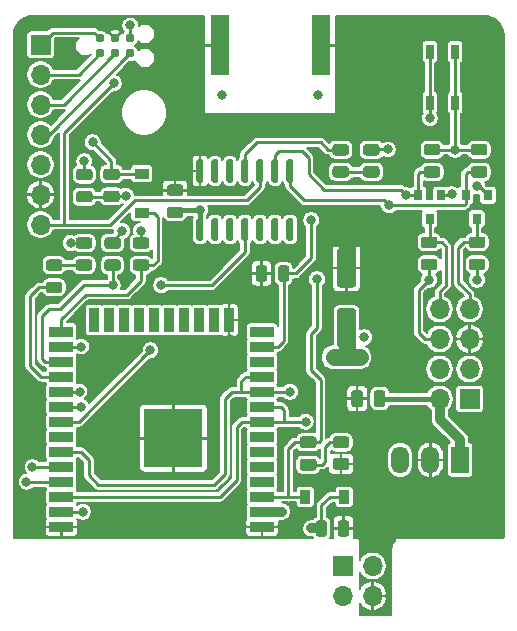
<source format=gtl>
G04 #@! TF.GenerationSoftware,KiCad,Pcbnew,(5.1.9-0-10_14)*
G04 #@! TF.CreationDate,2021-08-21T21:39:00+02:00*
G04 #@! TF.ProjectId,ithowifi_4l,6974686f-7769-4666-995f-346c2e6b6963,rev?*
G04 #@! TF.SameCoordinates,Original*
G04 #@! TF.FileFunction,Copper,L1,Top*
G04 #@! TF.FilePolarity,Positive*
%FSLAX46Y46*%
G04 Gerber Fmt 4.6, Leading zero omitted, Abs format (unit mm)*
G04 Created by KiCad (PCBNEW (5.1.9-0-10_14)) date 2021-08-21 21:39:00*
%MOMM*%
%LPD*%
G01*
G04 APERTURE LIST*
G04 #@! TA.AperFunction,SMDPad,CuDef*
%ADD10R,0.650000X1.300000*%
G04 #@! TD*
G04 #@! TA.AperFunction,SMDPad,CuDef*
%ADD11R,0.900000X1.200000*%
G04 #@! TD*
G04 #@! TA.AperFunction,SMDPad,CuDef*
%ADD12R,1.200000X0.900000*%
G04 #@! TD*
G04 #@! TA.AperFunction,ComponentPad*
%ADD13O,1.700000X1.700000*%
G04 #@! TD*
G04 #@! TA.AperFunction,ComponentPad*
%ADD14R,1.700000X1.700000*%
G04 #@! TD*
G04 #@! TA.AperFunction,SMDPad,CuDef*
%ADD15C,0.787400*%
G04 #@! TD*
G04 #@! TA.AperFunction,SMDPad,CuDef*
%ADD16R,2.000000X0.900000*%
G04 #@! TD*
G04 #@! TA.AperFunction,SMDPad,CuDef*
%ADD17R,0.900000X2.000000*%
G04 #@! TD*
G04 #@! TA.AperFunction,SMDPad,CuDef*
%ADD18R,5.000000X5.000000*%
G04 #@! TD*
G04 #@! TA.AperFunction,SMDPad,CuDef*
%ADD19R,1.500000X5.080000*%
G04 #@! TD*
G04 #@! TA.AperFunction,SMDPad,CuDef*
%ADD20R,0.800000X0.900000*%
G04 #@! TD*
G04 #@! TA.AperFunction,ComponentPad*
%ADD21O,1.500000X2.300000*%
G04 #@! TD*
G04 #@! TA.AperFunction,ComponentPad*
%ADD22R,1.500000X2.300000*%
G04 #@! TD*
G04 #@! TA.AperFunction,ViaPad*
%ADD23C,0.800000*%
G04 #@! TD*
G04 #@! TA.AperFunction,Conductor*
%ADD24C,0.250000*%
G04 #@! TD*
G04 #@! TA.AperFunction,Conductor*
%ADD25C,1.473200*%
G04 #@! TD*
G04 #@! TA.AperFunction,Conductor*
%ADD26C,0.254000*%
G04 #@! TD*
G04 #@! TA.AperFunction,Conductor*
%ADD27C,0.812800*%
G04 #@! TD*
G04 #@! TA.AperFunction,Conductor*
%ADD28C,0.406400*%
G04 #@! TD*
G04 #@! TA.AperFunction,Conductor*
%ADD29C,0.203200*%
G04 #@! TD*
G04 #@! TA.AperFunction,Conductor*
%ADD30C,0.100000*%
G04 #@! TD*
G04 APERTURE END LIST*
D10*
X118682000Y-112693000D03*
X118682000Y-108393000D03*
X120832000Y-112693000D03*
X120832000Y-108393000D03*
G04 #@! TA.AperFunction,SMDPad,CuDef*
G36*
G01*
X111621502Y-141977500D02*
X110721498Y-141977500D01*
G75*
G02*
X110471500Y-141727502I0J249998D01*
G01*
X110471500Y-141202498D01*
G75*
G02*
X110721498Y-140952500I249998J0D01*
G01*
X111621502Y-140952500D01*
G75*
G02*
X111871500Y-141202498I0J-249998D01*
G01*
X111871500Y-141727502D01*
G75*
G02*
X111621502Y-141977500I-249998J0D01*
G01*
G37*
G04 #@! TD.AperFunction*
G04 #@! TA.AperFunction,SMDPad,CuDef*
G36*
G01*
X111621502Y-143802500D02*
X110721498Y-143802500D01*
G75*
G02*
X110471500Y-143552502I0J249998D01*
G01*
X110471500Y-143027498D01*
G75*
G02*
X110721498Y-142777500I249998J0D01*
G01*
X111621502Y-142777500D01*
G75*
G02*
X111871500Y-143027498I0J-249998D01*
G01*
X111871500Y-143552502D01*
G75*
G02*
X111621502Y-143802500I-249998J0D01*
G01*
G37*
G04 #@! TD.AperFunction*
D11*
X108125500Y-146084000D03*
X111425500Y-146084000D03*
D12*
X94280500Y-122016500D03*
X94280500Y-118716500D03*
G04 #@! TA.AperFunction,SMDPad,CuDef*
G36*
G01*
X108852500Y-141951000D02*
X107902500Y-141951000D01*
G75*
G02*
X107652500Y-141701000I0J250000D01*
G01*
X107652500Y-141201000D01*
G75*
G02*
X107902500Y-140951000I250000J0D01*
G01*
X108852500Y-140951000D01*
G75*
G02*
X109102500Y-141201000I0J-250000D01*
G01*
X109102500Y-141701000D01*
G75*
G02*
X108852500Y-141951000I-250000J0D01*
G01*
G37*
G04 #@! TD.AperFunction*
G04 #@! TA.AperFunction,SMDPad,CuDef*
G36*
G01*
X108852500Y-143851000D02*
X107902500Y-143851000D01*
G75*
G02*
X107652500Y-143601000I0J250000D01*
G01*
X107652500Y-143101000D01*
G75*
G02*
X107902500Y-142851000I250000J0D01*
G01*
X108852500Y-142851000D01*
G75*
G02*
X109102500Y-143101000I0J-250000D01*
G01*
X109102500Y-143601000D01*
G75*
G02*
X108852500Y-143851000I-250000J0D01*
G01*
G37*
G04 #@! TD.AperFunction*
G04 #@! TA.AperFunction,SMDPad,CuDef*
G36*
G01*
X113032000Y-137293000D02*
X113032000Y-138243000D01*
G75*
G02*
X112782000Y-138493000I-250000J0D01*
G01*
X112282000Y-138493000D01*
G75*
G02*
X112032000Y-138243000I0J250000D01*
G01*
X112032000Y-137293000D01*
G75*
G02*
X112282000Y-137043000I250000J0D01*
G01*
X112782000Y-137043000D01*
G75*
G02*
X113032000Y-137293000I0J-250000D01*
G01*
G37*
G04 #@! TD.AperFunction*
G04 #@! TA.AperFunction,SMDPad,CuDef*
G36*
G01*
X114932000Y-137293000D02*
X114932000Y-138243000D01*
G75*
G02*
X114682000Y-138493000I-250000J0D01*
G01*
X114182000Y-138493000D01*
G75*
G02*
X113932000Y-138243000I0J250000D01*
G01*
X113932000Y-137293000D01*
G75*
G02*
X114182000Y-137043000I250000J0D01*
G01*
X114682000Y-137043000D01*
G75*
G02*
X114932000Y-137293000I0J-250000D01*
G01*
G37*
G04 #@! TD.AperFunction*
G04 #@! TA.AperFunction,SMDPad,CuDef*
G36*
G01*
X112182000Y-128355500D02*
X111082000Y-128355500D01*
G75*
G02*
X110832000Y-128105500I0J250000D01*
G01*
X110832000Y-125280500D01*
G75*
G02*
X111082000Y-125030500I250000J0D01*
G01*
X112182000Y-125030500D01*
G75*
G02*
X112432000Y-125280500I0J-250000D01*
G01*
X112432000Y-128105500D01*
G75*
G02*
X112182000Y-128355500I-250000J0D01*
G01*
G37*
G04 #@! TD.AperFunction*
G04 #@! TA.AperFunction,SMDPad,CuDef*
G36*
G01*
X112182000Y-133430500D02*
X111082000Y-133430500D01*
G75*
G02*
X110832000Y-133180500I0J250000D01*
G01*
X110832000Y-130355500D01*
G75*
G02*
X111082000Y-130105500I250000J0D01*
G01*
X112182000Y-130105500D01*
G75*
G02*
X112432000Y-130355500I0J-250000D01*
G01*
X112432000Y-133180500D01*
G75*
G02*
X112182000Y-133430500I-250000J0D01*
G01*
G37*
G04 #@! TD.AperFunction*
D13*
X113832000Y-154468000D03*
X111292000Y-154468000D03*
X113832000Y-151928000D03*
D14*
X111292000Y-151928000D03*
G04 #@! TA.AperFunction,SMDPad,CuDef*
G36*
G01*
X99372600Y-124416000D02*
X99072600Y-124416000D01*
G75*
G02*
X98922600Y-124266000I0J150000D01*
G01*
X98922600Y-122616000D01*
G75*
G02*
X99072600Y-122466000I150000J0D01*
G01*
X99372600Y-122466000D01*
G75*
G02*
X99522600Y-122616000I0J-150000D01*
G01*
X99522600Y-124266000D01*
G75*
G02*
X99372600Y-124416000I-150000J0D01*
G01*
G37*
G04 #@! TD.AperFunction*
G04 #@! TA.AperFunction,SMDPad,CuDef*
G36*
G01*
X100642600Y-124416000D02*
X100342600Y-124416000D01*
G75*
G02*
X100192600Y-124266000I0J150000D01*
G01*
X100192600Y-122616000D01*
G75*
G02*
X100342600Y-122466000I150000J0D01*
G01*
X100642600Y-122466000D01*
G75*
G02*
X100792600Y-122616000I0J-150000D01*
G01*
X100792600Y-124266000D01*
G75*
G02*
X100642600Y-124416000I-150000J0D01*
G01*
G37*
G04 #@! TD.AperFunction*
G04 #@! TA.AperFunction,SMDPad,CuDef*
G36*
G01*
X101912600Y-124416000D02*
X101612600Y-124416000D01*
G75*
G02*
X101462600Y-124266000I0J150000D01*
G01*
X101462600Y-122616000D01*
G75*
G02*
X101612600Y-122466000I150000J0D01*
G01*
X101912600Y-122466000D01*
G75*
G02*
X102062600Y-122616000I0J-150000D01*
G01*
X102062600Y-124266000D01*
G75*
G02*
X101912600Y-124416000I-150000J0D01*
G01*
G37*
G04 #@! TD.AperFunction*
G04 #@! TA.AperFunction,SMDPad,CuDef*
G36*
G01*
X103182600Y-124416000D02*
X102882600Y-124416000D01*
G75*
G02*
X102732600Y-124266000I0J150000D01*
G01*
X102732600Y-122616000D01*
G75*
G02*
X102882600Y-122466000I150000J0D01*
G01*
X103182600Y-122466000D01*
G75*
G02*
X103332600Y-122616000I0J-150000D01*
G01*
X103332600Y-124266000D01*
G75*
G02*
X103182600Y-124416000I-150000J0D01*
G01*
G37*
G04 #@! TD.AperFunction*
G04 #@! TA.AperFunction,SMDPad,CuDef*
G36*
G01*
X104452600Y-124416000D02*
X104152600Y-124416000D01*
G75*
G02*
X104002600Y-124266000I0J150000D01*
G01*
X104002600Y-122616000D01*
G75*
G02*
X104152600Y-122466000I150000J0D01*
G01*
X104452600Y-122466000D01*
G75*
G02*
X104602600Y-122616000I0J-150000D01*
G01*
X104602600Y-124266000D01*
G75*
G02*
X104452600Y-124416000I-150000J0D01*
G01*
G37*
G04 #@! TD.AperFunction*
G04 #@! TA.AperFunction,SMDPad,CuDef*
G36*
G01*
X105722600Y-124416000D02*
X105422600Y-124416000D01*
G75*
G02*
X105272600Y-124266000I0J150000D01*
G01*
X105272600Y-122616000D01*
G75*
G02*
X105422600Y-122466000I150000J0D01*
G01*
X105722600Y-122466000D01*
G75*
G02*
X105872600Y-122616000I0J-150000D01*
G01*
X105872600Y-124266000D01*
G75*
G02*
X105722600Y-124416000I-150000J0D01*
G01*
G37*
G04 #@! TD.AperFunction*
G04 #@! TA.AperFunction,SMDPad,CuDef*
G36*
G01*
X106992600Y-124416000D02*
X106692600Y-124416000D01*
G75*
G02*
X106542600Y-124266000I0J150000D01*
G01*
X106542600Y-122616000D01*
G75*
G02*
X106692600Y-122466000I150000J0D01*
G01*
X106992600Y-122466000D01*
G75*
G02*
X107142600Y-122616000I0J-150000D01*
G01*
X107142600Y-124266000D01*
G75*
G02*
X106992600Y-124416000I-150000J0D01*
G01*
G37*
G04 #@! TD.AperFunction*
G04 #@! TA.AperFunction,SMDPad,CuDef*
G36*
G01*
X106992600Y-119466000D02*
X106692600Y-119466000D01*
G75*
G02*
X106542600Y-119316000I0J150000D01*
G01*
X106542600Y-117666000D01*
G75*
G02*
X106692600Y-117516000I150000J0D01*
G01*
X106992600Y-117516000D01*
G75*
G02*
X107142600Y-117666000I0J-150000D01*
G01*
X107142600Y-119316000D01*
G75*
G02*
X106992600Y-119466000I-150000J0D01*
G01*
G37*
G04 #@! TD.AperFunction*
G04 #@! TA.AperFunction,SMDPad,CuDef*
G36*
G01*
X105722600Y-119466000D02*
X105422600Y-119466000D01*
G75*
G02*
X105272600Y-119316000I0J150000D01*
G01*
X105272600Y-117666000D01*
G75*
G02*
X105422600Y-117516000I150000J0D01*
G01*
X105722600Y-117516000D01*
G75*
G02*
X105872600Y-117666000I0J-150000D01*
G01*
X105872600Y-119316000D01*
G75*
G02*
X105722600Y-119466000I-150000J0D01*
G01*
G37*
G04 #@! TD.AperFunction*
G04 #@! TA.AperFunction,SMDPad,CuDef*
G36*
G01*
X104452600Y-119466000D02*
X104152600Y-119466000D01*
G75*
G02*
X104002600Y-119316000I0J150000D01*
G01*
X104002600Y-117666000D01*
G75*
G02*
X104152600Y-117516000I150000J0D01*
G01*
X104452600Y-117516000D01*
G75*
G02*
X104602600Y-117666000I0J-150000D01*
G01*
X104602600Y-119316000D01*
G75*
G02*
X104452600Y-119466000I-150000J0D01*
G01*
G37*
G04 #@! TD.AperFunction*
G04 #@! TA.AperFunction,SMDPad,CuDef*
G36*
G01*
X103182600Y-119466000D02*
X102882600Y-119466000D01*
G75*
G02*
X102732600Y-119316000I0J150000D01*
G01*
X102732600Y-117666000D01*
G75*
G02*
X102882600Y-117516000I150000J0D01*
G01*
X103182600Y-117516000D01*
G75*
G02*
X103332600Y-117666000I0J-150000D01*
G01*
X103332600Y-119316000D01*
G75*
G02*
X103182600Y-119466000I-150000J0D01*
G01*
G37*
G04 #@! TD.AperFunction*
G04 #@! TA.AperFunction,SMDPad,CuDef*
G36*
G01*
X101912600Y-119466000D02*
X101612600Y-119466000D01*
G75*
G02*
X101462600Y-119316000I0J150000D01*
G01*
X101462600Y-117666000D01*
G75*
G02*
X101612600Y-117516000I150000J0D01*
G01*
X101912600Y-117516000D01*
G75*
G02*
X102062600Y-117666000I0J-150000D01*
G01*
X102062600Y-119316000D01*
G75*
G02*
X101912600Y-119466000I-150000J0D01*
G01*
G37*
G04 #@! TD.AperFunction*
G04 #@! TA.AperFunction,SMDPad,CuDef*
G36*
G01*
X100642600Y-119466000D02*
X100342600Y-119466000D01*
G75*
G02*
X100192600Y-119316000I0J150000D01*
G01*
X100192600Y-117666000D01*
G75*
G02*
X100342600Y-117516000I150000J0D01*
G01*
X100642600Y-117516000D01*
G75*
G02*
X100792600Y-117666000I0J-150000D01*
G01*
X100792600Y-119316000D01*
G75*
G02*
X100642600Y-119466000I-150000J0D01*
G01*
G37*
G04 #@! TD.AperFunction*
G04 #@! TA.AperFunction,SMDPad,CuDef*
G36*
G01*
X99372600Y-119466000D02*
X99072600Y-119466000D01*
G75*
G02*
X98922600Y-119316000I0J150000D01*
G01*
X98922600Y-117666000D01*
G75*
G02*
X99072600Y-117516000I150000J0D01*
G01*
X99372600Y-117516000D01*
G75*
G02*
X99522600Y-117666000I0J-150000D01*
G01*
X99522600Y-119316000D01*
G75*
G02*
X99372600Y-119466000I-150000J0D01*
G01*
G37*
G04 #@! TD.AperFunction*
D15*
X93306000Y-107266400D03*
X92036000Y-107266400D03*
X93306000Y-108536400D03*
X92036000Y-108536400D03*
X90766000Y-108536400D03*
X90766000Y-107266400D03*
D16*
X87477600Y-148615400D03*
X87477600Y-147345400D03*
X87477600Y-146075400D03*
X87477600Y-144805400D03*
X87477600Y-143535400D03*
X87477600Y-142265400D03*
X87477600Y-140995400D03*
X87477600Y-139725400D03*
X87477600Y-138455400D03*
X87477600Y-137185400D03*
X87477600Y-135915400D03*
X87477600Y-134645400D03*
X87477600Y-133375400D03*
X87477600Y-132105400D03*
D17*
X90262600Y-131105400D03*
X91532600Y-131105400D03*
X92802600Y-131105400D03*
X94072600Y-131105400D03*
X95342600Y-131105400D03*
X96612600Y-131105400D03*
X97882600Y-131105400D03*
X99152600Y-131105400D03*
X100422600Y-131105400D03*
X101692600Y-131105400D03*
D16*
X104477600Y-132105400D03*
X104477600Y-133375400D03*
X104477600Y-134645400D03*
X104477600Y-135915400D03*
X104477600Y-137185400D03*
X104477600Y-138455400D03*
X104477600Y-139725400D03*
X104477600Y-140995400D03*
X104477600Y-142265400D03*
X104477600Y-143535400D03*
X104477600Y-144805400D03*
X104477600Y-146075400D03*
X104477600Y-147345400D03*
X104477600Y-148615400D03*
D18*
X96977600Y-141115400D03*
G04 #@! TA.AperFunction,SMDPad,CuDef*
G36*
G01*
X105819500Y-127624250D02*
X105819500Y-126711750D01*
G75*
G02*
X106063250Y-126468000I243750J0D01*
G01*
X106550750Y-126468000D01*
G75*
G02*
X106794500Y-126711750I0J-243750D01*
G01*
X106794500Y-127624250D01*
G75*
G02*
X106550750Y-127868000I-243750J0D01*
G01*
X106063250Y-127868000D01*
G75*
G02*
X105819500Y-127624250I0J243750D01*
G01*
G37*
G04 #@! TD.AperFunction*
G04 #@! TA.AperFunction,SMDPad,CuDef*
G36*
G01*
X103944500Y-127624250D02*
X103944500Y-126711750D01*
G75*
G02*
X104188250Y-126468000I243750J0D01*
G01*
X104675750Y-126468000D01*
G75*
G02*
X104919500Y-126711750I0J-243750D01*
G01*
X104919500Y-127624250D01*
G75*
G02*
X104675750Y-127868000I-243750J0D01*
G01*
X104188250Y-127868000D01*
G75*
G02*
X103944500Y-127624250I0J243750D01*
G01*
G37*
G04 #@! TD.AperFunction*
G04 #@! TA.AperFunction,SMDPad,CuDef*
G36*
G01*
X87324250Y-126954100D02*
X86411750Y-126954100D01*
G75*
G02*
X86168000Y-126710350I0J243750D01*
G01*
X86168000Y-126222850D01*
G75*
G02*
X86411750Y-125979100I243750J0D01*
G01*
X87324250Y-125979100D01*
G75*
G02*
X87568000Y-126222850I0J-243750D01*
G01*
X87568000Y-126710350D01*
G75*
G02*
X87324250Y-126954100I-243750J0D01*
G01*
G37*
G04 #@! TD.AperFunction*
G04 #@! TA.AperFunction,SMDPad,CuDef*
G36*
G01*
X87324250Y-128829100D02*
X86411750Y-128829100D01*
G75*
G02*
X86168000Y-128585350I0J243750D01*
G01*
X86168000Y-128097850D01*
G75*
G02*
X86411750Y-127854100I243750J0D01*
G01*
X87324250Y-127854100D01*
G75*
G02*
X87568000Y-128097850I0J-243750D01*
G01*
X87568000Y-128585350D01*
G75*
G02*
X87324250Y-128829100I-243750J0D01*
G01*
G37*
G04 #@! TD.AperFunction*
G04 #@! TA.AperFunction,SMDPad,CuDef*
G36*
G01*
X88951750Y-125974500D02*
X89864250Y-125974500D01*
G75*
G02*
X90108000Y-126218250I0J-243750D01*
G01*
X90108000Y-126705750D01*
G75*
G02*
X89864250Y-126949500I-243750J0D01*
G01*
X88951750Y-126949500D01*
G75*
G02*
X88708000Y-126705750I0J243750D01*
G01*
X88708000Y-126218250D01*
G75*
G02*
X88951750Y-125974500I243750J0D01*
G01*
G37*
G04 #@! TD.AperFunction*
G04 #@! TA.AperFunction,SMDPad,CuDef*
G36*
G01*
X88951750Y-124099500D02*
X89864250Y-124099500D01*
G75*
G02*
X90108000Y-124343250I0J-243750D01*
G01*
X90108000Y-124830750D01*
G75*
G02*
X89864250Y-125074500I-243750J0D01*
G01*
X88951750Y-125074500D01*
G75*
G02*
X88708000Y-124830750I0J243750D01*
G01*
X88708000Y-124343250D01*
G75*
G02*
X88951750Y-124099500I243750J0D01*
G01*
G37*
G04 #@! TD.AperFunction*
G04 #@! TA.AperFunction,SMDPad,CuDef*
G36*
G01*
X94690250Y-125074500D02*
X93777750Y-125074500D01*
G75*
G02*
X93534000Y-124830750I0J243750D01*
G01*
X93534000Y-124343250D01*
G75*
G02*
X93777750Y-124099500I243750J0D01*
G01*
X94690250Y-124099500D01*
G75*
G02*
X94934000Y-124343250I0J-243750D01*
G01*
X94934000Y-124830750D01*
G75*
G02*
X94690250Y-125074500I-243750J0D01*
G01*
G37*
G04 #@! TD.AperFunction*
G04 #@! TA.AperFunction,SMDPad,CuDef*
G36*
G01*
X94690250Y-126949500D02*
X93777750Y-126949500D01*
G75*
G02*
X93534000Y-126705750I0J243750D01*
G01*
X93534000Y-126218250D01*
G75*
G02*
X93777750Y-125974500I243750J0D01*
G01*
X94690250Y-125974500D01*
G75*
G02*
X94934000Y-126218250I0J-243750D01*
G01*
X94934000Y-126705750D01*
G75*
G02*
X94690250Y-126949500I-243750J0D01*
G01*
G37*
G04 #@! TD.AperFunction*
G04 #@! TA.AperFunction,SMDPad,CuDef*
G36*
G01*
X89888250Y-119280500D02*
X88975750Y-119280500D01*
G75*
G02*
X88732000Y-119036750I0J243750D01*
G01*
X88732000Y-118549250D01*
G75*
G02*
X88975750Y-118305500I243750J0D01*
G01*
X89888250Y-118305500D01*
G75*
G02*
X90132000Y-118549250I0J-243750D01*
G01*
X90132000Y-119036750D01*
G75*
G02*
X89888250Y-119280500I-243750J0D01*
G01*
G37*
G04 #@! TD.AperFunction*
G04 #@! TA.AperFunction,SMDPad,CuDef*
G36*
G01*
X89888250Y-121155500D02*
X88975750Y-121155500D01*
G75*
G02*
X88732000Y-120911750I0J243750D01*
G01*
X88732000Y-120424250D01*
G75*
G02*
X88975750Y-120180500I243750J0D01*
G01*
X89888250Y-120180500D01*
G75*
G02*
X90132000Y-120424250I0J-243750D01*
G01*
X90132000Y-120911750D01*
G75*
G02*
X89888250Y-121155500I-243750J0D01*
G01*
G37*
G04 #@! TD.AperFunction*
D13*
X85725000Y-123037600D03*
X85725000Y-120497600D03*
X85725000Y-117957600D03*
X85725000Y-115417600D03*
X85725000Y-112877600D03*
X85725000Y-110337600D03*
D14*
X85725000Y-107797600D03*
G04 #@! TA.AperFunction,SMDPad,CuDef*
G36*
G01*
X110886900Y-149207250D02*
X110886900Y-148294750D01*
G75*
G02*
X111130650Y-148051000I243750J0D01*
G01*
X111618150Y-148051000D01*
G75*
G02*
X111861900Y-148294750I0J-243750D01*
G01*
X111861900Y-149207250D01*
G75*
G02*
X111618150Y-149451000I-243750J0D01*
G01*
X111130650Y-149451000D01*
G75*
G02*
X110886900Y-149207250I0J243750D01*
G01*
G37*
G04 #@! TD.AperFunction*
G04 #@! TA.AperFunction,SMDPad,CuDef*
G36*
G01*
X109011900Y-149207250D02*
X109011900Y-148294750D01*
G75*
G02*
X109255650Y-148051000I243750J0D01*
G01*
X109743150Y-148051000D01*
G75*
G02*
X109986900Y-148294750I0J-243750D01*
G01*
X109986900Y-149207250D01*
G75*
G02*
X109743150Y-149451000I-243750J0D01*
G01*
X109255650Y-149451000D01*
G75*
G02*
X109011900Y-149207250I0J243750D01*
G01*
G37*
G04 #@! TD.AperFunction*
G04 #@! TA.AperFunction,SMDPad,CuDef*
G36*
G01*
X92188250Y-119255500D02*
X91275750Y-119255500D01*
G75*
G02*
X91032000Y-119011750I0J243750D01*
G01*
X91032000Y-118524250D01*
G75*
G02*
X91275750Y-118280500I243750J0D01*
G01*
X92188250Y-118280500D01*
G75*
G02*
X92432000Y-118524250I0J-243750D01*
G01*
X92432000Y-119011750D01*
G75*
G02*
X92188250Y-119255500I-243750J0D01*
G01*
G37*
G04 #@! TD.AperFunction*
G04 #@! TA.AperFunction,SMDPad,CuDef*
G36*
G01*
X92188250Y-121130500D02*
X91275750Y-121130500D01*
G75*
G02*
X91032000Y-120886750I0J243750D01*
G01*
X91032000Y-120399250D01*
G75*
G02*
X91275750Y-120155500I243750J0D01*
G01*
X92188250Y-120155500D01*
G75*
G02*
X92432000Y-120399250I0J-243750D01*
G01*
X92432000Y-120886750D01*
G75*
G02*
X92188250Y-121130500I-243750J0D01*
G01*
G37*
G04 #@! TD.AperFunction*
D19*
X100931400Y-107848400D03*
X109431400Y-107848400D03*
G04 #@! TA.AperFunction,SMDPad,CuDef*
G36*
G01*
X110675750Y-118080500D02*
X111588250Y-118080500D01*
G75*
G02*
X111832000Y-118324250I0J-243750D01*
G01*
X111832000Y-118811750D01*
G75*
G02*
X111588250Y-119055500I-243750J0D01*
G01*
X110675750Y-119055500D01*
G75*
G02*
X110432000Y-118811750I0J243750D01*
G01*
X110432000Y-118324250D01*
G75*
G02*
X110675750Y-118080500I243750J0D01*
G01*
G37*
G04 #@! TD.AperFunction*
G04 #@! TA.AperFunction,SMDPad,CuDef*
G36*
G01*
X110675750Y-116205500D02*
X111588250Y-116205500D01*
G75*
G02*
X111832000Y-116449250I0J-243750D01*
G01*
X111832000Y-116936750D01*
G75*
G02*
X111588250Y-117180500I-243750J0D01*
G01*
X110675750Y-117180500D01*
G75*
G02*
X110432000Y-116936750I0J243750D01*
G01*
X110432000Y-116449250D01*
G75*
G02*
X110675750Y-116205500I243750J0D01*
G01*
G37*
G04 #@! TD.AperFunction*
G04 #@! TA.AperFunction,SMDPad,CuDef*
G36*
G01*
X92277250Y-126949500D02*
X91364750Y-126949500D01*
G75*
G02*
X91121000Y-126705750I0J243750D01*
G01*
X91121000Y-126218250D01*
G75*
G02*
X91364750Y-125974500I243750J0D01*
G01*
X92277250Y-125974500D01*
G75*
G02*
X92521000Y-126218250I0J-243750D01*
G01*
X92521000Y-126705750D01*
G75*
G02*
X92277250Y-126949500I-243750J0D01*
G01*
G37*
G04 #@! TD.AperFunction*
G04 #@! TA.AperFunction,SMDPad,CuDef*
G36*
G01*
X92277250Y-125074500D02*
X91364750Y-125074500D01*
G75*
G02*
X91121000Y-124830750I0J243750D01*
G01*
X91121000Y-124343250D01*
G75*
G02*
X91364750Y-124099500I243750J0D01*
G01*
X92277250Y-124099500D01*
G75*
G02*
X92521000Y-124343250I0J-243750D01*
G01*
X92521000Y-124830750D01*
G75*
G02*
X92277250Y-125074500I-243750J0D01*
G01*
G37*
G04 #@! TD.AperFunction*
G04 #@! TA.AperFunction,SMDPad,CuDef*
G36*
G01*
X113275750Y-118080500D02*
X114188250Y-118080500D01*
G75*
G02*
X114432000Y-118324250I0J-243750D01*
G01*
X114432000Y-118811750D01*
G75*
G02*
X114188250Y-119055500I-243750J0D01*
G01*
X113275750Y-119055500D01*
G75*
G02*
X113032000Y-118811750I0J243750D01*
G01*
X113032000Y-118324250D01*
G75*
G02*
X113275750Y-118080500I243750J0D01*
G01*
G37*
G04 #@! TD.AperFunction*
G04 #@! TA.AperFunction,SMDPad,CuDef*
G36*
G01*
X113275750Y-116205500D02*
X114188250Y-116205500D01*
G75*
G02*
X114432000Y-116449250I0J-243750D01*
G01*
X114432000Y-116936750D01*
G75*
G02*
X114188250Y-117180500I-243750J0D01*
G01*
X113275750Y-117180500D01*
G75*
G02*
X113032000Y-116936750I0J243750D01*
G01*
X113032000Y-116449250D01*
G75*
G02*
X113275750Y-116205500I243750J0D01*
G01*
G37*
G04 #@! TD.AperFunction*
G04 #@! TA.AperFunction,SMDPad,CuDef*
G36*
G01*
X118161750Y-125911000D02*
X119074250Y-125911000D01*
G75*
G02*
X119318000Y-126154750I0J-243750D01*
G01*
X119318000Y-126642250D01*
G75*
G02*
X119074250Y-126886000I-243750J0D01*
G01*
X118161750Y-126886000D01*
G75*
G02*
X117918000Y-126642250I0J243750D01*
G01*
X117918000Y-126154750D01*
G75*
G02*
X118161750Y-125911000I243750J0D01*
G01*
G37*
G04 #@! TD.AperFunction*
G04 #@! TA.AperFunction,SMDPad,CuDef*
G36*
G01*
X118161750Y-124036000D02*
X119074250Y-124036000D01*
G75*
G02*
X119318000Y-124279750I0J-243750D01*
G01*
X119318000Y-124767250D01*
G75*
G02*
X119074250Y-125011000I-243750J0D01*
G01*
X118161750Y-125011000D01*
G75*
G02*
X117918000Y-124767250I0J243750D01*
G01*
X117918000Y-124279750D01*
G75*
G02*
X118161750Y-124036000I243750J0D01*
G01*
G37*
G04 #@! TD.AperFunction*
G04 #@! TA.AperFunction,SMDPad,CuDef*
G36*
G01*
X122225750Y-125911000D02*
X123138250Y-125911000D01*
G75*
G02*
X123382000Y-126154750I0J-243750D01*
G01*
X123382000Y-126642250D01*
G75*
G02*
X123138250Y-126886000I-243750J0D01*
G01*
X122225750Y-126886000D01*
G75*
G02*
X121982000Y-126642250I0J243750D01*
G01*
X121982000Y-126154750D01*
G75*
G02*
X122225750Y-125911000I243750J0D01*
G01*
G37*
G04 #@! TD.AperFunction*
G04 #@! TA.AperFunction,SMDPad,CuDef*
G36*
G01*
X122225750Y-124036000D02*
X123138250Y-124036000D01*
G75*
G02*
X123382000Y-124279750I0J-243750D01*
G01*
X123382000Y-124767250D01*
G75*
G02*
X123138250Y-125011000I-243750J0D01*
G01*
X122225750Y-125011000D01*
G75*
G02*
X121982000Y-124767250I0J243750D01*
G01*
X121982000Y-124279750D01*
G75*
G02*
X122225750Y-124036000I243750J0D01*
G01*
G37*
G04 #@! TD.AperFunction*
G04 #@! TA.AperFunction,SMDPad,CuDef*
G36*
G01*
X118415750Y-118074400D02*
X119328250Y-118074400D01*
G75*
G02*
X119572000Y-118318150I0J-243750D01*
G01*
X119572000Y-118805650D01*
G75*
G02*
X119328250Y-119049400I-243750J0D01*
G01*
X118415750Y-119049400D01*
G75*
G02*
X118172000Y-118805650I0J243750D01*
G01*
X118172000Y-118318150D01*
G75*
G02*
X118415750Y-118074400I243750J0D01*
G01*
G37*
G04 #@! TD.AperFunction*
G04 #@! TA.AperFunction,SMDPad,CuDef*
G36*
G01*
X118415750Y-116199400D02*
X119328250Y-116199400D01*
G75*
G02*
X119572000Y-116443150I0J-243750D01*
G01*
X119572000Y-116930650D01*
G75*
G02*
X119328250Y-117174400I-243750J0D01*
G01*
X118415750Y-117174400D01*
G75*
G02*
X118172000Y-116930650I0J243750D01*
G01*
X118172000Y-116443150D01*
G75*
G02*
X118415750Y-116199400I243750J0D01*
G01*
G37*
G04 #@! TD.AperFunction*
G04 #@! TA.AperFunction,SMDPad,CuDef*
G36*
G01*
X123316050Y-117174400D02*
X122403550Y-117174400D01*
G75*
G02*
X122159800Y-116930650I0J243750D01*
G01*
X122159800Y-116443150D01*
G75*
G02*
X122403550Y-116199400I243750J0D01*
G01*
X123316050Y-116199400D01*
G75*
G02*
X123559800Y-116443150I0J-243750D01*
G01*
X123559800Y-116930650D01*
G75*
G02*
X123316050Y-117174400I-243750J0D01*
G01*
G37*
G04 #@! TD.AperFunction*
G04 #@! TA.AperFunction,SMDPad,CuDef*
G36*
G01*
X123316050Y-119049400D02*
X122403550Y-119049400D01*
G75*
G02*
X122159800Y-118805650I0J243750D01*
G01*
X122159800Y-118318150D01*
G75*
G02*
X122403550Y-118074400I243750J0D01*
G01*
X123316050Y-118074400D01*
G75*
G02*
X123559800Y-118318150I0J-243750D01*
G01*
X123559800Y-118805650D01*
G75*
G02*
X123316050Y-119049400I-243750J0D01*
G01*
G37*
G04 #@! TD.AperFunction*
G04 #@! TA.AperFunction,SMDPad,CuDef*
G36*
G01*
X97570650Y-122479100D02*
X96658150Y-122479100D01*
G75*
G02*
X96414400Y-122235350I0J243750D01*
G01*
X96414400Y-121747850D01*
G75*
G02*
X96658150Y-121504100I243750J0D01*
G01*
X97570650Y-121504100D01*
G75*
G02*
X97814400Y-121747850I0J-243750D01*
G01*
X97814400Y-122235350D01*
G75*
G02*
X97570650Y-122479100I-243750J0D01*
G01*
G37*
G04 #@! TD.AperFunction*
G04 #@! TA.AperFunction,SMDPad,CuDef*
G36*
G01*
X97570650Y-120604100D02*
X96658150Y-120604100D01*
G75*
G02*
X96414400Y-120360350I0J243750D01*
G01*
X96414400Y-119872850D01*
G75*
G02*
X96658150Y-119629100I243750J0D01*
G01*
X97570650Y-119629100D01*
G75*
G02*
X97814400Y-119872850I0J-243750D01*
G01*
X97814400Y-120360350D01*
G75*
G02*
X97570650Y-120604100I-243750J0D01*
G01*
G37*
G04 #@! TD.AperFunction*
D20*
X118658600Y-122539000D03*
X117708600Y-120539000D03*
X119608600Y-120539000D03*
X122656600Y-122539000D03*
X121706600Y-120539000D03*
X123606600Y-120539000D03*
D21*
X116179600Y-142951200D03*
X118719600Y-142951200D03*
D22*
X121259600Y-142951200D03*
D14*
X122047000Y-137795000D03*
D13*
X119507000Y-137795000D03*
X122047000Y-135255000D03*
X119507000Y-135255000D03*
X122047000Y-132715000D03*
X119507000Y-132715000D03*
X122047000Y-130175000D03*
X119507000Y-130175000D03*
D23*
X95250000Y-139700000D03*
X98806000Y-139700000D03*
X97028000Y-139700000D03*
X98806000Y-142748000D03*
X97028000Y-142748000D03*
X95250000Y-142748000D03*
X95250000Y-141224000D03*
X98806000Y-141224000D03*
X97028000Y-141224000D03*
X99187000Y-105918000D03*
X99187000Y-107442000D03*
X99187000Y-109093000D03*
X101092000Y-112014000D03*
X109220000Y-112014000D03*
X99248000Y-120142000D03*
X101727000Y-132715000D03*
X89154000Y-148590000D03*
X106172000Y-148590000D03*
X99187000Y-110871000D03*
X99187000Y-112522000D03*
X99187000Y-114173000D03*
X111125000Y-105918000D03*
X111125000Y-107442000D03*
X111125000Y-109093000D03*
X111125000Y-110871000D03*
X111125000Y-114173000D03*
X111125000Y-112522000D03*
X105918000Y-114173000D03*
X109220000Y-114173000D03*
X102489000Y-114173000D03*
X104140000Y-114173000D03*
X100965000Y-114173000D03*
X107569000Y-114173000D03*
X102432000Y-138568000D03*
X112032000Y-139368000D03*
X111632000Y-124168000D03*
X112732000Y-124168000D03*
X110532000Y-124168000D03*
X122682000Y-127698500D03*
X118618000Y-127698500D03*
X106172000Y-147320000D03*
X122682000Y-119761000D03*
X94234000Y-123571000D03*
X99248000Y-121793000D03*
X88265000Y-124587000D03*
X108631500Y-148751000D03*
X120532000Y-120468000D03*
X120813090Y-116686900D03*
X115132000Y-116668000D03*
X89432000Y-117668000D03*
X92632000Y-123568000D03*
X111632000Y-134268000D03*
X112732000Y-134268000D03*
X110532000Y-134268000D03*
X113132002Y-132568000D03*
X91832000Y-128168000D03*
X95932004Y-128168000D03*
X93332000Y-106168000D03*
X91932000Y-111068000D03*
X85039200Y-143560804D03*
X84531209Y-144805391D03*
X89309400Y-147345400D03*
X95032000Y-133668000D03*
X89154000Y-138430000D03*
X89027000Y-137160002D03*
X89154000Y-133350000D03*
X90132000Y-116068000D03*
X106849400Y-137185400D03*
X115232000Y-121367999D03*
X116697000Y-120539000D03*
X108174600Y-139725400D03*
X118681998Y-114018000D03*
X108632000Y-122668000D03*
X92932000Y-120568000D03*
X109132000Y-127668006D03*
D24*
X99593400Y-107848400D02*
X99187000Y-107442000D01*
X100931400Y-107848400D02*
X99593400Y-107848400D01*
X110718600Y-107848400D02*
X111125000Y-107442000D01*
X109431400Y-107848400D02*
X110718600Y-107848400D01*
D25*
X111632000Y-126693000D02*
X111632000Y-124168000D01*
X112732000Y-124168000D02*
X110532000Y-124168000D01*
D26*
X122682000Y-126398500D02*
X122682000Y-127698500D01*
X118618000Y-127698500D02*
X118618000Y-126398500D01*
X118618000Y-127698500D02*
X117748500Y-128568000D01*
X117748500Y-128568000D02*
X117748500Y-132184500D01*
X118279000Y-132715000D02*
X119507000Y-132715000D01*
X117748500Y-132184500D02*
X118279000Y-132715000D01*
D27*
X106146600Y-147345400D02*
X106172000Y-147320000D01*
X104477600Y-147345400D02*
X106146600Y-147345400D01*
D26*
X122682000Y-119761000D02*
X122828600Y-119761000D01*
X94234000Y-124587000D02*
X94234000Y-123571000D01*
D28*
X99222600Y-121818400D02*
X99248000Y-121793000D01*
X99222600Y-123441000D02*
X99222600Y-121818400D01*
X97313000Y-121793000D02*
X97114400Y-121991600D01*
X99248000Y-121793000D02*
X97313000Y-121793000D01*
D26*
X89408000Y-124587000D02*
X88265000Y-124587000D01*
D27*
X109499400Y-148751000D02*
X108634800Y-148751000D01*
D26*
X120461000Y-120539000D02*
X120532000Y-120468000D01*
X119608600Y-120539000D02*
X120461000Y-120539000D01*
X118872000Y-116686900D02*
X120813090Y-116686900D01*
X113757000Y-116668000D02*
X113732000Y-116693000D01*
X115132000Y-116668000D02*
X113757000Y-116668000D01*
X89432000Y-118793000D02*
X89432000Y-117668000D01*
X91821000Y-124379000D02*
X92632000Y-123568000D01*
X91821000Y-124587000D02*
X91821000Y-124379000D01*
D25*
X111632000Y-131768000D02*
X111632000Y-134268000D01*
X112732000Y-134268000D02*
X110532000Y-134268000D01*
D24*
X85725000Y-115417600D02*
X86424800Y-115417600D01*
X86424800Y-115417600D02*
X93306000Y-108536400D01*
D26*
X122828600Y-119761000D02*
X123606600Y-120539000D01*
X122859800Y-116686900D02*
X120813090Y-116686900D01*
X120832000Y-116667990D02*
X120813090Y-116686900D01*
X120832000Y-112618000D02*
X120832000Y-116667990D01*
X120832000Y-108468000D02*
X120832000Y-112618000D01*
D24*
X111425500Y-146084000D02*
X110219000Y-146084000D01*
X109499400Y-146803600D02*
X109499400Y-148751000D01*
X110219000Y-146084000D02*
X109499400Y-146803600D01*
D26*
X122656600Y-124498100D02*
X122682000Y-124523500D01*
X122656600Y-122539000D02*
X122656600Y-124498100D01*
X121094500Y-127952500D02*
X122047000Y-128905000D01*
X122047000Y-128905000D02*
X122047000Y-130175000D01*
X121539000Y-124523500D02*
X121094500Y-124968000D01*
X121094500Y-124968000D02*
X121094500Y-127952500D01*
X122682000Y-124523500D02*
X121539000Y-124523500D01*
X118658600Y-124482900D02*
X118618000Y-124523500D01*
X118658600Y-122539000D02*
X118658600Y-124482900D01*
X118618000Y-124523500D02*
X119697500Y-124523500D01*
X119697500Y-124523500D02*
X120078500Y-124904500D01*
X120078500Y-124904500D02*
X120078500Y-128143000D01*
X120078500Y-128143000D02*
X119507000Y-128714500D01*
X119507000Y-128714500D02*
X119507000Y-130175000D01*
X111125000Y-116686000D02*
X111132000Y-116693000D01*
X110057000Y-116693000D02*
X111132000Y-116693000D01*
X104032000Y-116068000D02*
X109432000Y-116068000D01*
X109432000Y-116068000D02*
X110057000Y-116693000D01*
X103032600Y-117067400D02*
X104032000Y-116068000D01*
X103032600Y-118491000D02*
X103032600Y-117067400D01*
X87363000Y-130186300D02*
X89431700Y-128117600D01*
X85852000Y-130784600D02*
X86450300Y-130186300D01*
X86450300Y-130186300D02*
X87363000Y-130186300D01*
X89431700Y-128117600D02*
X91821000Y-128117600D01*
X86131400Y-134645400D02*
X85852000Y-134366000D01*
X85852000Y-134366000D02*
X85852000Y-130784600D01*
X87477600Y-134645400D02*
X86131400Y-134645400D01*
X91821000Y-128117600D02*
X91821000Y-128157000D01*
X91821000Y-128157000D02*
X91832000Y-128168000D01*
X91821000Y-126462000D02*
X91821000Y-128157000D01*
X100232000Y-128168000D02*
X95932004Y-128168000D01*
X103032600Y-125367400D02*
X100232000Y-128168000D01*
X103032600Y-123441000D02*
X103032600Y-125367400D01*
X93306000Y-106194000D02*
X93332000Y-106168000D01*
X93306000Y-107266400D02*
X93306000Y-106194000D01*
X91623798Y-123037600D02*
X85725000Y-123037600D01*
X93681198Y-120980200D02*
X91623798Y-123037600D01*
X103185000Y-120980200D02*
X93681198Y-120980200D01*
X104302600Y-119862600D02*
X103185000Y-120980200D01*
X104302600Y-118491000D02*
X104302600Y-119862600D01*
X87732000Y-115268000D02*
X91932000Y-111068000D01*
X87732000Y-123007200D02*
X87732000Y-115268000D01*
X87701600Y-123037600D02*
X87732000Y-123007200D01*
X85725000Y-123037600D02*
X87701600Y-123037600D01*
X94234000Y-127787400D02*
X94234000Y-126462000D01*
X87477600Y-131038600D02*
X89560400Y-128955800D01*
X93065600Y-128955800D02*
X94234000Y-127787400D01*
X89560400Y-128955800D02*
X93065600Y-128955800D01*
X87477600Y-132105400D02*
X87477600Y-131038600D01*
X94234000Y-126462000D02*
X95238000Y-126462000D01*
X95238000Y-126462000D02*
X95632000Y-126068000D01*
X95632000Y-126068000D02*
X95632000Y-122368000D01*
X95332000Y-122068000D02*
X94232000Y-122068000D01*
X95632000Y-122368000D02*
X95332000Y-122068000D01*
D24*
X85199196Y-143560804D02*
X85039200Y-143560804D01*
X85220800Y-143539200D02*
X85199196Y-143560804D01*
D26*
X87477600Y-143535400D02*
X85064604Y-143535400D01*
X85064604Y-143535400D02*
X85039200Y-143560804D01*
D24*
X87694800Y-112877600D02*
X91964932Y-108607468D01*
X85725000Y-112877600D02*
X87694800Y-112877600D01*
D26*
X87477600Y-144805400D02*
X84531218Y-144805400D01*
X84531218Y-144805400D02*
X84531209Y-144805391D01*
D24*
X86817400Y-144830800D02*
X86839000Y-144809200D01*
X88964800Y-110337600D02*
X90766000Y-108536400D01*
X85725000Y-110337600D02*
X88964800Y-110337600D01*
D26*
X87477600Y-147345400D02*
X89309400Y-147345400D01*
X87477600Y-139725400D02*
X88974600Y-139725400D01*
X88974600Y-139725400D02*
X95032000Y-133668000D01*
X87503000Y-138430000D02*
X87477600Y-138455400D01*
X89154000Y-138430000D02*
X87503000Y-138430000D01*
X87477600Y-137185400D02*
X89001602Y-137185400D01*
X89001602Y-137185400D02*
X89027000Y-137160002D01*
X87503000Y-133350000D02*
X87477600Y-133375400D01*
X89154000Y-133350000D02*
X87503000Y-133350000D01*
D24*
X90766000Y-107266400D02*
X90267600Y-106768000D01*
X86754600Y-106768000D02*
X85725000Y-107797600D01*
X90267600Y-106768000D02*
X86754600Y-106768000D01*
D26*
X91732000Y-118768000D02*
X94232000Y-118768000D01*
X91732000Y-118768000D02*
X91732000Y-117668000D01*
X91732000Y-117668000D02*
X90132000Y-116068000D01*
X86872600Y-126462000D02*
X86868000Y-126466600D01*
X89408000Y-126462000D02*
X86872600Y-126462000D01*
X86863400Y-128346200D02*
X86868000Y-128341600D01*
X85602600Y-128341600D02*
X86868000Y-128341600D01*
X84832000Y-134997000D02*
X84832000Y-129112200D01*
X85750400Y-135915400D02*
X84832000Y-134997000D01*
X84832000Y-129112200D02*
X85602600Y-128341600D01*
X87477600Y-135915400D02*
X85750400Y-135915400D01*
X111132000Y-118568000D02*
X113732000Y-118568000D01*
X121706600Y-118755200D02*
X121899900Y-118561900D01*
X121706600Y-120539000D02*
X121706600Y-118755200D01*
X103084600Y-135915400D02*
X104477600Y-135915400D01*
X102732000Y-137185400D02*
X102732000Y-136268000D01*
X102732000Y-136268000D02*
X103084600Y-135915400D01*
X104477600Y-137185400D02*
X102732000Y-137185400D01*
X100432000Y-145068000D02*
X101332000Y-144168000D01*
X89832000Y-142968000D02*
X89832000Y-144268000D01*
X101914600Y-137185400D02*
X102732000Y-137185400D01*
X89832000Y-144268000D02*
X90632000Y-145068000D01*
X89132000Y-142268000D02*
X89832000Y-142968000D01*
X101332000Y-137768000D02*
X101914600Y-137185400D01*
X88734200Y-142268000D02*
X89132000Y-142268000D01*
X88731600Y-142265400D02*
X88734200Y-142268000D01*
X101332000Y-144168000D02*
X101332000Y-137768000D01*
X90632000Y-145068000D02*
X100432000Y-145068000D01*
X87477600Y-142265400D02*
X88731600Y-142265400D01*
X104477600Y-137185400D02*
X106849400Y-137185400D01*
X121706600Y-120539000D02*
X121706600Y-121243000D01*
X121706600Y-121243000D02*
X121581601Y-121367999D01*
X121581601Y-121367999D02*
X115232000Y-121367999D01*
X121899900Y-118561900D02*
X122859800Y-118561900D01*
X108042600Y-120978600D02*
X114842601Y-120978600D01*
X114842601Y-120978600D02*
X115232000Y-121367999D01*
X106842600Y-119778600D02*
X108042600Y-120978600D01*
X106842600Y-118491000D02*
X106842600Y-119778600D01*
X118872000Y-118561900D02*
X117886700Y-118561900D01*
X117708600Y-118740000D02*
X117708600Y-120539000D01*
X117886700Y-118561900D02*
X117708600Y-118740000D01*
X117708600Y-120539000D02*
X116697000Y-120539000D01*
X106324400Y-139725400D02*
X106324400Y-138709400D01*
X104477600Y-139725400D02*
X106324400Y-139725400D01*
X106070400Y-138455400D02*
X104477600Y-138455400D01*
X106324400Y-138709400D02*
X106070400Y-138455400D01*
X102332000Y-140168000D02*
X102774600Y-139725400D01*
X102774600Y-139725400D02*
X104477600Y-139725400D01*
X102332000Y-144668000D02*
X102332000Y-140168000D01*
X100924600Y-146075400D02*
X102332000Y-144668000D01*
X87477600Y-146075400D02*
X100924600Y-146075400D01*
X106324400Y-139725400D02*
X108174600Y-139725400D01*
X105572600Y-117127400D02*
X105572600Y-118491000D01*
X105932000Y-116768000D02*
X105572600Y-117127400D01*
X107832000Y-116768000D02*
X105932000Y-116768000D01*
X116226000Y-120068000D02*
X109732000Y-120068000D01*
X108432000Y-117368000D02*
X107832000Y-116768000D01*
X108432000Y-118768000D02*
X108432000Y-117368000D01*
X109732000Y-120068000D02*
X108432000Y-118768000D01*
X116697000Y-120539000D02*
X116226000Y-120068000D01*
X106332000Y-126693000D02*
X106307000Y-126668000D01*
X118682000Y-112618000D02*
X118682000Y-114017998D01*
X118682000Y-114017998D02*
X118681998Y-114018000D01*
X108632000Y-125868000D02*
X108632000Y-122668000D01*
X107332000Y-127168000D02*
X108632000Y-125868000D01*
X106307000Y-127168000D02*
X107332000Y-127168000D01*
X118682000Y-108468000D02*
X118682000Y-112618000D01*
X106307000Y-127168000D02*
X106307000Y-132893000D01*
X105824600Y-133375400D02*
X104477600Y-133375400D01*
X106307000Y-132893000D02*
X105824600Y-133375400D01*
D27*
X121259600Y-142951200D02*
X121259600Y-141262100D01*
X119507000Y-139509500D02*
X119507000Y-137795000D01*
X121259600Y-141262100D02*
X119507000Y-139509500D01*
D28*
X114459000Y-137795000D02*
X114432000Y-137768000D01*
X119507000Y-137795000D02*
X114459000Y-137795000D01*
D26*
X91707000Y-120668000D02*
X91732000Y-120643000D01*
X89432000Y-120668000D02*
X91707000Y-120668000D01*
X92857000Y-120643000D02*
X92932000Y-120568000D01*
X91732000Y-120643000D02*
X92857000Y-120643000D01*
X109432000Y-136168000D02*
X108632000Y-135368000D01*
X108632000Y-135368000D02*
X108632000Y-132268000D01*
X109132000Y-131768000D02*
X109132000Y-127668006D01*
X108632000Y-132268000D02*
X109132000Y-131768000D01*
D24*
X108116900Y-146075400D02*
X108125500Y-146084000D01*
X108377500Y-141451000D02*
X107295500Y-141451000D01*
X106717900Y-142028600D02*
X106717900Y-146075400D01*
X107295500Y-141451000D02*
X106717900Y-142028600D01*
X106717900Y-146075400D02*
X108116900Y-146075400D01*
X104477600Y-146075400D02*
X106717900Y-146075400D01*
X109432000Y-136168000D02*
X109432000Y-141283000D01*
X109264000Y-141451000D02*
X108377500Y-141451000D01*
X109432000Y-141283000D02*
X109264000Y-141451000D01*
X108377500Y-143351000D02*
X109586500Y-143351000D01*
X109586500Y-143351000D02*
X109838000Y-143099500D01*
X109838000Y-143099500D02*
X109838000Y-141829500D01*
X110202500Y-141465000D02*
X111171500Y-141465000D01*
X109838000Y-141829500D02*
X110202500Y-141465000D01*
D29*
X99593400Y-113538000D02*
X99595352Y-113557821D01*
X99601134Y-113576881D01*
X99610523Y-113594446D01*
X99623158Y-113609842D01*
X99638554Y-113622477D01*
X99656119Y-113631866D01*
X99675179Y-113637648D01*
X99695000Y-113639600D01*
X110617000Y-113639600D01*
X110636821Y-113637648D01*
X110655881Y-113631866D01*
X110673446Y-113622477D01*
X110688842Y-113609842D01*
X110701477Y-113594446D01*
X110710866Y-113576881D01*
X110716648Y-113557821D01*
X110718600Y-113538000D01*
X110718600Y-105373600D01*
X123312165Y-105373600D01*
X123641308Y-105405873D01*
X123938841Y-105495703D01*
X124213253Y-105641612D01*
X124454097Y-105838041D01*
X124652203Y-106077508D01*
X124800026Y-106350901D01*
X124891929Y-106647793D01*
X124926400Y-106975759D01*
X124926401Y-149448158D01*
X124922695Y-149485957D01*
X124917480Y-149503228D01*
X124909006Y-149519166D01*
X124897606Y-149533144D01*
X124883695Y-149544652D01*
X124867829Y-149553231D01*
X124850590Y-149558567D01*
X124814122Y-149562400D01*
X116312079Y-149562400D01*
X116294786Y-149564103D01*
X116291750Y-149564082D01*
X116286113Y-149564634D01*
X116269310Y-149566400D01*
X115832000Y-149566400D01*
X115812179Y-149568352D01*
X115793119Y-149574134D01*
X115775554Y-149583523D01*
X115760158Y-149596158D01*
X115747523Y-149611554D01*
X115738134Y-149629119D01*
X115732352Y-149648179D01*
X115730400Y-149668000D01*
X115730400Y-149793463D01*
X115718675Y-149803163D01*
X115692783Y-149829238D01*
X115666510Y-149854966D01*
X115662900Y-149859329D01*
X115601224Y-149934950D01*
X115580887Y-149965560D01*
X115560108Y-149995907D01*
X115557414Y-150000888D01*
X115511602Y-150087049D01*
X115497585Y-150121059D01*
X115483114Y-150154822D01*
X115481439Y-150160232D01*
X115453234Y-150253650D01*
X115446094Y-150289709D01*
X115438450Y-150325673D01*
X115437858Y-150331305D01*
X115428336Y-150428422D01*
X115428336Y-150428432D01*
X115426401Y-150448079D01*
X115426400Y-155948168D01*
X115422695Y-155985957D01*
X115417480Y-156003228D01*
X115409006Y-156019166D01*
X115397606Y-156033144D01*
X115383695Y-156044652D01*
X115367829Y-156053231D01*
X115350590Y-156058567D01*
X115314122Y-156062400D01*
X112733600Y-156062400D01*
X112733600Y-155065585D01*
X112800829Y-155185795D01*
X112960677Y-155373174D01*
X113154010Y-155525768D01*
X113373398Y-155637712D01*
X113610409Y-155704705D01*
X113806600Y-155622544D01*
X113806600Y-154493400D01*
X113857400Y-154493400D01*
X113857400Y-155622544D01*
X114053591Y-155704705D01*
X114290602Y-155637712D01*
X114509990Y-155525768D01*
X114703323Y-155373174D01*
X114863171Y-155185795D01*
X114983392Y-154970831D01*
X115059366Y-154736544D01*
X115068704Y-154689591D01*
X114986521Y-154493400D01*
X113857400Y-154493400D01*
X113806600Y-154493400D01*
X113786600Y-154493400D01*
X113786600Y-154442600D01*
X113806600Y-154442600D01*
X113806600Y-153313456D01*
X113857400Y-153313456D01*
X113857400Y-154442600D01*
X114986521Y-154442600D01*
X115068704Y-154246409D01*
X115059366Y-154199456D01*
X114983392Y-153965169D01*
X114863171Y-153750205D01*
X114703323Y-153562826D01*
X114509990Y-153410232D01*
X114290602Y-153298288D01*
X114053591Y-153231295D01*
X113857400Y-153313456D01*
X113806600Y-153313456D01*
X113610409Y-153231295D01*
X113373398Y-153298288D01*
X113154010Y-153410232D01*
X112960677Y-153562826D01*
X112800829Y-153750205D01*
X112733600Y-153870415D01*
X112733600Y-152426612D01*
X112763611Y-152499066D01*
X112895550Y-152696525D01*
X113063475Y-152864450D01*
X113260934Y-152996389D01*
X113480340Y-153087269D01*
X113713259Y-153133600D01*
X113950741Y-153133600D01*
X114183660Y-153087269D01*
X114403066Y-152996389D01*
X114600525Y-152864450D01*
X114768450Y-152696525D01*
X114900389Y-152499066D01*
X114991269Y-152279660D01*
X115037600Y-152046741D01*
X115037600Y-151809259D01*
X114991269Y-151576340D01*
X114900389Y-151356934D01*
X114768450Y-151159475D01*
X114600525Y-150991550D01*
X114403066Y-150859611D01*
X114183660Y-150768731D01*
X113950741Y-150722400D01*
X113713259Y-150722400D01*
X113480340Y-150768731D01*
X113260934Y-150859611D01*
X113063475Y-150991550D01*
X112895550Y-151159475D01*
X112763611Y-151356934D01*
X112733600Y-151429388D01*
X112733600Y-149668000D01*
X112731648Y-149648179D01*
X112725866Y-149629119D01*
X112716477Y-149611554D01*
X112703842Y-149596158D01*
X112688446Y-149583523D01*
X112670881Y-149574134D01*
X112651821Y-149568352D01*
X112632000Y-149566400D01*
X112251580Y-149566400D01*
X112262419Y-149530668D01*
X112270266Y-149451000D01*
X112268300Y-148878000D01*
X112166700Y-148776400D01*
X111399800Y-148776400D01*
X111399800Y-148796400D01*
X111349000Y-148796400D01*
X111349000Y-148776400D01*
X110582100Y-148776400D01*
X110480500Y-148878000D01*
X110478534Y-149451000D01*
X110486381Y-149530668D01*
X110497220Y-149566400D01*
X110222229Y-149566400D01*
X110242921Y-149541187D01*
X110298466Y-149437270D01*
X110332671Y-149324513D01*
X110344220Y-149207250D01*
X110344220Y-148294750D01*
X110332671Y-148177487D01*
X110298466Y-148064730D01*
X110291128Y-148051000D01*
X110478534Y-148051000D01*
X110480500Y-148624000D01*
X110582100Y-148725600D01*
X111349000Y-148725600D01*
X111349000Y-147746200D01*
X111399800Y-147746200D01*
X111399800Y-148725600D01*
X112166700Y-148725600D01*
X112268300Y-148624000D01*
X112270266Y-148051000D01*
X112262419Y-147971332D01*
X112239181Y-147894725D01*
X112201444Y-147824124D01*
X112150658Y-147762242D01*
X112088776Y-147711456D01*
X112018175Y-147673719D01*
X111941568Y-147650481D01*
X111861900Y-147642634D01*
X111501400Y-147644600D01*
X111399800Y-147746200D01*
X111349000Y-147746200D01*
X111247400Y-147644600D01*
X110886900Y-147642634D01*
X110807232Y-147650481D01*
X110730625Y-147673719D01*
X110660024Y-147711456D01*
X110598142Y-147762242D01*
X110547356Y-147824124D01*
X110509619Y-147894725D01*
X110486381Y-147971332D01*
X110478534Y-148051000D01*
X110291128Y-148051000D01*
X110242921Y-147960813D01*
X110168171Y-147869729D01*
X110077087Y-147794979D01*
X109980000Y-147743085D01*
X109980000Y-147002670D01*
X110418071Y-146564600D01*
X110618180Y-146564600D01*
X110618180Y-146684000D01*
X110625046Y-146753710D01*
X110645379Y-146820740D01*
X110678399Y-146882516D01*
X110722837Y-146936663D01*
X110776984Y-146981101D01*
X110838760Y-147014121D01*
X110905790Y-147034454D01*
X110975500Y-147041320D01*
X111875500Y-147041320D01*
X111945210Y-147034454D01*
X112012240Y-147014121D01*
X112074016Y-146981101D01*
X112128163Y-146936663D01*
X112172601Y-146882516D01*
X112205621Y-146820740D01*
X112225954Y-146753710D01*
X112232820Y-146684000D01*
X112232820Y-145484000D01*
X112225954Y-145414290D01*
X112205621Y-145347260D01*
X112172601Y-145285484D01*
X112128163Y-145231337D01*
X112074016Y-145186899D01*
X112012240Y-145153879D01*
X111945210Y-145133546D01*
X111875500Y-145126680D01*
X110975500Y-145126680D01*
X110905790Y-145133546D01*
X110838760Y-145153879D01*
X110776984Y-145186899D01*
X110722837Y-145231337D01*
X110678399Y-145285484D01*
X110645379Y-145347260D01*
X110625046Y-145414290D01*
X110618180Y-145484000D01*
X110618180Y-145603400D01*
X110242603Y-145603400D01*
X110218999Y-145601075D01*
X110195395Y-145603400D01*
X110195393Y-145603400D01*
X110124786Y-145610354D01*
X110034193Y-145637835D01*
X109950701Y-145682463D01*
X109877520Y-145742520D01*
X109862469Y-145760860D01*
X109176265Y-146447065D01*
X109157920Y-146462120D01*
X109097863Y-146535301D01*
X109053235Y-146618794D01*
X109025754Y-146709387D01*
X109018800Y-146779993D01*
X109016475Y-146803600D01*
X109018800Y-146827204D01*
X109018800Y-147743084D01*
X108921713Y-147794979D01*
X108830629Y-147869729D01*
X108755879Y-147960813D01*
X108740813Y-147989000D01*
X108597374Y-147989000D01*
X108485422Y-148000026D01*
X108341785Y-148043598D01*
X108209408Y-148114355D01*
X108093378Y-148209578D01*
X107998155Y-148325608D01*
X107962844Y-148391670D01*
X107961896Y-148393089D01*
X107961243Y-148394665D01*
X107927398Y-148457985D01*
X107906556Y-148526691D01*
X107904937Y-148530600D01*
X107904112Y-148534750D01*
X107883826Y-148601622D01*
X107876977Y-148671168D01*
X107875900Y-148676580D01*
X107875900Y-148682098D01*
X107869114Y-148751000D01*
X107875900Y-148819902D01*
X107875900Y-148825420D01*
X107876977Y-148830832D01*
X107883826Y-148900378D01*
X107904112Y-148967250D01*
X107904937Y-148971400D01*
X107906556Y-148975309D01*
X107927398Y-149044015D01*
X107961243Y-149107335D01*
X107961896Y-149108911D01*
X107962844Y-149110330D01*
X107998155Y-149176392D01*
X108093378Y-149292422D01*
X108209408Y-149387645D01*
X108341785Y-149458402D01*
X108485422Y-149501974D01*
X108597374Y-149513000D01*
X108740813Y-149513000D01*
X108755879Y-149541187D01*
X108776571Y-149566400D01*
X104692534Y-149566400D01*
X104651921Y-149562400D01*
X104632000Y-149560438D01*
X104612079Y-149562400D01*
X87351921Y-149562400D01*
X87332000Y-149560438D01*
X87312079Y-149562400D01*
X87271466Y-149566400D01*
X83437600Y-149566400D01*
X83437600Y-149065400D01*
X86069234Y-149065400D01*
X86077081Y-149145068D01*
X86100319Y-149221675D01*
X86138056Y-149292276D01*
X86188842Y-149354158D01*
X86250724Y-149404944D01*
X86321325Y-149442681D01*
X86397932Y-149465919D01*
X86477600Y-149473766D01*
X87350600Y-149471800D01*
X87452200Y-149370200D01*
X87452200Y-148640800D01*
X87503000Y-148640800D01*
X87503000Y-149370200D01*
X87604600Y-149471800D01*
X88477600Y-149473766D01*
X88557268Y-149465919D01*
X88633875Y-149442681D01*
X88704476Y-149404944D01*
X88766358Y-149354158D01*
X88817144Y-149292276D01*
X88854881Y-149221675D01*
X88878119Y-149145068D01*
X88885966Y-149065400D01*
X103069234Y-149065400D01*
X103077081Y-149145068D01*
X103100319Y-149221675D01*
X103138056Y-149292276D01*
X103188842Y-149354158D01*
X103250724Y-149404944D01*
X103321325Y-149442681D01*
X103397932Y-149465919D01*
X103477600Y-149473766D01*
X104350600Y-149471800D01*
X104452200Y-149370200D01*
X104452200Y-148640800D01*
X104503000Y-148640800D01*
X104503000Y-149370200D01*
X104604600Y-149471800D01*
X105477600Y-149473766D01*
X105557268Y-149465919D01*
X105633875Y-149442681D01*
X105704476Y-149404944D01*
X105766358Y-149354158D01*
X105817144Y-149292276D01*
X105854881Y-149221675D01*
X105878119Y-149145068D01*
X105885966Y-149065400D01*
X105884000Y-148742400D01*
X105782400Y-148640800D01*
X104503000Y-148640800D01*
X104452200Y-148640800D01*
X103172800Y-148640800D01*
X103071200Y-148742400D01*
X103069234Y-149065400D01*
X88885966Y-149065400D01*
X88884000Y-148742400D01*
X88782400Y-148640800D01*
X87503000Y-148640800D01*
X87452200Y-148640800D01*
X86172800Y-148640800D01*
X86071200Y-148742400D01*
X86069234Y-149065400D01*
X83437600Y-149065400D01*
X83437600Y-144730971D01*
X83775609Y-144730971D01*
X83775609Y-144879811D01*
X83804646Y-145025791D01*
X83861605Y-145163302D01*
X83944296Y-145287058D01*
X84049542Y-145392304D01*
X84173298Y-145474995D01*
X84310809Y-145531954D01*
X84456789Y-145560991D01*
X84605629Y-145560991D01*
X84751609Y-145531954D01*
X84889120Y-145474995D01*
X85012876Y-145392304D01*
X85117180Y-145288000D01*
X86123491Y-145288000D01*
X86127146Y-145325110D01*
X86147479Y-145392140D01*
X86173275Y-145440400D01*
X86147479Y-145488660D01*
X86127146Y-145555690D01*
X86120280Y-145625400D01*
X86120280Y-146525400D01*
X86127146Y-146595110D01*
X86147479Y-146662140D01*
X86173275Y-146710400D01*
X86147479Y-146758660D01*
X86127146Y-146825690D01*
X86120280Y-146895400D01*
X86120280Y-147795400D01*
X86127146Y-147865110D01*
X86146350Y-147928418D01*
X86138056Y-147938524D01*
X86100319Y-148009125D01*
X86077081Y-148085732D01*
X86069234Y-148165400D01*
X86071200Y-148488400D01*
X86172800Y-148590000D01*
X87452200Y-148590000D01*
X87452200Y-148570000D01*
X87503000Y-148570000D01*
X87503000Y-148590000D01*
X88782400Y-148590000D01*
X88884000Y-148488400D01*
X88885966Y-148165400D01*
X88878119Y-148085732D01*
X88854881Y-148009125D01*
X88817144Y-147938524D01*
X88808850Y-147928418D01*
X88812338Y-147916918D01*
X88827733Y-147932313D01*
X88951489Y-148015004D01*
X89089000Y-148071963D01*
X89234980Y-148101000D01*
X89383820Y-148101000D01*
X89529800Y-148071963D01*
X89667311Y-148015004D01*
X89791067Y-147932313D01*
X89896313Y-147827067D01*
X89979004Y-147703311D01*
X90035963Y-147565800D01*
X90065000Y-147419820D01*
X90065000Y-147270980D01*
X90035963Y-147125000D01*
X89979004Y-146987489D01*
X89896313Y-146863733D01*
X89791067Y-146758487D01*
X89667311Y-146675796D01*
X89529800Y-146618837D01*
X89383820Y-146589800D01*
X89234980Y-146589800D01*
X89089000Y-146618837D01*
X88951489Y-146675796D01*
X88827733Y-146758487D01*
X88812338Y-146773882D01*
X88807721Y-146758660D01*
X88781925Y-146710400D01*
X88807721Y-146662140D01*
X88828054Y-146595110D01*
X88831709Y-146558000D01*
X100900895Y-146558000D01*
X100924600Y-146560335D01*
X100948305Y-146558000D01*
X100948307Y-146558000D01*
X101019206Y-146551017D01*
X101110177Y-146523422D01*
X101194015Y-146478609D01*
X101267501Y-146418301D01*
X101282617Y-146399882D01*
X102656482Y-145026017D01*
X102674901Y-145010901D01*
X102735209Y-144937415D01*
X102780022Y-144853577D01*
X102807617Y-144762606D01*
X102814600Y-144691707D01*
X102814600Y-144691706D01*
X102816935Y-144668001D01*
X102814600Y-144644296D01*
X102814600Y-140367899D01*
X102974500Y-140208000D01*
X103123491Y-140208000D01*
X103127146Y-140245110D01*
X103147479Y-140312140D01*
X103173275Y-140360400D01*
X103147479Y-140408660D01*
X103127146Y-140475690D01*
X103120280Y-140545400D01*
X103120280Y-141445400D01*
X103127146Y-141515110D01*
X103147479Y-141582140D01*
X103173275Y-141630400D01*
X103147479Y-141678660D01*
X103127146Y-141745690D01*
X103120280Y-141815400D01*
X103120280Y-142715400D01*
X103127146Y-142785110D01*
X103147479Y-142852140D01*
X103173275Y-142900400D01*
X103147479Y-142948660D01*
X103127146Y-143015690D01*
X103120280Y-143085400D01*
X103120280Y-143985400D01*
X103127146Y-144055110D01*
X103147479Y-144122140D01*
X103173275Y-144170400D01*
X103147479Y-144218660D01*
X103127146Y-144285690D01*
X103120280Y-144355400D01*
X103120280Y-145255400D01*
X103127146Y-145325110D01*
X103147479Y-145392140D01*
X103173275Y-145440400D01*
X103147479Y-145488660D01*
X103127146Y-145555690D01*
X103120280Y-145625400D01*
X103120280Y-146525400D01*
X103127146Y-146595110D01*
X103147479Y-146662140D01*
X103173275Y-146710400D01*
X103147479Y-146758660D01*
X103127146Y-146825690D01*
X103120280Y-146895400D01*
X103120280Y-147795400D01*
X103127146Y-147865110D01*
X103146350Y-147928418D01*
X103138056Y-147938524D01*
X103100319Y-148009125D01*
X103077081Y-148085732D01*
X103069234Y-148165400D01*
X103071200Y-148488400D01*
X103172800Y-148590000D01*
X104452200Y-148590000D01*
X104452200Y-148570000D01*
X104503000Y-148570000D01*
X104503000Y-148590000D01*
X105782400Y-148590000D01*
X105884000Y-148488400D01*
X105885966Y-148165400D01*
X105880253Y-148107400D01*
X106109177Y-148107400D01*
X106146600Y-148111086D01*
X106184023Y-148107400D01*
X106184026Y-148107400D01*
X106295978Y-148096374D01*
X106439615Y-148052802D01*
X106571992Y-147982045D01*
X106688022Y-147886822D01*
X106711884Y-147857746D01*
X106737279Y-147832351D01*
X106808644Y-147745392D01*
X106879401Y-147613015D01*
X106922973Y-147469378D01*
X106937686Y-147320001D01*
X106922973Y-147170622D01*
X106879401Y-147026985D01*
X106808644Y-146894608D01*
X106713421Y-146778579D01*
X106597392Y-146683356D01*
X106465015Y-146612599D01*
X106321378Y-146569027D01*
X106189117Y-146556000D01*
X106694293Y-146556000D01*
X106717900Y-146558325D01*
X106741507Y-146556000D01*
X107318180Y-146556000D01*
X107318180Y-146684000D01*
X107325046Y-146753710D01*
X107345379Y-146820740D01*
X107378399Y-146882516D01*
X107422837Y-146936663D01*
X107476984Y-146981101D01*
X107538760Y-147014121D01*
X107605790Y-147034454D01*
X107675500Y-147041320D01*
X108575500Y-147041320D01*
X108645210Y-147034454D01*
X108712240Y-147014121D01*
X108774016Y-146981101D01*
X108828163Y-146936663D01*
X108872601Y-146882516D01*
X108905621Y-146820740D01*
X108925954Y-146753710D01*
X108932820Y-146684000D01*
X108932820Y-145484000D01*
X108925954Y-145414290D01*
X108905621Y-145347260D01*
X108872601Y-145285484D01*
X108828163Y-145231337D01*
X108774016Y-145186899D01*
X108712240Y-145153879D01*
X108645210Y-145133546D01*
X108575500Y-145126680D01*
X107675500Y-145126680D01*
X107605790Y-145133546D01*
X107538760Y-145153879D01*
X107476984Y-145186899D01*
X107422837Y-145231337D01*
X107378399Y-145285484D01*
X107345379Y-145347260D01*
X107325046Y-145414290D01*
X107318180Y-145484000D01*
X107318180Y-145594800D01*
X107198500Y-145594800D01*
X107198500Y-142227670D01*
X107394129Y-142032042D01*
X107397532Y-142038409D01*
X107473060Y-142130440D01*
X107565091Y-142205968D01*
X107670089Y-142262091D01*
X107784018Y-142296651D01*
X107902500Y-142308320D01*
X108852500Y-142308320D01*
X108970982Y-142296651D01*
X109084911Y-142262091D01*
X109189909Y-142205968D01*
X109281940Y-142130440D01*
X109357401Y-142038491D01*
X109357400Y-142763508D01*
X109281940Y-142671560D01*
X109189909Y-142596032D01*
X109084911Y-142539909D01*
X108970982Y-142505349D01*
X108852500Y-142493680D01*
X107902500Y-142493680D01*
X107784018Y-142505349D01*
X107670089Y-142539909D01*
X107565091Y-142596032D01*
X107473060Y-142671560D01*
X107397532Y-142763591D01*
X107341409Y-142868589D01*
X107306849Y-142982518D01*
X107295180Y-143101000D01*
X107295180Y-143601000D01*
X107306849Y-143719482D01*
X107341409Y-143833411D01*
X107397532Y-143938409D01*
X107473060Y-144030440D01*
X107565091Y-144105968D01*
X107670089Y-144162091D01*
X107784018Y-144196651D01*
X107902500Y-144208320D01*
X108852500Y-144208320D01*
X108970982Y-144196651D01*
X109084911Y-144162091D01*
X109189909Y-144105968D01*
X109281940Y-144030440D01*
X109357468Y-143938409D01*
X109413591Y-143833411D01*
X109414140Y-143831600D01*
X109562896Y-143831600D01*
X109586500Y-143833925D01*
X109610104Y-143831600D01*
X109610107Y-143831600D01*
X109680714Y-143824646D01*
X109771307Y-143797165D01*
X109854799Y-143752537D01*
X109927980Y-143692480D01*
X109943035Y-143674135D01*
X110064408Y-143552762D01*
X110063134Y-143802500D01*
X110070981Y-143882168D01*
X110094219Y-143958775D01*
X110131956Y-144029376D01*
X110182742Y-144091258D01*
X110244624Y-144142044D01*
X110315225Y-144179781D01*
X110391832Y-144203019D01*
X110471500Y-144210866D01*
X111044500Y-144208900D01*
X111146100Y-144107300D01*
X111146100Y-143315400D01*
X111196900Y-143315400D01*
X111196900Y-144107300D01*
X111298500Y-144208900D01*
X111871500Y-144210866D01*
X111951168Y-144203019D01*
X112027775Y-144179781D01*
X112098376Y-144142044D01*
X112160258Y-144091258D01*
X112211044Y-144029376D01*
X112248781Y-143958775D01*
X112272019Y-143882168D01*
X112279866Y-143802500D01*
X112277900Y-143417000D01*
X112176300Y-143315400D01*
X111196900Y-143315400D01*
X111146100Y-143315400D01*
X111126100Y-143315400D01*
X111126100Y-143264600D01*
X111146100Y-143264600D01*
X111146100Y-142472700D01*
X111196900Y-142472700D01*
X111196900Y-143264600D01*
X112176300Y-143264600D01*
X112277900Y-143163000D01*
X112279866Y-142777500D01*
X112272019Y-142697832D01*
X112248781Y-142621225D01*
X112211044Y-142550624D01*
X112166947Y-142496892D01*
X115074000Y-142496892D01*
X115074000Y-143405507D01*
X115089998Y-143567934D01*
X115153217Y-143776341D01*
X115255880Y-143968410D01*
X115394040Y-144136760D01*
X115562390Y-144274920D01*
X115754458Y-144377583D01*
X115962865Y-144440802D01*
X116179600Y-144462149D01*
X116396334Y-144440802D01*
X116604741Y-144377583D01*
X116796810Y-144274920D01*
X116965160Y-144136760D01*
X117103320Y-143968410D01*
X117205983Y-143776342D01*
X117269202Y-143567935D01*
X117285200Y-143405508D01*
X117285200Y-142976600D01*
X117563200Y-142976600D01*
X117563200Y-143376600D01*
X117590375Y-143601714D01*
X117660946Y-143817201D01*
X117772200Y-144014780D01*
X117919862Y-144186858D01*
X118098258Y-144326822D01*
X118300531Y-144429294D01*
X118513656Y-144489114D01*
X118694200Y-144405694D01*
X118694200Y-142976600D01*
X118745000Y-142976600D01*
X118745000Y-144405694D01*
X118925544Y-144489114D01*
X119138669Y-144429294D01*
X119340942Y-144326822D01*
X119519338Y-144186858D01*
X119667000Y-144014780D01*
X119778254Y-143817201D01*
X119848825Y-143601714D01*
X119876000Y-143376600D01*
X119876000Y-142976600D01*
X118745000Y-142976600D01*
X118694200Y-142976600D01*
X117563200Y-142976600D01*
X117285200Y-142976600D01*
X117285200Y-142525800D01*
X117563200Y-142525800D01*
X117563200Y-142925800D01*
X118694200Y-142925800D01*
X118694200Y-141496706D01*
X118745000Y-141496706D01*
X118745000Y-142925800D01*
X119876000Y-142925800D01*
X119876000Y-142525800D01*
X119848825Y-142300686D01*
X119778254Y-142085199D01*
X119667000Y-141887620D01*
X119519338Y-141715542D01*
X119340942Y-141575578D01*
X119138669Y-141473106D01*
X118925544Y-141413286D01*
X118745000Y-141496706D01*
X118694200Y-141496706D01*
X118513656Y-141413286D01*
X118300531Y-141473106D01*
X118098258Y-141575578D01*
X117919862Y-141715542D01*
X117772200Y-141887620D01*
X117660946Y-142085199D01*
X117590375Y-142300686D01*
X117563200Y-142525800D01*
X117285200Y-142525800D01*
X117285200Y-142496893D01*
X117269202Y-142334466D01*
X117205983Y-142126058D01*
X117103320Y-141933990D01*
X116965160Y-141765640D01*
X116796810Y-141627480D01*
X116604742Y-141524817D01*
X116396335Y-141461598D01*
X116179600Y-141440251D01*
X115962866Y-141461598D01*
X115754459Y-141524817D01*
X115562391Y-141627480D01*
X115394041Y-141765640D01*
X115255881Y-141933990D01*
X115153218Y-142126058D01*
X115089998Y-142334465D01*
X115074000Y-142496892D01*
X112166947Y-142496892D01*
X112160258Y-142488742D01*
X112098376Y-142437956D01*
X112027775Y-142400219D01*
X111951168Y-142376981D01*
X111871500Y-142369134D01*
X111298500Y-142371100D01*
X111196900Y-142472700D01*
X111146100Y-142472700D01*
X111044500Y-142371100D01*
X110471500Y-142369134D01*
X110391832Y-142376981D01*
X110318600Y-142399195D01*
X110318600Y-142178722D01*
X110384090Y-142232468D01*
X110489087Y-142288591D01*
X110603016Y-142323151D01*
X110721498Y-142334820D01*
X111621502Y-142334820D01*
X111739984Y-142323151D01*
X111853913Y-142288591D01*
X111958910Y-142232468D01*
X112050941Y-142156941D01*
X112126468Y-142064910D01*
X112182591Y-141959913D01*
X112217151Y-141845984D01*
X112228820Y-141727502D01*
X112228820Y-141202498D01*
X112217151Y-141084016D01*
X112182591Y-140970087D01*
X112126468Y-140865090D01*
X112050941Y-140773059D01*
X111958910Y-140697532D01*
X111853913Y-140641409D01*
X111739984Y-140606849D01*
X111621502Y-140595180D01*
X110721498Y-140595180D01*
X110603016Y-140606849D01*
X110489087Y-140641409D01*
X110384090Y-140697532D01*
X110292059Y-140773059D01*
X110216532Y-140865090D01*
X110160409Y-140970087D01*
X110155364Y-140986717D01*
X110108286Y-140991354D01*
X110017693Y-141018835D01*
X109934201Y-141063463D01*
X109912600Y-141081190D01*
X109912600Y-138493000D01*
X111623634Y-138493000D01*
X111631481Y-138572668D01*
X111654719Y-138649275D01*
X111692456Y-138719876D01*
X111743242Y-138781758D01*
X111805124Y-138832544D01*
X111875725Y-138870281D01*
X111952332Y-138893519D01*
X112032000Y-138901366D01*
X112405000Y-138899400D01*
X112506600Y-138797800D01*
X112506600Y-137793400D01*
X112557400Y-137793400D01*
X112557400Y-138797800D01*
X112659000Y-138899400D01*
X113032000Y-138901366D01*
X113111668Y-138893519D01*
X113188275Y-138870281D01*
X113258876Y-138832544D01*
X113320758Y-138781758D01*
X113371544Y-138719876D01*
X113409281Y-138649275D01*
X113432519Y-138572668D01*
X113440366Y-138493000D01*
X113438400Y-137895000D01*
X113336800Y-137793400D01*
X112557400Y-137793400D01*
X112506600Y-137793400D01*
X111727200Y-137793400D01*
X111625600Y-137895000D01*
X111623634Y-138493000D01*
X109912600Y-138493000D01*
X109912600Y-137043000D01*
X111623634Y-137043000D01*
X111625600Y-137641000D01*
X111727200Y-137742600D01*
X112506600Y-137742600D01*
X112506600Y-136738200D01*
X112557400Y-136738200D01*
X112557400Y-137742600D01*
X113336800Y-137742600D01*
X113438400Y-137641000D01*
X113439544Y-137293000D01*
X113574680Y-137293000D01*
X113574680Y-138243000D01*
X113586349Y-138361482D01*
X113620909Y-138475411D01*
X113677032Y-138580409D01*
X113752560Y-138672440D01*
X113844591Y-138747968D01*
X113949589Y-138804091D01*
X114063518Y-138838651D01*
X114182000Y-138850320D01*
X114682000Y-138850320D01*
X114800482Y-138838651D01*
X114914411Y-138804091D01*
X115019409Y-138747968D01*
X115111440Y-138672440D01*
X115186968Y-138580409D01*
X115243091Y-138475411D01*
X115277651Y-138361482D01*
X115278408Y-138353800D01*
X118433530Y-138353800D01*
X118438611Y-138366066D01*
X118570550Y-138563525D01*
X118738475Y-138731450D01*
X118745000Y-138735810D01*
X118745000Y-139472076D01*
X118741314Y-139509500D01*
X118745000Y-139546923D01*
X118745000Y-139546925D01*
X118756026Y-139658877D01*
X118799598Y-139802514D01*
X118811670Y-139825099D01*
X118870355Y-139934892D01*
X118909363Y-139982423D01*
X118965578Y-140050922D01*
X118994654Y-140074784D01*
X120386739Y-141466869D01*
X120372860Y-141471079D01*
X120311084Y-141504099D01*
X120256937Y-141548537D01*
X120212499Y-141602684D01*
X120179479Y-141664460D01*
X120159146Y-141731490D01*
X120152280Y-141801200D01*
X120152280Y-144101200D01*
X120159146Y-144170910D01*
X120179479Y-144237940D01*
X120212499Y-144299716D01*
X120256937Y-144353863D01*
X120311084Y-144398301D01*
X120372860Y-144431321D01*
X120439890Y-144451654D01*
X120509600Y-144458520D01*
X122009600Y-144458520D01*
X122079310Y-144451654D01*
X122146340Y-144431321D01*
X122208116Y-144398301D01*
X122262263Y-144353863D01*
X122306701Y-144299716D01*
X122339721Y-144237940D01*
X122360054Y-144170910D01*
X122366920Y-144101200D01*
X122366920Y-141801200D01*
X122360054Y-141731490D01*
X122339721Y-141664460D01*
X122306701Y-141602684D01*
X122262263Y-141548537D01*
X122208116Y-141504099D01*
X122146340Y-141471079D01*
X122079310Y-141450746D01*
X122021600Y-141445062D01*
X122021600Y-141299523D01*
X122025286Y-141262100D01*
X122018845Y-141196701D01*
X122010574Y-141112722D01*
X121967002Y-140969085D01*
X121920167Y-140881463D01*
X121896245Y-140836707D01*
X121861457Y-140794319D01*
X121801022Y-140720678D01*
X121771946Y-140696816D01*
X120269000Y-139193870D01*
X120269000Y-138735810D01*
X120275525Y-138731450D01*
X120443450Y-138563525D01*
X120575389Y-138366066D01*
X120666269Y-138146660D01*
X120712600Y-137913741D01*
X120712600Y-137676259D01*
X120666269Y-137443340D01*
X120575389Y-137223934D01*
X120443450Y-137026475D01*
X120361975Y-136945000D01*
X120839680Y-136945000D01*
X120839680Y-138645000D01*
X120846546Y-138714710D01*
X120866879Y-138781740D01*
X120899899Y-138843516D01*
X120944337Y-138897663D01*
X120998484Y-138942101D01*
X121060260Y-138975121D01*
X121127290Y-138995454D01*
X121197000Y-139002320D01*
X122897000Y-139002320D01*
X122966710Y-138995454D01*
X123033740Y-138975121D01*
X123095516Y-138942101D01*
X123149663Y-138897663D01*
X123194101Y-138843516D01*
X123227121Y-138781740D01*
X123247454Y-138714710D01*
X123254320Y-138645000D01*
X123254320Y-136945000D01*
X123247454Y-136875290D01*
X123227121Y-136808260D01*
X123194101Y-136746484D01*
X123149663Y-136692337D01*
X123095516Y-136647899D01*
X123033740Y-136614879D01*
X122966710Y-136594546D01*
X122897000Y-136587680D01*
X121197000Y-136587680D01*
X121127290Y-136594546D01*
X121060260Y-136614879D01*
X120998484Y-136647899D01*
X120944337Y-136692337D01*
X120899899Y-136746484D01*
X120866879Y-136808260D01*
X120846546Y-136875290D01*
X120839680Y-136945000D01*
X120361975Y-136945000D01*
X120275525Y-136858550D01*
X120078066Y-136726611D01*
X119858660Y-136635731D01*
X119625741Y-136589400D01*
X119388259Y-136589400D01*
X119155340Y-136635731D01*
X118935934Y-136726611D01*
X118738475Y-136858550D01*
X118570550Y-137026475D01*
X118438611Y-137223934D01*
X118433530Y-137236200D01*
X115283726Y-137236200D01*
X115277651Y-137174518D01*
X115243091Y-137060589D01*
X115186968Y-136955591D01*
X115111440Y-136863560D01*
X115019409Y-136788032D01*
X114914411Y-136731909D01*
X114800482Y-136697349D01*
X114682000Y-136685680D01*
X114182000Y-136685680D01*
X114063518Y-136697349D01*
X113949589Y-136731909D01*
X113844591Y-136788032D01*
X113752560Y-136863560D01*
X113677032Y-136955591D01*
X113620909Y-137060589D01*
X113586349Y-137174518D01*
X113574680Y-137293000D01*
X113439544Y-137293000D01*
X113440366Y-137043000D01*
X113432519Y-136963332D01*
X113409281Y-136886725D01*
X113371544Y-136816124D01*
X113320758Y-136754242D01*
X113258876Y-136703456D01*
X113188275Y-136665719D01*
X113111668Y-136642481D01*
X113032000Y-136634634D01*
X112659000Y-136636600D01*
X112557400Y-136738200D01*
X112506600Y-136738200D01*
X112405000Y-136636600D01*
X112032000Y-136634634D01*
X111952332Y-136642481D01*
X111875725Y-136665719D01*
X111805124Y-136703456D01*
X111743242Y-136754242D01*
X111692456Y-136816124D01*
X111654719Y-136886725D01*
X111631481Y-136963332D01*
X111623634Y-137043000D01*
X109912600Y-137043000D01*
X109912600Y-136212013D01*
X109916935Y-136168000D01*
X109907617Y-136073393D01*
X109880022Y-135982423D01*
X109835208Y-135898584D01*
X109790013Y-135843513D01*
X109775585Y-135829085D01*
X109773480Y-135826520D01*
X109770915Y-135824415D01*
X109114600Y-135168101D01*
X109114600Y-134268000D01*
X109434516Y-134268000D01*
X109455604Y-134482109D01*
X109518057Y-134687989D01*
X109619475Y-134877729D01*
X109755962Y-135044038D01*
X109922271Y-135180525D01*
X110112011Y-135281943D01*
X110317891Y-135344396D01*
X110478351Y-135360200D01*
X111578351Y-135360200D01*
X111632000Y-135365484D01*
X111685649Y-135360200D01*
X112785649Y-135360200D01*
X112946109Y-135344396D01*
X113151989Y-135281943D01*
X113341729Y-135180525D01*
X113395666Y-135136259D01*
X118301400Y-135136259D01*
X118301400Y-135373741D01*
X118347731Y-135606660D01*
X118438611Y-135826066D01*
X118570550Y-136023525D01*
X118738475Y-136191450D01*
X118935934Y-136323389D01*
X119155340Y-136414269D01*
X119388259Y-136460600D01*
X119625741Y-136460600D01*
X119858660Y-136414269D01*
X120078066Y-136323389D01*
X120275525Y-136191450D01*
X120443450Y-136023525D01*
X120575389Y-135826066D01*
X120666269Y-135606660D01*
X120712600Y-135373741D01*
X120712600Y-135136259D01*
X120841400Y-135136259D01*
X120841400Y-135373741D01*
X120887731Y-135606660D01*
X120978611Y-135826066D01*
X121110550Y-136023525D01*
X121278475Y-136191450D01*
X121475934Y-136323389D01*
X121695340Y-136414269D01*
X121928259Y-136460600D01*
X122165741Y-136460600D01*
X122398660Y-136414269D01*
X122618066Y-136323389D01*
X122815525Y-136191450D01*
X122983450Y-136023525D01*
X123115389Y-135826066D01*
X123206269Y-135606660D01*
X123252600Y-135373741D01*
X123252600Y-135136259D01*
X123206269Y-134903340D01*
X123115389Y-134683934D01*
X122983450Y-134486475D01*
X122815525Y-134318550D01*
X122618066Y-134186611D01*
X122398660Y-134095731D01*
X122165741Y-134049400D01*
X121928259Y-134049400D01*
X121695340Y-134095731D01*
X121475934Y-134186611D01*
X121278475Y-134318550D01*
X121110550Y-134486475D01*
X120978611Y-134683934D01*
X120887731Y-134903340D01*
X120841400Y-135136259D01*
X120712600Y-135136259D01*
X120666269Y-134903340D01*
X120575389Y-134683934D01*
X120443450Y-134486475D01*
X120275525Y-134318550D01*
X120078066Y-134186611D01*
X119858660Y-134095731D01*
X119625741Y-134049400D01*
X119388259Y-134049400D01*
X119155340Y-134095731D01*
X118935934Y-134186611D01*
X118738475Y-134318550D01*
X118570550Y-134486475D01*
X118438611Y-134683934D01*
X118347731Y-134903340D01*
X118301400Y-135136259D01*
X113395666Y-135136259D01*
X113508038Y-135044038D01*
X113644525Y-134877729D01*
X113745943Y-134687989D01*
X113808396Y-134482109D01*
X113829484Y-134268000D01*
X113808396Y-134053891D01*
X113745943Y-133848011D01*
X113644525Y-133658271D01*
X113508038Y-133491962D01*
X113341729Y-133355475D01*
X113261572Y-133312630D01*
X113352402Y-133294563D01*
X113489913Y-133237604D01*
X113613669Y-133154913D01*
X113718915Y-133049667D01*
X113801606Y-132925911D01*
X113858565Y-132788400D01*
X113887602Y-132642420D01*
X113887602Y-132493580D01*
X113858565Y-132347600D01*
X113801606Y-132210089D01*
X113718915Y-132086333D01*
X113613669Y-131981087D01*
X113489913Y-131898396D01*
X113352402Y-131841437D01*
X113206422Y-131812400D01*
X113057582Y-131812400D01*
X112911602Y-131841437D01*
X112789320Y-131892088D01*
X112789320Y-130355500D01*
X112777651Y-130237018D01*
X112743091Y-130123089D01*
X112686968Y-130018091D01*
X112611440Y-129926060D01*
X112519409Y-129850532D01*
X112414411Y-129794409D01*
X112300482Y-129759849D01*
X112182000Y-129748180D01*
X111082000Y-129748180D01*
X110963518Y-129759849D01*
X110849589Y-129794409D01*
X110744591Y-129850532D01*
X110652560Y-129926060D01*
X110577032Y-130018091D01*
X110520909Y-130123089D01*
X110486349Y-130237018D01*
X110474680Y-130355500D01*
X110474680Y-133176162D01*
X110317891Y-133191604D01*
X110112011Y-133254057D01*
X109922271Y-133355475D01*
X109755962Y-133491962D01*
X109619475Y-133658271D01*
X109518057Y-133848011D01*
X109455604Y-134053891D01*
X109434516Y-134268000D01*
X109114600Y-134268000D01*
X109114600Y-132467899D01*
X109456487Y-132126013D01*
X109474901Y-132110901D01*
X109535209Y-132037415D01*
X109580022Y-131953577D01*
X109582176Y-131946475D01*
X109607617Y-131862607D01*
X109616935Y-131768000D01*
X109614600Y-131744293D01*
X109614600Y-128355500D01*
X110423634Y-128355500D01*
X110431481Y-128435168D01*
X110454719Y-128511775D01*
X110492456Y-128582376D01*
X110543242Y-128644258D01*
X110605124Y-128695044D01*
X110675725Y-128732781D01*
X110752332Y-128756019D01*
X110832000Y-128763866D01*
X111505000Y-128761900D01*
X111606600Y-128660300D01*
X111606600Y-126718400D01*
X111657400Y-126718400D01*
X111657400Y-128660300D01*
X111759000Y-128761900D01*
X112432000Y-128763866D01*
X112511668Y-128756019D01*
X112588275Y-128732781D01*
X112658876Y-128695044D01*
X112720758Y-128644258D01*
X112771544Y-128582376D01*
X112809281Y-128511775D01*
X112832519Y-128435168D01*
X112840366Y-128355500D01*
X112838400Y-126820000D01*
X112736800Y-126718400D01*
X111657400Y-126718400D01*
X111606600Y-126718400D01*
X110527200Y-126718400D01*
X110425600Y-126820000D01*
X110423634Y-128355500D01*
X109614600Y-128355500D01*
X109614600Y-128253986D01*
X109718913Y-128149673D01*
X109801604Y-128025917D01*
X109858563Y-127888406D01*
X109887600Y-127742426D01*
X109887600Y-127593586D01*
X109858563Y-127447606D01*
X109801604Y-127310095D01*
X109718913Y-127186339D01*
X109613667Y-127081093D01*
X109489911Y-126998402D01*
X109352400Y-126941443D01*
X109206420Y-126912406D01*
X109057580Y-126912406D01*
X108911600Y-126941443D01*
X108774089Y-126998402D01*
X108650333Y-127081093D01*
X108545087Y-127186339D01*
X108462396Y-127310095D01*
X108405437Y-127447606D01*
X108376400Y-127593586D01*
X108376400Y-127742426D01*
X108405437Y-127888406D01*
X108462396Y-128025917D01*
X108545087Y-128149673D01*
X108649401Y-128253987D01*
X108649400Y-131568100D01*
X108307513Y-131909988D01*
X108289100Y-131925099D01*
X108273989Y-131943512D01*
X108273987Y-131943514D01*
X108228792Y-131998585D01*
X108183978Y-132082424D01*
X108156384Y-132173394D01*
X108147065Y-132268000D01*
X108149401Y-132291715D01*
X108149400Y-135344295D01*
X108147065Y-135368000D01*
X108149400Y-135391705D01*
X108149400Y-135391706D01*
X108156383Y-135462605D01*
X108183978Y-135553576D01*
X108228791Y-135637415D01*
X108289099Y-135710901D01*
X108307518Y-135726017D01*
X108951400Y-136369900D01*
X108951401Y-140603421D01*
X108852500Y-140593680D01*
X107902500Y-140593680D01*
X107784018Y-140605349D01*
X107670089Y-140639909D01*
X107565091Y-140696032D01*
X107473060Y-140771560D01*
X107397532Y-140863591D01*
X107341409Y-140968589D01*
X107340860Y-140970400D01*
X107319104Y-140970400D01*
X107295500Y-140968075D01*
X107271896Y-140970400D01*
X107271893Y-140970400D01*
X107201286Y-140977354D01*
X107110693Y-141004835D01*
X107027201Y-141049463D01*
X106954020Y-141109520D01*
X106938971Y-141127858D01*
X106394765Y-141672065D01*
X106376420Y-141687120D01*
X106316363Y-141760301D01*
X106271735Y-141843794D01*
X106244254Y-141934387D01*
X106237931Y-141998585D01*
X106234975Y-142028600D01*
X106237300Y-142052204D01*
X106237301Y-145594800D01*
X105831906Y-145594800D01*
X105828054Y-145555690D01*
X105807721Y-145488660D01*
X105781925Y-145440400D01*
X105807721Y-145392140D01*
X105828054Y-145325110D01*
X105834920Y-145255400D01*
X105834920Y-144355400D01*
X105828054Y-144285690D01*
X105807721Y-144218660D01*
X105781925Y-144170400D01*
X105807721Y-144122140D01*
X105828054Y-144055110D01*
X105834920Y-143985400D01*
X105834920Y-143085400D01*
X105828054Y-143015690D01*
X105807721Y-142948660D01*
X105781925Y-142900400D01*
X105807721Y-142852140D01*
X105828054Y-142785110D01*
X105834920Y-142715400D01*
X105834920Y-141815400D01*
X105828054Y-141745690D01*
X105807721Y-141678660D01*
X105781925Y-141630400D01*
X105807721Y-141582140D01*
X105828054Y-141515110D01*
X105834920Y-141445400D01*
X105834920Y-140545400D01*
X105828054Y-140475690D01*
X105807721Y-140408660D01*
X105781925Y-140360400D01*
X105807721Y-140312140D01*
X105828054Y-140245110D01*
X105831709Y-140208000D01*
X106300693Y-140208000D01*
X106324400Y-140210335D01*
X106348107Y-140208000D01*
X107588620Y-140208000D01*
X107692933Y-140312313D01*
X107816689Y-140395004D01*
X107954200Y-140451963D01*
X108100180Y-140481000D01*
X108249020Y-140481000D01*
X108395000Y-140451963D01*
X108532511Y-140395004D01*
X108656267Y-140312313D01*
X108761513Y-140207067D01*
X108844204Y-140083311D01*
X108901163Y-139945800D01*
X108930200Y-139799820D01*
X108930200Y-139650980D01*
X108901163Y-139505000D01*
X108844204Y-139367489D01*
X108761513Y-139243733D01*
X108656267Y-139138487D01*
X108532511Y-139055796D01*
X108395000Y-138998837D01*
X108249020Y-138969800D01*
X108100180Y-138969800D01*
X107954200Y-138998837D01*
X107816689Y-139055796D01*
X107692933Y-139138487D01*
X107588620Y-139242800D01*
X106807000Y-139242800D01*
X106807000Y-138733104D01*
X106809335Y-138709399D01*
X106807000Y-138685693D01*
X106800017Y-138614794D01*
X106772422Y-138523823D01*
X106727609Y-138439985D01*
X106667301Y-138366499D01*
X106648877Y-138351379D01*
X106428417Y-138130919D01*
X106413301Y-138112499D01*
X106339815Y-138052191D01*
X106255977Y-138007378D01*
X106165006Y-137979783D01*
X106094107Y-137972800D01*
X106094105Y-137972800D01*
X106070400Y-137970465D01*
X106046695Y-137972800D01*
X105831709Y-137972800D01*
X105828054Y-137935690D01*
X105807721Y-137868660D01*
X105781925Y-137820400D01*
X105807721Y-137772140D01*
X105828054Y-137705110D01*
X105831709Y-137668000D01*
X106263420Y-137668000D01*
X106367733Y-137772313D01*
X106491489Y-137855004D01*
X106629000Y-137911963D01*
X106774980Y-137941000D01*
X106923820Y-137941000D01*
X107069800Y-137911963D01*
X107207311Y-137855004D01*
X107331067Y-137772313D01*
X107436313Y-137667067D01*
X107519004Y-137543311D01*
X107575963Y-137405800D01*
X107605000Y-137259820D01*
X107605000Y-137110980D01*
X107575963Y-136965000D01*
X107519004Y-136827489D01*
X107436313Y-136703733D01*
X107331067Y-136598487D01*
X107207311Y-136515796D01*
X107069800Y-136458837D01*
X106923820Y-136429800D01*
X106774980Y-136429800D01*
X106629000Y-136458837D01*
X106491489Y-136515796D01*
X106367733Y-136598487D01*
X106263420Y-136702800D01*
X105831709Y-136702800D01*
X105828054Y-136665690D01*
X105807721Y-136598660D01*
X105781925Y-136550400D01*
X105807721Y-136502140D01*
X105828054Y-136435110D01*
X105834920Y-136365400D01*
X105834920Y-135465400D01*
X105828054Y-135395690D01*
X105807721Y-135328660D01*
X105781925Y-135280400D01*
X105807721Y-135232140D01*
X105828054Y-135165110D01*
X105834920Y-135095400D01*
X105834920Y-134195400D01*
X105828054Y-134125690D01*
X105807721Y-134058660D01*
X105781925Y-134010400D01*
X105807721Y-133962140D01*
X105828054Y-133895110D01*
X105831547Y-133859651D01*
X105848305Y-133858000D01*
X105848307Y-133858000D01*
X105919206Y-133851017D01*
X106010177Y-133823422D01*
X106094015Y-133778609D01*
X106167501Y-133718301D01*
X106182617Y-133699882D01*
X106631487Y-133251013D01*
X106649901Y-133235901D01*
X106710209Y-133162415D01*
X106755022Y-133078577D01*
X106782617Y-132987606D01*
X106788694Y-132925911D01*
X106791935Y-132893000D01*
X106789600Y-132869293D01*
X106789600Y-128174846D01*
X106884687Y-128124021D01*
X106975771Y-128049271D01*
X107050521Y-127958187D01*
X107106066Y-127854270D01*
X107140271Y-127741513D01*
X107149225Y-127650600D01*
X107308295Y-127650600D01*
X107332000Y-127652935D01*
X107355705Y-127650600D01*
X107355707Y-127650600D01*
X107426606Y-127643617D01*
X107517577Y-127616022D01*
X107601415Y-127571209D01*
X107674901Y-127510901D01*
X107690017Y-127492482D01*
X108956488Y-126226012D01*
X108974901Y-126210901D01*
X108990098Y-126192384D01*
X109035208Y-126137416D01*
X109039662Y-126129085D01*
X109080022Y-126053577D01*
X109092034Y-126013978D01*
X109107617Y-125962607D01*
X109116935Y-125868000D01*
X109114600Y-125844293D01*
X109114600Y-125030500D01*
X110423634Y-125030500D01*
X110425600Y-126566000D01*
X110527200Y-126667600D01*
X111606600Y-126667600D01*
X111606600Y-124725700D01*
X111657400Y-124725700D01*
X111657400Y-126667600D01*
X112736800Y-126667600D01*
X112838400Y-126566000D01*
X112840366Y-125030500D01*
X112832519Y-124950832D01*
X112809281Y-124874225D01*
X112771544Y-124803624D01*
X112720758Y-124741742D01*
X112658876Y-124690956D01*
X112588275Y-124653219D01*
X112511668Y-124629981D01*
X112432000Y-124622134D01*
X111759000Y-124624100D01*
X111657400Y-124725700D01*
X111606600Y-124725700D01*
X111505000Y-124624100D01*
X110832000Y-124622134D01*
X110752332Y-124629981D01*
X110675725Y-124653219D01*
X110605124Y-124690956D01*
X110543242Y-124741742D01*
X110492456Y-124803624D01*
X110454719Y-124874225D01*
X110431481Y-124950832D01*
X110423634Y-125030500D01*
X109114600Y-125030500D01*
X109114600Y-123253980D01*
X109218913Y-123149667D01*
X109301604Y-123025911D01*
X109358563Y-122888400D01*
X109387600Y-122742420D01*
X109387600Y-122593580D01*
X109358563Y-122447600D01*
X109301604Y-122310089D01*
X109218913Y-122186333D01*
X109113667Y-122081087D01*
X108989911Y-121998396D01*
X108852400Y-121941437D01*
X108706420Y-121912400D01*
X108557580Y-121912400D01*
X108411600Y-121941437D01*
X108274089Y-121998396D01*
X108150333Y-122081087D01*
X108045087Y-122186333D01*
X107962396Y-122310089D01*
X107905437Y-122447600D01*
X107876400Y-122593580D01*
X107876400Y-122742420D01*
X107905437Y-122888400D01*
X107962396Y-123025911D01*
X108045087Y-123149667D01*
X108149401Y-123253981D01*
X108149400Y-125668100D01*
X107147690Y-126669811D01*
X107140271Y-126594487D01*
X107106066Y-126481730D01*
X107050521Y-126377813D01*
X106975771Y-126286729D01*
X106884687Y-126211979D01*
X106780770Y-126156434D01*
X106668013Y-126122229D01*
X106550750Y-126110680D01*
X106063250Y-126110680D01*
X105945987Y-126122229D01*
X105833230Y-126156434D01*
X105729313Y-126211979D01*
X105638229Y-126286729D01*
X105563479Y-126377813D01*
X105507934Y-126481730D01*
X105473729Y-126594487D01*
X105462180Y-126711750D01*
X105462180Y-127624250D01*
X105473729Y-127741513D01*
X105507934Y-127854270D01*
X105563479Y-127958187D01*
X105638229Y-128049271D01*
X105729313Y-128124021D01*
X105824400Y-128174846D01*
X105824401Y-131573647D01*
X105807721Y-131518660D01*
X105774701Y-131456884D01*
X105730263Y-131402737D01*
X105676116Y-131358299D01*
X105614340Y-131325279D01*
X105547310Y-131304946D01*
X105477600Y-131298080D01*
X103477600Y-131298080D01*
X103407890Y-131304946D01*
X103340860Y-131325279D01*
X103279084Y-131358299D01*
X103224937Y-131402737D01*
X103180499Y-131456884D01*
X103147479Y-131518660D01*
X103127146Y-131585690D01*
X103120280Y-131655400D01*
X103120280Y-132555400D01*
X103127146Y-132625110D01*
X103147479Y-132692140D01*
X103173275Y-132740400D01*
X103147479Y-132788660D01*
X103127146Y-132855690D01*
X103120280Y-132925400D01*
X103120280Y-133825400D01*
X103127146Y-133895110D01*
X103147479Y-133962140D01*
X103173275Y-134010400D01*
X103147479Y-134058660D01*
X103127146Y-134125690D01*
X103120280Y-134195400D01*
X103120280Y-135095400D01*
X103127146Y-135165110D01*
X103147479Y-135232140D01*
X103173275Y-135280400D01*
X103147479Y-135328660D01*
X103127146Y-135395690D01*
X103123491Y-135432800D01*
X103108307Y-135432800D01*
X103084600Y-135430465D01*
X102989993Y-135439783D01*
X102905544Y-135465400D01*
X102899023Y-135467378D01*
X102815185Y-135512191D01*
X102741699Y-135572499D01*
X102726587Y-135590913D01*
X102407513Y-135909988D01*
X102389100Y-135925099D01*
X102373989Y-135943512D01*
X102373987Y-135943514D01*
X102328792Y-135998585D01*
X102283978Y-136082424D01*
X102256384Y-136173394D01*
X102247065Y-136268000D01*
X102249401Y-136291714D01*
X102249401Y-136702800D01*
X101938307Y-136702800D01*
X101914600Y-136700465D01*
X101819993Y-136709783D01*
X101777345Y-136722720D01*
X101729023Y-136737378D01*
X101645185Y-136782191D01*
X101645183Y-136782192D01*
X101645184Y-136782192D01*
X101602646Y-136817102D01*
X101571699Y-136842499D01*
X101556587Y-136860913D01*
X101007513Y-137409988D01*
X100989100Y-137425099D01*
X100973989Y-137443512D01*
X100973987Y-137443514D01*
X100928792Y-137498585D01*
X100883978Y-137582424D01*
X100856384Y-137673394D01*
X100847065Y-137768000D01*
X100849401Y-137791715D01*
X100849400Y-143968101D01*
X100232101Y-144585400D01*
X90831900Y-144585400D01*
X90314600Y-144068101D01*
X90314600Y-143615400D01*
X94069234Y-143615400D01*
X94077081Y-143695068D01*
X94100319Y-143771675D01*
X94138056Y-143842276D01*
X94188842Y-143904158D01*
X94250724Y-143954944D01*
X94321325Y-143992681D01*
X94397932Y-144015919D01*
X94477600Y-144023766D01*
X96850600Y-144021800D01*
X96952200Y-143920200D01*
X96952200Y-141140800D01*
X97003000Y-141140800D01*
X97003000Y-143920200D01*
X97104600Y-144021800D01*
X99477600Y-144023766D01*
X99557268Y-144015919D01*
X99633875Y-143992681D01*
X99704476Y-143954944D01*
X99766358Y-143904158D01*
X99817144Y-143842276D01*
X99854881Y-143771675D01*
X99878119Y-143695068D01*
X99885966Y-143615400D01*
X99884000Y-141242400D01*
X99782400Y-141140800D01*
X97003000Y-141140800D01*
X96952200Y-141140800D01*
X94172800Y-141140800D01*
X94071200Y-141242400D01*
X94069234Y-143615400D01*
X90314600Y-143615400D01*
X90314600Y-142991696D01*
X90316934Y-142967999D01*
X90314600Y-142944302D01*
X90314600Y-142944293D01*
X90307617Y-142873394D01*
X90280022Y-142782423D01*
X90235209Y-142698585D01*
X90174901Y-142625099D01*
X90156482Y-142609983D01*
X89490017Y-141943518D01*
X89474901Y-141925099D01*
X89401415Y-141864791D01*
X89317577Y-141819978D01*
X89226606Y-141792383D01*
X89155707Y-141785400D01*
X89155705Y-141785400D01*
X89132000Y-141783065D01*
X89108295Y-141785400D01*
X88831965Y-141785400D01*
X88828054Y-141745690D01*
X88807721Y-141678660D01*
X88781925Y-141630400D01*
X88807721Y-141582140D01*
X88828054Y-141515110D01*
X88834920Y-141445400D01*
X88834920Y-140545400D01*
X88828054Y-140475690D01*
X88807721Y-140408660D01*
X88781925Y-140360400D01*
X88807721Y-140312140D01*
X88828054Y-140245110D01*
X88831709Y-140208000D01*
X88950895Y-140208000D01*
X88974600Y-140210335D01*
X88998305Y-140208000D01*
X88998307Y-140208000D01*
X89069206Y-140201017D01*
X89160177Y-140173422D01*
X89244015Y-140128609D01*
X89317501Y-140068301D01*
X89332617Y-140049882D01*
X90767099Y-138615400D01*
X94069234Y-138615400D01*
X94071200Y-140988400D01*
X94172800Y-141090000D01*
X96952200Y-141090000D01*
X96952200Y-138310600D01*
X97003000Y-138310600D01*
X97003000Y-141090000D01*
X99782400Y-141090000D01*
X99884000Y-140988400D01*
X99885966Y-138615400D01*
X99878119Y-138535732D01*
X99854881Y-138459125D01*
X99817144Y-138388524D01*
X99766358Y-138326642D01*
X99704476Y-138275856D01*
X99633875Y-138238119D01*
X99557268Y-138214881D01*
X99477600Y-138207034D01*
X97104600Y-138209000D01*
X97003000Y-138310600D01*
X96952200Y-138310600D01*
X96850600Y-138209000D01*
X94477600Y-138207034D01*
X94397932Y-138214881D01*
X94321325Y-138238119D01*
X94250724Y-138275856D01*
X94188842Y-138326642D01*
X94138056Y-138388524D01*
X94100319Y-138459125D01*
X94077081Y-138535732D01*
X94069234Y-138615400D01*
X90767099Y-138615400D01*
X94958899Y-134423600D01*
X95106420Y-134423600D01*
X95252400Y-134394563D01*
X95389911Y-134337604D01*
X95513667Y-134254913D01*
X95618913Y-134149667D01*
X95701604Y-134025911D01*
X95758563Y-133888400D01*
X95787600Y-133742420D01*
X95787600Y-133593580D01*
X95758563Y-133447600D01*
X95701604Y-133310089D01*
X95618913Y-133186333D01*
X95513667Y-133081087D01*
X95389911Y-132998396D01*
X95252400Y-132941437D01*
X95106420Y-132912400D01*
X94957580Y-132912400D01*
X94811600Y-132941437D01*
X94674089Y-132998396D01*
X94550333Y-133081087D01*
X94445087Y-133186333D01*
X94362396Y-133310089D01*
X94305437Y-133447600D01*
X94276400Y-133593580D01*
X94276400Y-133741101D01*
X89859281Y-138158220D01*
X89823604Y-138072089D01*
X89740913Y-137948333D01*
X89635667Y-137843087D01*
X89511911Y-137760396D01*
X89497454Y-137754408D01*
X89508667Y-137746915D01*
X89613913Y-137641669D01*
X89696604Y-137517913D01*
X89753563Y-137380402D01*
X89782600Y-137234422D01*
X89782600Y-137085582D01*
X89753563Y-136939602D01*
X89696604Y-136802091D01*
X89613913Y-136678335D01*
X89508667Y-136573089D01*
X89384911Y-136490398D01*
X89247400Y-136433439D01*
X89101420Y-136404402D01*
X88952580Y-136404402D01*
X88828651Y-136429053D01*
X88834920Y-136365400D01*
X88834920Y-135465400D01*
X88828054Y-135395690D01*
X88807721Y-135328660D01*
X88781925Y-135280400D01*
X88807721Y-135232140D01*
X88828054Y-135165110D01*
X88834920Y-135095400D01*
X88834920Y-134195400D01*
X88828054Y-134125690D01*
X88807721Y-134058660D01*
X88781925Y-134010400D01*
X88782028Y-134010209D01*
X88796089Y-134019604D01*
X88933600Y-134076563D01*
X89079580Y-134105600D01*
X89228420Y-134105600D01*
X89374400Y-134076563D01*
X89511911Y-134019604D01*
X89635667Y-133936913D01*
X89740913Y-133831667D01*
X89823604Y-133707911D01*
X89880563Y-133570400D01*
X89909600Y-133424420D01*
X89909600Y-133275580D01*
X89880563Y-133129600D01*
X89823604Y-132992089D01*
X89740913Y-132868333D01*
X89635667Y-132763087D01*
X89511911Y-132680396D01*
X89374400Y-132623437D01*
X89228420Y-132594400D01*
X89079580Y-132594400D01*
X88933600Y-132623437D01*
X88813467Y-132673198D01*
X88828054Y-132625110D01*
X88834920Y-132555400D01*
X88834920Y-131655400D01*
X88828054Y-131585690D01*
X88807721Y-131518660D01*
X88774701Y-131456884D01*
X88730263Y-131402737D01*
X88676116Y-131358299D01*
X88614340Y-131325279D01*
X88547310Y-131304946D01*
X88477600Y-131298080D01*
X87960200Y-131298080D01*
X87960200Y-131238499D01*
X89093299Y-130105400D01*
X89455280Y-130105400D01*
X89455280Y-132105400D01*
X89462146Y-132175110D01*
X89482479Y-132242140D01*
X89515499Y-132303916D01*
X89559937Y-132358063D01*
X89614084Y-132402501D01*
X89675860Y-132435521D01*
X89742890Y-132455854D01*
X89812600Y-132462720D01*
X90712600Y-132462720D01*
X90782310Y-132455854D01*
X90849340Y-132435521D01*
X90897600Y-132409725D01*
X90945860Y-132435521D01*
X91012890Y-132455854D01*
X91082600Y-132462720D01*
X91982600Y-132462720D01*
X92052310Y-132455854D01*
X92119340Y-132435521D01*
X92167600Y-132409725D01*
X92215860Y-132435521D01*
X92282890Y-132455854D01*
X92352600Y-132462720D01*
X93252600Y-132462720D01*
X93322310Y-132455854D01*
X93389340Y-132435521D01*
X93437600Y-132409725D01*
X93485860Y-132435521D01*
X93552890Y-132455854D01*
X93622600Y-132462720D01*
X94522600Y-132462720D01*
X94592310Y-132455854D01*
X94659340Y-132435521D01*
X94707600Y-132409725D01*
X94755860Y-132435521D01*
X94822890Y-132455854D01*
X94892600Y-132462720D01*
X95792600Y-132462720D01*
X95862310Y-132455854D01*
X95929340Y-132435521D01*
X95977600Y-132409725D01*
X96025860Y-132435521D01*
X96092890Y-132455854D01*
X96162600Y-132462720D01*
X97062600Y-132462720D01*
X97132310Y-132455854D01*
X97199340Y-132435521D01*
X97247600Y-132409725D01*
X97295860Y-132435521D01*
X97362890Y-132455854D01*
X97432600Y-132462720D01*
X98332600Y-132462720D01*
X98402310Y-132455854D01*
X98469340Y-132435521D01*
X98517600Y-132409725D01*
X98565860Y-132435521D01*
X98632890Y-132455854D01*
X98702600Y-132462720D01*
X99602600Y-132462720D01*
X99672310Y-132455854D01*
X99739340Y-132435521D01*
X99787600Y-132409725D01*
X99835860Y-132435521D01*
X99902890Y-132455854D01*
X99972600Y-132462720D01*
X100872600Y-132462720D01*
X100942310Y-132455854D01*
X101005618Y-132436650D01*
X101015724Y-132444944D01*
X101086325Y-132482681D01*
X101162932Y-132505919D01*
X101242600Y-132513766D01*
X101565600Y-132511800D01*
X101667200Y-132410200D01*
X101667200Y-131130800D01*
X101718000Y-131130800D01*
X101718000Y-132410200D01*
X101819600Y-132511800D01*
X102142600Y-132513766D01*
X102222268Y-132505919D01*
X102298875Y-132482681D01*
X102369476Y-132444944D01*
X102431358Y-132394158D01*
X102482144Y-132332276D01*
X102519881Y-132261675D01*
X102543119Y-132185068D01*
X102550966Y-132105400D01*
X102549000Y-131232400D01*
X102447400Y-131130800D01*
X101718000Y-131130800D01*
X101667200Y-131130800D01*
X101647200Y-131130800D01*
X101647200Y-131080000D01*
X101667200Y-131080000D01*
X101667200Y-129800600D01*
X101718000Y-129800600D01*
X101718000Y-131080000D01*
X102447400Y-131080000D01*
X102549000Y-130978400D01*
X102550966Y-130105400D01*
X102543119Y-130025732D01*
X102519881Y-129949125D01*
X102482144Y-129878524D01*
X102431358Y-129816642D01*
X102369476Y-129765856D01*
X102298875Y-129728119D01*
X102222268Y-129704881D01*
X102142600Y-129697034D01*
X101819600Y-129699000D01*
X101718000Y-129800600D01*
X101667200Y-129800600D01*
X101565600Y-129699000D01*
X101242600Y-129697034D01*
X101162932Y-129704881D01*
X101086325Y-129728119D01*
X101015724Y-129765856D01*
X101005618Y-129774150D01*
X100942310Y-129754946D01*
X100872600Y-129748080D01*
X99972600Y-129748080D01*
X99902890Y-129754946D01*
X99835860Y-129775279D01*
X99787600Y-129801075D01*
X99739340Y-129775279D01*
X99672310Y-129754946D01*
X99602600Y-129748080D01*
X98702600Y-129748080D01*
X98632890Y-129754946D01*
X98565860Y-129775279D01*
X98517600Y-129801075D01*
X98469340Y-129775279D01*
X98402310Y-129754946D01*
X98332600Y-129748080D01*
X97432600Y-129748080D01*
X97362890Y-129754946D01*
X97295860Y-129775279D01*
X97247600Y-129801075D01*
X97199340Y-129775279D01*
X97132310Y-129754946D01*
X97062600Y-129748080D01*
X96162600Y-129748080D01*
X96092890Y-129754946D01*
X96025860Y-129775279D01*
X95977600Y-129801075D01*
X95929340Y-129775279D01*
X95862310Y-129754946D01*
X95792600Y-129748080D01*
X94892600Y-129748080D01*
X94822890Y-129754946D01*
X94755860Y-129775279D01*
X94707600Y-129801075D01*
X94659340Y-129775279D01*
X94592310Y-129754946D01*
X94522600Y-129748080D01*
X93622600Y-129748080D01*
X93552890Y-129754946D01*
X93485860Y-129775279D01*
X93437600Y-129801075D01*
X93389340Y-129775279D01*
X93322310Y-129754946D01*
X93252600Y-129748080D01*
X92352600Y-129748080D01*
X92282890Y-129754946D01*
X92215860Y-129775279D01*
X92167600Y-129801075D01*
X92119340Y-129775279D01*
X92052310Y-129754946D01*
X91982600Y-129748080D01*
X91082600Y-129748080D01*
X91012890Y-129754946D01*
X90945860Y-129775279D01*
X90897600Y-129801075D01*
X90849340Y-129775279D01*
X90782310Y-129754946D01*
X90712600Y-129748080D01*
X89812600Y-129748080D01*
X89742890Y-129754946D01*
X89675860Y-129775279D01*
X89614084Y-129808299D01*
X89559937Y-129852737D01*
X89515499Y-129906884D01*
X89482479Y-129968660D01*
X89462146Y-130035690D01*
X89455280Y-130105400D01*
X89093299Y-130105400D01*
X89760300Y-129438400D01*
X93041895Y-129438400D01*
X93065600Y-129440735D01*
X93089305Y-129438400D01*
X93089307Y-129438400D01*
X93160206Y-129431417D01*
X93251177Y-129403822D01*
X93335015Y-129359009D01*
X93408501Y-129298701D01*
X93423617Y-129280282D01*
X94558488Y-128145412D01*
X94576901Y-128130301D01*
X94637209Y-128056815D01*
X94682022Y-127972977D01*
X94709617Y-127882006D01*
X94716600Y-127811107D01*
X94716600Y-127811106D01*
X94718935Y-127787401D01*
X94716600Y-127763696D01*
X94716600Y-127304225D01*
X94807513Y-127295271D01*
X94920270Y-127261066D01*
X95024187Y-127205521D01*
X95115271Y-127130771D01*
X95190021Y-127039687D01*
X95239687Y-126946769D01*
X95261705Y-126944600D01*
X95261707Y-126944600D01*
X95332606Y-126937617D01*
X95423577Y-126910022D01*
X95507415Y-126865209D01*
X95580901Y-126804901D01*
X95596017Y-126786483D01*
X95956487Y-126426013D01*
X95974901Y-126410901D01*
X96035209Y-126337415D01*
X96080022Y-126253577D01*
X96107617Y-126162606D01*
X96114600Y-126091707D01*
X96114600Y-126091706D01*
X96116935Y-126068001D01*
X96114600Y-126044296D01*
X96114600Y-122487383D01*
X96158379Y-122569287D01*
X96233129Y-122660371D01*
X96324213Y-122735121D01*
X96428130Y-122790666D01*
X96540887Y-122824871D01*
X96658150Y-122836420D01*
X97570650Y-122836420D01*
X97687913Y-122824871D01*
X97800670Y-122790666D01*
X97904587Y-122735121D01*
X97995671Y-122660371D01*
X98070421Y-122569287D01*
X98125966Y-122465370D01*
X98160171Y-122352613D01*
X98160251Y-122351800D01*
X98641344Y-122351800D01*
X98603897Y-122421857D01*
X98575028Y-122517027D01*
X98565280Y-122616000D01*
X98565280Y-124266000D01*
X98575028Y-124364973D01*
X98603897Y-124460143D01*
X98650779Y-124547852D01*
X98713871Y-124624729D01*
X98790748Y-124687821D01*
X98878457Y-124734703D01*
X98973627Y-124763572D01*
X99072600Y-124773320D01*
X99372600Y-124773320D01*
X99471573Y-124763572D01*
X99566743Y-124734703D01*
X99654452Y-124687821D01*
X99731329Y-124624729D01*
X99794421Y-124547852D01*
X99841303Y-124460143D01*
X99857600Y-124406418D01*
X99873897Y-124460143D01*
X99920779Y-124547852D01*
X99983871Y-124624729D01*
X100060748Y-124687821D01*
X100148457Y-124734703D01*
X100243627Y-124763572D01*
X100342600Y-124773320D01*
X100642600Y-124773320D01*
X100741573Y-124763572D01*
X100836743Y-124734703D01*
X100924452Y-124687821D01*
X101001329Y-124624729D01*
X101064421Y-124547852D01*
X101111303Y-124460143D01*
X101127600Y-124406418D01*
X101143897Y-124460143D01*
X101190779Y-124547852D01*
X101253871Y-124624729D01*
X101330748Y-124687821D01*
X101418457Y-124734703D01*
X101513627Y-124763572D01*
X101612600Y-124773320D01*
X101912600Y-124773320D01*
X102011573Y-124763572D01*
X102106743Y-124734703D01*
X102194452Y-124687821D01*
X102271329Y-124624729D01*
X102334421Y-124547852D01*
X102381303Y-124460143D01*
X102397600Y-124406418D01*
X102413897Y-124460143D01*
X102460779Y-124547852D01*
X102523871Y-124624729D01*
X102550001Y-124646173D01*
X102550001Y-125167499D01*
X100032101Y-127685400D01*
X96517984Y-127685400D01*
X96413671Y-127581087D01*
X96289915Y-127498396D01*
X96152404Y-127441437D01*
X96006424Y-127412400D01*
X95857584Y-127412400D01*
X95711604Y-127441437D01*
X95574093Y-127498396D01*
X95450337Y-127581087D01*
X95345091Y-127686333D01*
X95262400Y-127810089D01*
X95205441Y-127947600D01*
X95176404Y-128093580D01*
X95176404Y-128242420D01*
X95205441Y-128388400D01*
X95262400Y-128525911D01*
X95345091Y-128649667D01*
X95450337Y-128754913D01*
X95574093Y-128837604D01*
X95711604Y-128894563D01*
X95857584Y-128923600D01*
X96006424Y-128923600D01*
X96152404Y-128894563D01*
X96289915Y-128837604D01*
X96413671Y-128754913D01*
X96517984Y-128650600D01*
X100208295Y-128650600D01*
X100232000Y-128652935D01*
X100255705Y-128650600D01*
X100255707Y-128650600D01*
X100326606Y-128643617D01*
X100417577Y-128616022D01*
X100501415Y-128571209D01*
X100574901Y-128510901D01*
X100590017Y-128492482D01*
X101214499Y-127868000D01*
X103536134Y-127868000D01*
X103543981Y-127947668D01*
X103567219Y-128024275D01*
X103604956Y-128094876D01*
X103655742Y-128156758D01*
X103717624Y-128207544D01*
X103788225Y-128245281D01*
X103864832Y-128268519D01*
X103944500Y-128276366D01*
X104305000Y-128274400D01*
X104406600Y-128172800D01*
X104406600Y-127193400D01*
X104457400Y-127193400D01*
X104457400Y-128172800D01*
X104559000Y-128274400D01*
X104919500Y-128276366D01*
X104999168Y-128268519D01*
X105075775Y-128245281D01*
X105146376Y-128207544D01*
X105208258Y-128156758D01*
X105259044Y-128094876D01*
X105296781Y-128024275D01*
X105320019Y-127947668D01*
X105327866Y-127868000D01*
X105325900Y-127295000D01*
X105224300Y-127193400D01*
X104457400Y-127193400D01*
X104406600Y-127193400D01*
X103639700Y-127193400D01*
X103538100Y-127295000D01*
X103536134Y-127868000D01*
X101214499Y-127868000D01*
X102614499Y-126468000D01*
X103536134Y-126468000D01*
X103538100Y-127041000D01*
X103639700Y-127142600D01*
X104406600Y-127142600D01*
X104406600Y-126163200D01*
X104457400Y-126163200D01*
X104457400Y-127142600D01*
X105224300Y-127142600D01*
X105325900Y-127041000D01*
X105327866Y-126468000D01*
X105320019Y-126388332D01*
X105296781Y-126311725D01*
X105259044Y-126241124D01*
X105208258Y-126179242D01*
X105146376Y-126128456D01*
X105075775Y-126090719D01*
X104999168Y-126067481D01*
X104919500Y-126059634D01*
X104559000Y-126061600D01*
X104457400Y-126163200D01*
X104406600Y-126163200D01*
X104305000Y-126061600D01*
X103944500Y-126059634D01*
X103864832Y-126067481D01*
X103788225Y-126090719D01*
X103717624Y-126128456D01*
X103655742Y-126179242D01*
X103604956Y-126241124D01*
X103567219Y-126311725D01*
X103543981Y-126388332D01*
X103536134Y-126468000D01*
X102614499Y-126468000D01*
X103357088Y-125725412D01*
X103375501Y-125710301D01*
X103435809Y-125636815D01*
X103480622Y-125552977D01*
X103508217Y-125462007D01*
X103517535Y-125367400D01*
X103515200Y-125343693D01*
X103515200Y-124646173D01*
X103541329Y-124624729D01*
X103604421Y-124547852D01*
X103651303Y-124460143D01*
X103667600Y-124406418D01*
X103683897Y-124460143D01*
X103730779Y-124547852D01*
X103793871Y-124624729D01*
X103870748Y-124687821D01*
X103958457Y-124734703D01*
X104053627Y-124763572D01*
X104152600Y-124773320D01*
X104452600Y-124773320D01*
X104551573Y-124763572D01*
X104646743Y-124734703D01*
X104734452Y-124687821D01*
X104811329Y-124624729D01*
X104874421Y-124547852D01*
X104921303Y-124460143D01*
X104937600Y-124406418D01*
X104953897Y-124460143D01*
X105000779Y-124547852D01*
X105063871Y-124624729D01*
X105140748Y-124687821D01*
X105228457Y-124734703D01*
X105323627Y-124763572D01*
X105422600Y-124773320D01*
X105722600Y-124773320D01*
X105821573Y-124763572D01*
X105916743Y-124734703D01*
X106004452Y-124687821D01*
X106081329Y-124624729D01*
X106144421Y-124547852D01*
X106191303Y-124460143D01*
X106207600Y-124406418D01*
X106223897Y-124460143D01*
X106270779Y-124547852D01*
X106333871Y-124624729D01*
X106410748Y-124687821D01*
X106498457Y-124734703D01*
X106593627Y-124763572D01*
X106692600Y-124773320D01*
X106992600Y-124773320D01*
X107091573Y-124763572D01*
X107186743Y-124734703D01*
X107274452Y-124687821D01*
X107351329Y-124624729D01*
X107414421Y-124547852D01*
X107461303Y-124460143D01*
X107490172Y-124364973D01*
X107499920Y-124266000D01*
X107499920Y-122616000D01*
X107490172Y-122517027D01*
X107461303Y-122421857D01*
X107414421Y-122334148D01*
X107351329Y-122257271D01*
X107274452Y-122194179D01*
X107186743Y-122147297D01*
X107091573Y-122118428D01*
X106992600Y-122108680D01*
X106692600Y-122108680D01*
X106593627Y-122118428D01*
X106498457Y-122147297D01*
X106410748Y-122194179D01*
X106333871Y-122257271D01*
X106270779Y-122334148D01*
X106223897Y-122421857D01*
X106207600Y-122475582D01*
X106191303Y-122421857D01*
X106144421Y-122334148D01*
X106081329Y-122257271D01*
X106004452Y-122194179D01*
X105916743Y-122147297D01*
X105821573Y-122118428D01*
X105722600Y-122108680D01*
X105422600Y-122108680D01*
X105323627Y-122118428D01*
X105228457Y-122147297D01*
X105140748Y-122194179D01*
X105063871Y-122257271D01*
X105000779Y-122334148D01*
X104953897Y-122421857D01*
X104937600Y-122475582D01*
X104921303Y-122421857D01*
X104874421Y-122334148D01*
X104811329Y-122257271D01*
X104734452Y-122194179D01*
X104646743Y-122147297D01*
X104551573Y-122118428D01*
X104452600Y-122108680D01*
X104152600Y-122108680D01*
X104053627Y-122118428D01*
X103958457Y-122147297D01*
X103870748Y-122194179D01*
X103793871Y-122257271D01*
X103730779Y-122334148D01*
X103683897Y-122421857D01*
X103667600Y-122475582D01*
X103651303Y-122421857D01*
X103604421Y-122334148D01*
X103541329Y-122257271D01*
X103464452Y-122194179D01*
X103376743Y-122147297D01*
X103281573Y-122118428D01*
X103182600Y-122108680D01*
X102882600Y-122108680D01*
X102783627Y-122118428D01*
X102688457Y-122147297D01*
X102600748Y-122194179D01*
X102523871Y-122257271D01*
X102460779Y-122334148D01*
X102413897Y-122421857D01*
X102397600Y-122475582D01*
X102381303Y-122421857D01*
X102334421Y-122334148D01*
X102271329Y-122257271D01*
X102194452Y-122194179D01*
X102106743Y-122147297D01*
X102011573Y-122118428D01*
X101912600Y-122108680D01*
X101612600Y-122108680D01*
X101513627Y-122118428D01*
X101418457Y-122147297D01*
X101330748Y-122194179D01*
X101253871Y-122257271D01*
X101190779Y-122334148D01*
X101143897Y-122421857D01*
X101127600Y-122475582D01*
X101111303Y-122421857D01*
X101064421Y-122334148D01*
X101001329Y-122257271D01*
X100924452Y-122194179D01*
X100836743Y-122147297D01*
X100741573Y-122118428D01*
X100642600Y-122108680D01*
X100342600Y-122108680D01*
X100243627Y-122118428D01*
X100148457Y-122147297D01*
X100060748Y-122194179D01*
X99983871Y-122257271D01*
X99920779Y-122334148D01*
X99873897Y-122421857D01*
X99857600Y-122475582D01*
X99841303Y-122421857D01*
X99794421Y-122334148D01*
X99785862Y-122323718D01*
X99834913Y-122274667D01*
X99917604Y-122150911D01*
X99974563Y-122013400D01*
X100003600Y-121867420D01*
X100003600Y-121718580D01*
X99974563Y-121572600D01*
X99929082Y-121462800D01*
X103161295Y-121462800D01*
X103185000Y-121465135D01*
X103208705Y-121462800D01*
X103208707Y-121462800D01*
X103279606Y-121455817D01*
X103370577Y-121428222D01*
X103454415Y-121383409D01*
X103527901Y-121323101D01*
X103543017Y-121304682D01*
X104627088Y-120220612D01*
X104645501Y-120205501D01*
X104705809Y-120132015D01*
X104750622Y-120048177D01*
X104778217Y-119957206D01*
X104785200Y-119886307D01*
X104785200Y-119886306D01*
X104787535Y-119862601D01*
X104785200Y-119838896D01*
X104785200Y-119696173D01*
X104811329Y-119674729D01*
X104874421Y-119597852D01*
X104921303Y-119510143D01*
X104937600Y-119456418D01*
X104953897Y-119510143D01*
X105000779Y-119597852D01*
X105063871Y-119674729D01*
X105140748Y-119737821D01*
X105228457Y-119784703D01*
X105323627Y-119813572D01*
X105422600Y-119823320D01*
X105722600Y-119823320D01*
X105821573Y-119813572D01*
X105916743Y-119784703D01*
X106004452Y-119737821D01*
X106081329Y-119674729D01*
X106144421Y-119597852D01*
X106191303Y-119510143D01*
X106207600Y-119456418D01*
X106223897Y-119510143D01*
X106270779Y-119597852D01*
X106333871Y-119674729D01*
X106360001Y-119696174D01*
X106360001Y-119754885D01*
X106357665Y-119778600D01*
X106366984Y-119873206D01*
X106394578Y-119964176D01*
X106439392Y-120048015D01*
X106474651Y-120090978D01*
X106499700Y-120121501D01*
X106518113Y-120136612D01*
X107684583Y-121303082D01*
X107699699Y-121321501D01*
X107773185Y-121381809D01*
X107857023Y-121426622D01*
X107947994Y-121454217D01*
X108018893Y-121461200D01*
X108018894Y-121461200D01*
X108042599Y-121463535D01*
X108066304Y-121461200D01*
X114480136Y-121461200D01*
X114505437Y-121588399D01*
X114562396Y-121725910D01*
X114645087Y-121849666D01*
X114750333Y-121954912D01*
X114874089Y-122037603D01*
X115011600Y-122094562D01*
X115157580Y-122123599D01*
X115306420Y-122123599D01*
X115452400Y-122094562D01*
X115589911Y-122037603D01*
X115713667Y-121954912D01*
X115817980Y-121850599D01*
X117994232Y-121850599D01*
X117961499Y-121890484D01*
X117928479Y-121952260D01*
X117908146Y-122019290D01*
X117901280Y-122089000D01*
X117901280Y-122989000D01*
X117908146Y-123058710D01*
X117928479Y-123125740D01*
X117961499Y-123187516D01*
X118005937Y-123241663D01*
X118060084Y-123286101D01*
X118121860Y-123319121D01*
X118176000Y-123335544D01*
X118176001Y-123678680D01*
X118161750Y-123678680D01*
X118044487Y-123690229D01*
X117931730Y-123724434D01*
X117827813Y-123779979D01*
X117736729Y-123854729D01*
X117661979Y-123945813D01*
X117606434Y-124049730D01*
X117572229Y-124162487D01*
X117560680Y-124279750D01*
X117560680Y-124767250D01*
X117572229Y-124884513D01*
X117606434Y-124997270D01*
X117661979Y-125101187D01*
X117736729Y-125192271D01*
X117827813Y-125267021D01*
X117931730Y-125322566D01*
X118044487Y-125356771D01*
X118161750Y-125368320D01*
X119074250Y-125368320D01*
X119191513Y-125356771D01*
X119304270Y-125322566D01*
X119408187Y-125267021D01*
X119499271Y-125192271D01*
X119574021Y-125101187D01*
X119580523Y-125089022D01*
X119595900Y-125104399D01*
X119595900Y-125861746D01*
X119574021Y-125820813D01*
X119499271Y-125729729D01*
X119408187Y-125654979D01*
X119304270Y-125599434D01*
X119191513Y-125565229D01*
X119074250Y-125553680D01*
X118161750Y-125553680D01*
X118044487Y-125565229D01*
X117931730Y-125599434D01*
X117827813Y-125654979D01*
X117736729Y-125729729D01*
X117661979Y-125820813D01*
X117606434Y-125924730D01*
X117572229Y-126037487D01*
X117560680Y-126154750D01*
X117560680Y-126642250D01*
X117572229Y-126759513D01*
X117606434Y-126872270D01*
X117661979Y-126976187D01*
X117736729Y-127067271D01*
X117827813Y-127142021D01*
X117931730Y-127197566D01*
X118025046Y-127225874D01*
X117948396Y-127340589D01*
X117891437Y-127478100D01*
X117862400Y-127624080D01*
X117862400Y-127771600D01*
X117424018Y-128209983D01*
X117405599Y-128225099D01*
X117345291Y-128298585D01*
X117300478Y-128382424D01*
X117272883Y-128473395D01*
X117269189Y-128510901D01*
X117263565Y-128568000D01*
X117265900Y-128591705D01*
X117265901Y-132160785D01*
X117263565Y-132184500D01*
X117272884Y-132279106D01*
X117300478Y-132370076D01*
X117345292Y-132453915D01*
X117377704Y-132493409D01*
X117405600Y-132527401D01*
X117424013Y-132542512D01*
X117920983Y-133039482D01*
X117936099Y-133057901D01*
X118009585Y-133118209D01*
X118093423Y-133163022D01*
X118184394Y-133190617D01*
X118255293Y-133197600D01*
X118255294Y-133197600D01*
X118278999Y-133199935D01*
X118302704Y-133197600D01*
X118401968Y-133197600D01*
X118438611Y-133286066D01*
X118570550Y-133483525D01*
X118738475Y-133651450D01*
X118935934Y-133783389D01*
X119155340Y-133874269D01*
X119388259Y-133920600D01*
X119625741Y-133920600D01*
X119858660Y-133874269D01*
X120078066Y-133783389D01*
X120275525Y-133651450D01*
X120443450Y-133483525D01*
X120575389Y-133286066D01*
X120666269Y-133066660D01*
X120692141Y-132936591D01*
X120810296Y-132936591D01*
X120819634Y-132983544D01*
X120895608Y-133217831D01*
X121015829Y-133432795D01*
X121175677Y-133620174D01*
X121369010Y-133772768D01*
X121588398Y-133884712D01*
X121825409Y-133951705D01*
X122021600Y-133869544D01*
X122021600Y-132740400D01*
X122072400Y-132740400D01*
X122072400Y-133869544D01*
X122268591Y-133951705D01*
X122505602Y-133884712D01*
X122724990Y-133772768D01*
X122918323Y-133620174D01*
X123078171Y-133432795D01*
X123198392Y-133217831D01*
X123274366Y-132983544D01*
X123283704Y-132936591D01*
X123201521Y-132740400D01*
X122072400Y-132740400D01*
X122021600Y-132740400D01*
X120892479Y-132740400D01*
X120810296Y-132936591D01*
X120692141Y-132936591D01*
X120712600Y-132833741D01*
X120712600Y-132596259D01*
X120692142Y-132493409D01*
X120810296Y-132493409D01*
X120892479Y-132689600D01*
X122021600Y-132689600D01*
X122021600Y-131560456D01*
X122072400Y-131560456D01*
X122072400Y-132689600D01*
X123201521Y-132689600D01*
X123283704Y-132493409D01*
X123274366Y-132446456D01*
X123198392Y-132212169D01*
X123078171Y-131997205D01*
X122918323Y-131809826D01*
X122724990Y-131657232D01*
X122505602Y-131545288D01*
X122268591Y-131478295D01*
X122072400Y-131560456D01*
X122021600Y-131560456D01*
X121825409Y-131478295D01*
X121588398Y-131545288D01*
X121369010Y-131657232D01*
X121175677Y-131809826D01*
X121015829Y-131997205D01*
X120895608Y-132212169D01*
X120819634Y-132446456D01*
X120810296Y-132493409D01*
X120692142Y-132493409D01*
X120666269Y-132363340D01*
X120575389Y-132143934D01*
X120443450Y-131946475D01*
X120275525Y-131778550D01*
X120078066Y-131646611D01*
X119858660Y-131555731D01*
X119625741Y-131509400D01*
X119388259Y-131509400D01*
X119155340Y-131555731D01*
X118935934Y-131646611D01*
X118738475Y-131778550D01*
X118570550Y-131946475D01*
X118438611Y-132143934D01*
X118424500Y-132178001D01*
X118231100Y-131984601D01*
X118231100Y-128767899D01*
X118544900Y-128454100D01*
X118692420Y-128454100D01*
X118838400Y-128425063D01*
X118975911Y-128368104D01*
X119099667Y-128285413D01*
X119204913Y-128180167D01*
X119287604Y-128056411D01*
X119344563Y-127918900D01*
X119373600Y-127772920D01*
X119373600Y-127624080D01*
X119344563Y-127478100D01*
X119287604Y-127340589D01*
X119210954Y-127225874D01*
X119304270Y-127197566D01*
X119408187Y-127142021D01*
X119499271Y-127067271D01*
X119574021Y-126976187D01*
X119595901Y-126935253D01*
X119595901Y-127943099D01*
X119182518Y-128356483D01*
X119164099Y-128371599D01*
X119103791Y-128445085D01*
X119058978Y-128528924D01*
X119031383Y-128619895D01*
X119025020Y-128684501D01*
X119022065Y-128714500D01*
X119024400Y-128738205D01*
X119024400Y-129069967D01*
X118935934Y-129106611D01*
X118738475Y-129238550D01*
X118570550Y-129406475D01*
X118438611Y-129603934D01*
X118347731Y-129823340D01*
X118301400Y-130056259D01*
X118301400Y-130293741D01*
X118347731Y-130526660D01*
X118438611Y-130746066D01*
X118570550Y-130943525D01*
X118738475Y-131111450D01*
X118935934Y-131243389D01*
X119155340Y-131334269D01*
X119388259Y-131380600D01*
X119625741Y-131380600D01*
X119858660Y-131334269D01*
X120078066Y-131243389D01*
X120275525Y-131111450D01*
X120443450Y-130943525D01*
X120575389Y-130746066D01*
X120666269Y-130526660D01*
X120712600Y-130293741D01*
X120712600Y-130056259D01*
X120666269Y-129823340D01*
X120575389Y-129603934D01*
X120443450Y-129406475D01*
X120275525Y-129238550D01*
X120078066Y-129106611D01*
X119989600Y-129069968D01*
X119989600Y-128914399D01*
X120402987Y-128501013D01*
X120421401Y-128485901D01*
X120481709Y-128412415D01*
X120526522Y-128328577D01*
X120554117Y-128237606D01*
X120561100Y-128166707D01*
X120561100Y-128166706D01*
X120563435Y-128143001D01*
X120561100Y-128119296D01*
X120561100Y-124968000D01*
X120609565Y-124968000D01*
X120611900Y-124991705D01*
X120611901Y-127928785D01*
X120609565Y-127952500D01*
X120618884Y-128047106D01*
X120646478Y-128138076D01*
X120691292Y-128221915D01*
X120729539Y-128268519D01*
X120751600Y-128295401D01*
X120770013Y-128310512D01*
X121539700Y-129080199D01*
X121475934Y-129106611D01*
X121278475Y-129238550D01*
X121110550Y-129406475D01*
X120978611Y-129603934D01*
X120887731Y-129823340D01*
X120841400Y-130056259D01*
X120841400Y-130293741D01*
X120887731Y-130526660D01*
X120978611Y-130746066D01*
X121110550Y-130943525D01*
X121278475Y-131111450D01*
X121475934Y-131243389D01*
X121695340Y-131334269D01*
X121928259Y-131380600D01*
X122165741Y-131380600D01*
X122398660Y-131334269D01*
X122618066Y-131243389D01*
X122815525Y-131111450D01*
X122983450Y-130943525D01*
X123115389Y-130746066D01*
X123206269Y-130526660D01*
X123252600Y-130293741D01*
X123252600Y-130056259D01*
X123206269Y-129823340D01*
X123115389Y-129603934D01*
X122983450Y-129406475D01*
X122815525Y-129238550D01*
X122618066Y-129106611D01*
X122529600Y-129069968D01*
X122529600Y-128928696D01*
X122531934Y-128904999D01*
X122529600Y-128881302D01*
X122529600Y-128881293D01*
X122522617Y-128810394D01*
X122495022Y-128719423D01*
X122450209Y-128635585D01*
X122389901Y-128562099D01*
X122371482Y-128546983D01*
X121577100Y-127752601D01*
X121577100Y-126154750D01*
X121624680Y-126154750D01*
X121624680Y-126642250D01*
X121636229Y-126759513D01*
X121670434Y-126872270D01*
X121725979Y-126976187D01*
X121800729Y-127067271D01*
X121891813Y-127142021D01*
X121995730Y-127197566D01*
X122089046Y-127225874D01*
X122012396Y-127340589D01*
X121955437Y-127478100D01*
X121926400Y-127624080D01*
X121926400Y-127772920D01*
X121955437Y-127918900D01*
X122012396Y-128056411D01*
X122095087Y-128180167D01*
X122200333Y-128285413D01*
X122324089Y-128368104D01*
X122461600Y-128425063D01*
X122607580Y-128454100D01*
X122756420Y-128454100D01*
X122902400Y-128425063D01*
X123039911Y-128368104D01*
X123163667Y-128285413D01*
X123268913Y-128180167D01*
X123351604Y-128056411D01*
X123408563Y-127918900D01*
X123437600Y-127772920D01*
X123437600Y-127624080D01*
X123408563Y-127478100D01*
X123351604Y-127340589D01*
X123274954Y-127225874D01*
X123368270Y-127197566D01*
X123472187Y-127142021D01*
X123563271Y-127067271D01*
X123638021Y-126976187D01*
X123693566Y-126872270D01*
X123727771Y-126759513D01*
X123739320Y-126642250D01*
X123739320Y-126154750D01*
X123727771Y-126037487D01*
X123693566Y-125924730D01*
X123638021Y-125820813D01*
X123563271Y-125729729D01*
X123472187Y-125654979D01*
X123368270Y-125599434D01*
X123255513Y-125565229D01*
X123138250Y-125553680D01*
X122225750Y-125553680D01*
X122108487Y-125565229D01*
X121995730Y-125599434D01*
X121891813Y-125654979D01*
X121800729Y-125729729D01*
X121725979Y-125820813D01*
X121670434Y-125924730D01*
X121636229Y-126037487D01*
X121624680Y-126154750D01*
X121577100Y-126154750D01*
X121577100Y-125167899D01*
X121697358Y-125047641D01*
X121725979Y-125101187D01*
X121800729Y-125192271D01*
X121891813Y-125267021D01*
X121995730Y-125322566D01*
X122108487Y-125356771D01*
X122225750Y-125368320D01*
X123138250Y-125368320D01*
X123255513Y-125356771D01*
X123368270Y-125322566D01*
X123472187Y-125267021D01*
X123563271Y-125192271D01*
X123638021Y-125101187D01*
X123693566Y-124997270D01*
X123727771Y-124884513D01*
X123739320Y-124767250D01*
X123739320Y-124279750D01*
X123727771Y-124162487D01*
X123693566Y-124049730D01*
X123638021Y-123945813D01*
X123563271Y-123854729D01*
X123472187Y-123779979D01*
X123368270Y-123724434D01*
X123255513Y-123690229D01*
X123139200Y-123678774D01*
X123139200Y-123335544D01*
X123193340Y-123319121D01*
X123255116Y-123286101D01*
X123309263Y-123241663D01*
X123353701Y-123187516D01*
X123386721Y-123125740D01*
X123407054Y-123058710D01*
X123413920Y-122989000D01*
X123413920Y-122089000D01*
X123407054Y-122019290D01*
X123386721Y-121952260D01*
X123353701Y-121890484D01*
X123309263Y-121836337D01*
X123255116Y-121791899D01*
X123193340Y-121758879D01*
X123126310Y-121738546D01*
X123056600Y-121731680D01*
X122256600Y-121731680D01*
X122186890Y-121738546D01*
X122119860Y-121758879D01*
X122058084Y-121791899D01*
X122003937Y-121836337D01*
X121959499Y-121890484D01*
X121926479Y-121952260D01*
X121906146Y-122019290D01*
X121899280Y-122089000D01*
X121899280Y-122989000D01*
X121906146Y-123058710D01*
X121926479Y-123125740D01*
X121959499Y-123187516D01*
X122003937Y-123241663D01*
X122058084Y-123286101D01*
X122119860Y-123319121D01*
X122174000Y-123335544D01*
X122174001Y-123683777D01*
X122108487Y-123690229D01*
X121995730Y-123724434D01*
X121891813Y-123779979D01*
X121800729Y-123854729D01*
X121725979Y-123945813D01*
X121675154Y-124040900D01*
X121562707Y-124040900D01*
X121539000Y-124038565D01*
X121444393Y-124047883D01*
X121353423Y-124075478D01*
X121269585Y-124120291D01*
X121196099Y-124180599D01*
X121180987Y-124199013D01*
X120770018Y-124609983D01*
X120751599Y-124625099D01*
X120691291Y-124698585D01*
X120646478Y-124782424D01*
X120618883Y-124873395D01*
X120614354Y-124919378D01*
X120609565Y-124968000D01*
X120561100Y-124968000D01*
X120561100Y-124928196D01*
X120563434Y-124904499D01*
X120561100Y-124880802D01*
X120561100Y-124880793D01*
X120554117Y-124809894D01*
X120526522Y-124718923D01*
X120481709Y-124635085D01*
X120421401Y-124561599D01*
X120402982Y-124546483D01*
X120055517Y-124199018D01*
X120040401Y-124180599D01*
X119966915Y-124120291D01*
X119883077Y-124075478D01*
X119792106Y-124047883D01*
X119721207Y-124040900D01*
X119721205Y-124040900D01*
X119697500Y-124038565D01*
X119673795Y-124040900D01*
X119624846Y-124040900D01*
X119574021Y-123945813D01*
X119499271Y-123854729D01*
X119408187Y-123779979D01*
X119304270Y-123724434D01*
X119191513Y-123690229D01*
X119141200Y-123685274D01*
X119141200Y-123335544D01*
X119195340Y-123319121D01*
X119257116Y-123286101D01*
X119311263Y-123241663D01*
X119355701Y-123187516D01*
X119388721Y-123125740D01*
X119409054Y-123058710D01*
X119415920Y-122989000D01*
X119415920Y-122089000D01*
X119409054Y-122019290D01*
X119388721Y-121952260D01*
X119355701Y-121890484D01*
X119322968Y-121850599D01*
X121557896Y-121850599D01*
X121581601Y-121852934D01*
X121605306Y-121850599D01*
X121605308Y-121850599D01*
X121676207Y-121843616D01*
X121767178Y-121816021D01*
X121851016Y-121771208D01*
X121924502Y-121710900D01*
X121939619Y-121692480D01*
X122031078Y-121601021D01*
X122049501Y-121585901D01*
X122109809Y-121512415D01*
X122154622Y-121428577D01*
X122182198Y-121337668D01*
X122243340Y-121319121D01*
X122305116Y-121286101D01*
X122359263Y-121241663D01*
X122403701Y-121187516D01*
X122436721Y-121125740D01*
X122457054Y-121058710D01*
X122463920Y-120989000D01*
X122463920Y-120488024D01*
X122607580Y-120516600D01*
X122756420Y-120516600D01*
X122849280Y-120498129D01*
X122849280Y-120989000D01*
X122856146Y-121058710D01*
X122876479Y-121125740D01*
X122909499Y-121187516D01*
X122953937Y-121241663D01*
X123008084Y-121286101D01*
X123069860Y-121319121D01*
X123136890Y-121339454D01*
X123206600Y-121346320D01*
X124006600Y-121346320D01*
X124076310Y-121339454D01*
X124143340Y-121319121D01*
X124205116Y-121286101D01*
X124259263Y-121241663D01*
X124303701Y-121187516D01*
X124336721Y-121125740D01*
X124357054Y-121058710D01*
X124363920Y-120989000D01*
X124363920Y-120089000D01*
X124357054Y-120019290D01*
X124336721Y-119952260D01*
X124303701Y-119890484D01*
X124259263Y-119836337D01*
X124205116Y-119791899D01*
X124143340Y-119758879D01*
X124076310Y-119738546D01*
X124006600Y-119731680D01*
X123481779Y-119731680D01*
X123437600Y-119687501D01*
X123437600Y-119686580D01*
X123408563Y-119540600D01*
X123351655Y-119403213D01*
X123433313Y-119395171D01*
X123546070Y-119360966D01*
X123649987Y-119305421D01*
X123741071Y-119230671D01*
X123815821Y-119139587D01*
X123871366Y-119035670D01*
X123905571Y-118922913D01*
X123917120Y-118805650D01*
X123917120Y-118318150D01*
X123905571Y-118200887D01*
X123871366Y-118088130D01*
X123815821Y-117984213D01*
X123741071Y-117893129D01*
X123649987Y-117818379D01*
X123546070Y-117762834D01*
X123433313Y-117728629D01*
X123316050Y-117717080D01*
X122403550Y-117717080D01*
X122286287Y-117728629D01*
X122173530Y-117762834D01*
X122069613Y-117818379D01*
X121978529Y-117893129D01*
X121903779Y-117984213D01*
X121851662Y-118081716D01*
X121805294Y-118086283D01*
X121714323Y-118113878D01*
X121630485Y-118158691D01*
X121556999Y-118218999D01*
X121541879Y-118237423D01*
X121382114Y-118397187D01*
X121363700Y-118412299D01*
X121348589Y-118430712D01*
X121348587Y-118430714D01*
X121303392Y-118485785D01*
X121258578Y-118569624D01*
X121230984Y-118660594D01*
X121221665Y-118755200D01*
X121224001Y-118778915D01*
X121224000Y-119742456D01*
X121169860Y-119758879D01*
X121108084Y-119791899D01*
X121053937Y-119836337D01*
X121015614Y-119883034D01*
X121013667Y-119881087D01*
X120889911Y-119798396D01*
X120752400Y-119741437D01*
X120606420Y-119712400D01*
X120457580Y-119712400D01*
X120311600Y-119741437D01*
X120199545Y-119787852D01*
X120145340Y-119758879D01*
X120078310Y-119738546D01*
X120008600Y-119731680D01*
X119208600Y-119731680D01*
X119138890Y-119738546D01*
X119071860Y-119758879D01*
X119010084Y-119791899D01*
X118955937Y-119836337D01*
X118911499Y-119890484D01*
X118878479Y-119952260D01*
X118858146Y-120019290D01*
X118851280Y-120089000D01*
X118851280Y-120885399D01*
X118465920Y-120885399D01*
X118465920Y-120089000D01*
X118459054Y-120019290D01*
X118438721Y-119952260D01*
X118405701Y-119890484D01*
X118361263Y-119836337D01*
X118307116Y-119791899D01*
X118245340Y-119758879D01*
X118191200Y-119742456D01*
X118191200Y-119362625D01*
X118298487Y-119395171D01*
X118415750Y-119406720D01*
X119328250Y-119406720D01*
X119445513Y-119395171D01*
X119558270Y-119360966D01*
X119662187Y-119305421D01*
X119753271Y-119230671D01*
X119828021Y-119139587D01*
X119883566Y-119035670D01*
X119917771Y-118922913D01*
X119929320Y-118805650D01*
X119929320Y-118318150D01*
X119917771Y-118200887D01*
X119883566Y-118088130D01*
X119828021Y-117984213D01*
X119753271Y-117893129D01*
X119662187Y-117818379D01*
X119558270Y-117762834D01*
X119445513Y-117728629D01*
X119328250Y-117717080D01*
X118415750Y-117717080D01*
X118298487Y-117728629D01*
X118185730Y-117762834D01*
X118081813Y-117818379D01*
X117990729Y-117893129D01*
X117915979Y-117984213D01*
X117865273Y-118079076D01*
X117863002Y-118079300D01*
X117862993Y-118079300D01*
X117792094Y-118086283D01*
X117701123Y-118113878D01*
X117617285Y-118158691D01*
X117543799Y-118218999D01*
X117528679Y-118237423D01*
X117384119Y-118381982D01*
X117365699Y-118397099D01*
X117305391Y-118470585D01*
X117260578Y-118554424D01*
X117232983Y-118645395D01*
X117229912Y-118676576D01*
X117223665Y-118740000D01*
X117226000Y-118763705D01*
X117226001Y-119742456D01*
X117171860Y-119758879D01*
X117110084Y-119791899D01*
X117055937Y-119836337D01*
X117035429Y-119861326D01*
X116917400Y-119812437D01*
X116771420Y-119783400D01*
X116623899Y-119783400D01*
X116584017Y-119743518D01*
X116568901Y-119725099D01*
X116495415Y-119664791D01*
X116411577Y-119619978D01*
X116320606Y-119592383D01*
X116249707Y-119585400D01*
X116249705Y-119585400D01*
X116226000Y-119583065D01*
X116202295Y-119585400D01*
X109931900Y-119585400D01*
X108914600Y-118568101D01*
X108914600Y-118324250D01*
X110074680Y-118324250D01*
X110074680Y-118811750D01*
X110086229Y-118929013D01*
X110120434Y-119041770D01*
X110175979Y-119145687D01*
X110250729Y-119236771D01*
X110341813Y-119311521D01*
X110445730Y-119367066D01*
X110558487Y-119401271D01*
X110675750Y-119412820D01*
X111588250Y-119412820D01*
X111705513Y-119401271D01*
X111818270Y-119367066D01*
X111922187Y-119311521D01*
X112013271Y-119236771D01*
X112088021Y-119145687D01*
X112138846Y-119050600D01*
X112725154Y-119050600D01*
X112775979Y-119145687D01*
X112850729Y-119236771D01*
X112941813Y-119311521D01*
X113045730Y-119367066D01*
X113158487Y-119401271D01*
X113275750Y-119412820D01*
X114188250Y-119412820D01*
X114305513Y-119401271D01*
X114418270Y-119367066D01*
X114522187Y-119311521D01*
X114613271Y-119236771D01*
X114688021Y-119145687D01*
X114743566Y-119041770D01*
X114777771Y-118929013D01*
X114789320Y-118811750D01*
X114789320Y-118324250D01*
X114777771Y-118206987D01*
X114743566Y-118094230D01*
X114688021Y-117990313D01*
X114613271Y-117899229D01*
X114522187Y-117824479D01*
X114418270Y-117768934D01*
X114305513Y-117734729D01*
X114188250Y-117723180D01*
X113275750Y-117723180D01*
X113158487Y-117734729D01*
X113045730Y-117768934D01*
X112941813Y-117824479D01*
X112850729Y-117899229D01*
X112775979Y-117990313D01*
X112725154Y-118085400D01*
X112138846Y-118085400D01*
X112088021Y-117990313D01*
X112013271Y-117899229D01*
X111922187Y-117824479D01*
X111818270Y-117768934D01*
X111705513Y-117734729D01*
X111588250Y-117723180D01*
X110675750Y-117723180D01*
X110558487Y-117734729D01*
X110445730Y-117768934D01*
X110341813Y-117824479D01*
X110250729Y-117899229D01*
X110175979Y-117990313D01*
X110120434Y-118094230D01*
X110086229Y-118206987D01*
X110074680Y-118324250D01*
X108914600Y-118324250D01*
X108914600Y-117391704D01*
X108916935Y-117367999D01*
X108913863Y-117336815D01*
X108907617Y-117273394D01*
X108880022Y-117182423D01*
X108835209Y-117098585D01*
X108774901Y-117025099D01*
X108756487Y-117009987D01*
X108297099Y-116550600D01*
X109232101Y-116550600D01*
X109698983Y-117017482D01*
X109714099Y-117035901D01*
X109787585Y-117096209D01*
X109871423Y-117141022D01*
X109962394Y-117168617D01*
X110033293Y-117175600D01*
X110033302Y-117175600D01*
X110056999Y-117177934D01*
X110080696Y-117175600D01*
X110125154Y-117175600D01*
X110175979Y-117270687D01*
X110250729Y-117361771D01*
X110341813Y-117436521D01*
X110445730Y-117492066D01*
X110558487Y-117526271D01*
X110675750Y-117537820D01*
X111588250Y-117537820D01*
X111705513Y-117526271D01*
X111818270Y-117492066D01*
X111922187Y-117436521D01*
X112013271Y-117361771D01*
X112088021Y-117270687D01*
X112143566Y-117166770D01*
X112177771Y-117054013D01*
X112189320Y-116936750D01*
X112189320Y-116449250D01*
X112674680Y-116449250D01*
X112674680Y-116936750D01*
X112686229Y-117054013D01*
X112720434Y-117166770D01*
X112775979Y-117270687D01*
X112850729Y-117361771D01*
X112941813Y-117436521D01*
X113045730Y-117492066D01*
X113158487Y-117526271D01*
X113275750Y-117537820D01*
X114188250Y-117537820D01*
X114305513Y-117526271D01*
X114418270Y-117492066D01*
X114522187Y-117436521D01*
X114613271Y-117361771D01*
X114683034Y-117276763D01*
X114774089Y-117337604D01*
X114911600Y-117394563D01*
X115057580Y-117423600D01*
X115206420Y-117423600D01*
X115352400Y-117394563D01*
X115489911Y-117337604D01*
X115613667Y-117254913D01*
X115718913Y-117149667D01*
X115801604Y-117025911D01*
X115858563Y-116888400D01*
X115887600Y-116742420D01*
X115887600Y-116593580D01*
X115858563Y-116447600D01*
X115856720Y-116443150D01*
X117814680Y-116443150D01*
X117814680Y-116930650D01*
X117826229Y-117047913D01*
X117860434Y-117160670D01*
X117915979Y-117264587D01*
X117990729Y-117355671D01*
X118081813Y-117430421D01*
X118185730Y-117485966D01*
X118298487Y-117520171D01*
X118415750Y-117531720D01*
X119328250Y-117531720D01*
X119445513Y-117520171D01*
X119558270Y-117485966D01*
X119662187Y-117430421D01*
X119753271Y-117355671D01*
X119828021Y-117264587D01*
X119878846Y-117169500D01*
X120227110Y-117169500D01*
X120331423Y-117273813D01*
X120455179Y-117356504D01*
X120592690Y-117413463D01*
X120738670Y-117442500D01*
X120887510Y-117442500D01*
X121033490Y-117413463D01*
X121171001Y-117356504D01*
X121294757Y-117273813D01*
X121399070Y-117169500D01*
X121852954Y-117169500D01*
X121903779Y-117264587D01*
X121978529Y-117355671D01*
X122069613Y-117430421D01*
X122173530Y-117485966D01*
X122286287Y-117520171D01*
X122403550Y-117531720D01*
X123316050Y-117531720D01*
X123433313Y-117520171D01*
X123546070Y-117485966D01*
X123649987Y-117430421D01*
X123741071Y-117355671D01*
X123815821Y-117264587D01*
X123871366Y-117160670D01*
X123905571Y-117047913D01*
X123917120Y-116930650D01*
X123917120Y-116443150D01*
X123905571Y-116325887D01*
X123871366Y-116213130D01*
X123815821Y-116109213D01*
X123741071Y-116018129D01*
X123649987Y-115943379D01*
X123546070Y-115887834D01*
X123433313Y-115853629D01*
X123316050Y-115842080D01*
X122403550Y-115842080D01*
X122286287Y-115853629D01*
X122173530Y-115887834D01*
X122069613Y-115943379D01*
X121978529Y-116018129D01*
X121903779Y-116109213D01*
X121852954Y-116204300D01*
X121399070Y-116204300D01*
X121314600Y-116119830D01*
X121314600Y-113661971D01*
X121355516Y-113640101D01*
X121409663Y-113595663D01*
X121454101Y-113541516D01*
X121487121Y-113479740D01*
X121507454Y-113412710D01*
X121514320Y-113343000D01*
X121514320Y-112043000D01*
X121507454Y-111973290D01*
X121487121Y-111906260D01*
X121454101Y-111844484D01*
X121409663Y-111790337D01*
X121355516Y-111745899D01*
X121314600Y-111724029D01*
X121314600Y-109361971D01*
X121355516Y-109340101D01*
X121409663Y-109295663D01*
X121454101Y-109241516D01*
X121487121Y-109179740D01*
X121507454Y-109112710D01*
X121514320Y-109043000D01*
X121514320Y-107743000D01*
X121507454Y-107673290D01*
X121487121Y-107606260D01*
X121454101Y-107544484D01*
X121409663Y-107490337D01*
X121355516Y-107445899D01*
X121293740Y-107412879D01*
X121226710Y-107392546D01*
X121157000Y-107385680D01*
X120507000Y-107385680D01*
X120437290Y-107392546D01*
X120370260Y-107412879D01*
X120308484Y-107445899D01*
X120254337Y-107490337D01*
X120209899Y-107544484D01*
X120176879Y-107606260D01*
X120156546Y-107673290D01*
X120149680Y-107743000D01*
X120149680Y-109043000D01*
X120156546Y-109112710D01*
X120176879Y-109179740D01*
X120209899Y-109241516D01*
X120254337Y-109295663D01*
X120308484Y-109340101D01*
X120349400Y-109361971D01*
X120349401Y-111724028D01*
X120308484Y-111745899D01*
X120254337Y-111790337D01*
X120209899Y-111844484D01*
X120176879Y-111906260D01*
X120156546Y-111973290D01*
X120149680Y-112043000D01*
X120149680Y-113343000D01*
X120156546Y-113412710D01*
X120176879Y-113479740D01*
X120209899Y-113541516D01*
X120254337Y-113595663D01*
X120308484Y-113640101D01*
X120349400Y-113661971D01*
X120349401Y-116087975D01*
X120331423Y-116099987D01*
X120227110Y-116204300D01*
X119878846Y-116204300D01*
X119828021Y-116109213D01*
X119753271Y-116018129D01*
X119662187Y-115943379D01*
X119558270Y-115887834D01*
X119445513Y-115853629D01*
X119328250Y-115842080D01*
X118415750Y-115842080D01*
X118298487Y-115853629D01*
X118185730Y-115887834D01*
X118081813Y-115943379D01*
X117990729Y-116018129D01*
X117915979Y-116109213D01*
X117860434Y-116213130D01*
X117826229Y-116325887D01*
X117814680Y-116443150D01*
X115856720Y-116443150D01*
X115801604Y-116310089D01*
X115718913Y-116186333D01*
X115613667Y-116081087D01*
X115489911Y-115998396D01*
X115352400Y-115941437D01*
X115206420Y-115912400D01*
X115057580Y-115912400D01*
X114911600Y-115941437D01*
X114774089Y-115998396D01*
X114656533Y-116076944D01*
X114613271Y-116024229D01*
X114522187Y-115949479D01*
X114418270Y-115893934D01*
X114305513Y-115859729D01*
X114188250Y-115848180D01*
X113275750Y-115848180D01*
X113158487Y-115859729D01*
X113045730Y-115893934D01*
X112941813Y-115949479D01*
X112850729Y-116024229D01*
X112775979Y-116115313D01*
X112720434Y-116219230D01*
X112686229Y-116331987D01*
X112674680Y-116449250D01*
X112189320Y-116449250D01*
X112177771Y-116331987D01*
X112143566Y-116219230D01*
X112088021Y-116115313D01*
X112013271Y-116024229D01*
X111922187Y-115949479D01*
X111818270Y-115893934D01*
X111705513Y-115859729D01*
X111588250Y-115848180D01*
X110675750Y-115848180D01*
X110558487Y-115859729D01*
X110445730Y-115893934D01*
X110341813Y-115949479D01*
X110250729Y-116024229D01*
X110175979Y-116115313D01*
X110171044Y-116124545D01*
X109790017Y-115743518D01*
X109774901Y-115725099D01*
X109701415Y-115664791D01*
X109617577Y-115619978D01*
X109526606Y-115592383D01*
X109455707Y-115585400D01*
X109455705Y-115585400D01*
X109432000Y-115583065D01*
X109408295Y-115585400D01*
X104055704Y-115585400D01*
X104031999Y-115583065D01*
X104008294Y-115585400D01*
X104008293Y-115585400D01*
X103937394Y-115592383D01*
X103846423Y-115619978D01*
X103762585Y-115664791D01*
X103689099Y-115725099D01*
X103673988Y-115743513D01*
X102708113Y-116709388D01*
X102689700Y-116724499D01*
X102674589Y-116742912D01*
X102674587Y-116742914D01*
X102629392Y-116797985D01*
X102584578Y-116881824D01*
X102556984Y-116972794D01*
X102547665Y-117067400D01*
X102550001Y-117091115D01*
X102550001Y-117285827D01*
X102523871Y-117307271D01*
X102460779Y-117384148D01*
X102413897Y-117471857D01*
X102397600Y-117525582D01*
X102381303Y-117471857D01*
X102334421Y-117384148D01*
X102271329Y-117307271D01*
X102194452Y-117244179D01*
X102106743Y-117197297D01*
X102011573Y-117168428D01*
X101912600Y-117158680D01*
X101612600Y-117158680D01*
X101513627Y-117168428D01*
X101418457Y-117197297D01*
X101330748Y-117244179D01*
X101253871Y-117307271D01*
X101190779Y-117384148D01*
X101143897Y-117471857D01*
X101127600Y-117525582D01*
X101111303Y-117471857D01*
X101064421Y-117384148D01*
X101001329Y-117307271D01*
X100924452Y-117244179D01*
X100836743Y-117197297D01*
X100741573Y-117168428D01*
X100642600Y-117158680D01*
X100342600Y-117158680D01*
X100243627Y-117168428D01*
X100148457Y-117197297D01*
X100060748Y-117244179D01*
X99983871Y-117307271D01*
X99920779Y-117384148D01*
X99912173Y-117400248D01*
X99899881Y-117359725D01*
X99862144Y-117289124D01*
X99811358Y-117227242D01*
X99749476Y-117176456D01*
X99678875Y-117138719D01*
X99602268Y-117115481D01*
X99522600Y-117107634D01*
X99349600Y-117109600D01*
X99248000Y-117211200D01*
X99248000Y-118465600D01*
X99268000Y-118465600D01*
X99268000Y-118516400D01*
X99248000Y-118516400D01*
X99248000Y-119770800D01*
X99349600Y-119872400D01*
X99522600Y-119874366D01*
X99602268Y-119866519D01*
X99678875Y-119843281D01*
X99749476Y-119805544D01*
X99811358Y-119754758D01*
X99862144Y-119692876D01*
X99899881Y-119622275D01*
X99912173Y-119581752D01*
X99920779Y-119597852D01*
X99983871Y-119674729D01*
X100060748Y-119737821D01*
X100148457Y-119784703D01*
X100243627Y-119813572D01*
X100342600Y-119823320D01*
X100642600Y-119823320D01*
X100741573Y-119813572D01*
X100836743Y-119784703D01*
X100924452Y-119737821D01*
X101001329Y-119674729D01*
X101064421Y-119597852D01*
X101111303Y-119510143D01*
X101127600Y-119456418D01*
X101143897Y-119510143D01*
X101190779Y-119597852D01*
X101253871Y-119674729D01*
X101330748Y-119737821D01*
X101418457Y-119784703D01*
X101513627Y-119813572D01*
X101612600Y-119823320D01*
X101912600Y-119823320D01*
X102011573Y-119813572D01*
X102106743Y-119784703D01*
X102194452Y-119737821D01*
X102271329Y-119674729D01*
X102334421Y-119597852D01*
X102381303Y-119510143D01*
X102397600Y-119456418D01*
X102413897Y-119510143D01*
X102460779Y-119597852D01*
X102523871Y-119674729D01*
X102600748Y-119737821D01*
X102688457Y-119784703D01*
X102783627Y-119813572D01*
X102882600Y-119823320D01*
X103182600Y-119823320D01*
X103281573Y-119813572D01*
X103376743Y-119784703D01*
X103464452Y-119737821D01*
X103541329Y-119674729D01*
X103604421Y-119597852D01*
X103651303Y-119510143D01*
X103667600Y-119456418D01*
X103683897Y-119510143D01*
X103730779Y-119597852D01*
X103793871Y-119674729D01*
X103801615Y-119681085D01*
X102985101Y-120497600D01*
X98222185Y-120497600D01*
X98220800Y-120243600D01*
X98119200Y-120142000D01*
X97139800Y-120142000D01*
X97139800Y-120162000D01*
X97089000Y-120162000D01*
X97089000Y-120142000D01*
X96109600Y-120142000D01*
X96008000Y-120243600D01*
X96006615Y-120497600D01*
X93704905Y-120497600D01*
X93687600Y-120495896D01*
X93687600Y-120493580D01*
X93658563Y-120347600D01*
X93601604Y-120210089D01*
X93518913Y-120086333D01*
X93413667Y-119981087D01*
X93289911Y-119898396D01*
X93152400Y-119841437D01*
X93006420Y-119812400D01*
X92857580Y-119812400D01*
X92711600Y-119841437D01*
X92574089Y-119898396D01*
X92544753Y-119917998D01*
X92522187Y-119899479D01*
X92418270Y-119843934D01*
X92305513Y-119809729D01*
X92188250Y-119798180D01*
X91275750Y-119798180D01*
X91158487Y-119809729D01*
X91045730Y-119843934D01*
X90941813Y-119899479D01*
X90850729Y-119974229D01*
X90775979Y-120065313D01*
X90720434Y-120169230D01*
X90715529Y-120185400D01*
X90438846Y-120185400D01*
X90388021Y-120090313D01*
X90313271Y-119999229D01*
X90222187Y-119924479D01*
X90118270Y-119868934D01*
X90005513Y-119834729D01*
X89888250Y-119823180D01*
X88975750Y-119823180D01*
X88858487Y-119834729D01*
X88745730Y-119868934D01*
X88641813Y-119924479D01*
X88550729Y-119999229D01*
X88475979Y-120090313D01*
X88420434Y-120194230D01*
X88386229Y-120306987D01*
X88374680Y-120424250D01*
X88374680Y-120911750D01*
X88386229Y-121029013D01*
X88420434Y-121141770D01*
X88475979Y-121245687D01*
X88550729Y-121336771D01*
X88641813Y-121411521D01*
X88745730Y-121467066D01*
X88858487Y-121501271D01*
X88975750Y-121512820D01*
X89888250Y-121512820D01*
X90005513Y-121501271D01*
X90118270Y-121467066D01*
X90222187Y-121411521D01*
X90313271Y-121336771D01*
X90388021Y-121245687D01*
X90438846Y-121150600D01*
X90738517Y-121150600D01*
X90775979Y-121220687D01*
X90850729Y-121311771D01*
X90941813Y-121386521D01*
X91045730Y-121442066D01*
X91158487Y-121476271D01*
X91275750Y-121487820D01*
X92188250Y-121487820D01*
X92305513Y-121476271D01*
X92418270Y-121442066D01*
X92522187Y-121386521D01*
X92613271Y-121311771D01*
X92648756Y-121268532D01*
X92692321Y-121286577D01*
X91423899Y-122555000D01*
X88214600Y-122555000D01*
X88214600Y-118549250D01*
X88374680Y-118549250D01*
X88374680Y-119036750D01*
X88386229Y-119154013D01*
X88420434Y-119266770D01*
X88475979Y-119370687D01*
X88550729Y-119461771D01*
X88641813Y-119536521D01*
X88745730Y-119592066D01*
X88858487Y-119626271D01*
X88975750Y-119637820D01*
X89888250Y-119637820D01*
X89976788Y-119629100D01*
X96006034Y-119629100D01*
X96008000Y-119989600D01*
X96109600Y-120091200D01*
X97089000Y-120091200D01*
X97089000Y-119324300D01*
X97139800Y-119324300D01*
X97139800Y-120091200D01*
X98119200Y-120091200D01*
X98220800Y-119989600D01*
X98222766Y-119629100D01*
X98214919Y-119549432D01*
X98191681Y-119472825D01*
X98188033Y-119466000D01*
X98514234Y-119466000D01*
X98522081Y-119545668D01*
X98545319Y-119622275D01*
X98583056Y-119692876D01*
X98633842Y-119754758D01*
X98695724Y-119805544D01*
X98766325Y-119843281D01*
X98842932Y-119866519D01*
X98922600Y-119874366D01*
X99095600Y-119872400D01*
X99197200Y-119770800D01*
X99197200Y-118516400D01*
X98617800Y-118516400D01*
X98516200Y-118618000D01*
X98514234Y-119466000D01*
X98188033Y-119466000D01*
X98153944Y-119402224D01*
X98103158Y-119340342D01*
X98041276Y-119289556D01*
X97970675Y-119251819D01*
X97894068Y-119228581D01*
X97814400Y-119220734D01*
X97241400Y-119222700D01*
X97139800Y-119324300D01*
X97089000Y-119324300D01*
X96987400Y-119222700D01*
X96414400Y-119220734D01*
X96334732Y-119228581D01*
X96258125Y-119251819D01*
X96187524Y-119289556D01*
X96125642Y-119340342D01*
X96074856Y-119402224D01*
X96037119Y-119472825D01*
X96013881Y-119549432D01*
X96006034Y-119629100D01*
X89976788Y-119629100D01*
X90005513Y-119626271D01*
X90118270Y-119592066D01*
X90222187Y-119536521D01*
X90313271Y-119461771D01*
X90388021Y-119370687D01*
X90443566Y-119266770D01*
X90477771Y-119154013D01*
X90489320Y-119036750D01*
X90489320Y-118549250D01*
X90477771Y-118431987D01*
X90443566Y-118319230D01*
X90388021Y-118215313D01*
X90313271Y-118124229D01*
X90222187Y-118049479D01*
X90118270Y-117993934D01*
X90115231Y-117993012D01*
X90158563Y-117888400D01*
X90187600Y-117742420D01*
X90187600Y-117593580D01*
X90158563Y-117447600D01*
X90101604Y-117310089D01*
X90018913Y-117186333D01*
X89913667Y-117081087D01*
X89789911Y-116998396D01*
X89652400Y-116941437D01*
X89506420Y-116912400D01*
X89357580Y-116912400D01*
X89211600Y-116941437D01*
X89074089Y-116998396D01*
X88950333Y-117081087D01*
X88845087Y-117186333D01*
X88762396Y-117310089D01*
X88705437Y-117447600D01*
X88676400Y-117593580D01*
X88676400Y-117742420D01*
X88705437Y-117888400D01*
X88748769Y-117993012D01*
X88745730Y-117993934D01*
X88641813Y-118049479D01*
X88550729Y-118124229D01*
X88475979Y-118215313D01*
X88420434Y-118319230D01*
X88386229Y-118431987D01*
X88374680Y-118549250D01*
X88214600Y-118549250D01*
X88214600Y-115993580D01*
X89376400Y-115993580D01*
X89376400Y-116142420D01*
X89405437Y-116288400D01*
X89462396Y-116425911D01*
X89545087Y-116549667D01*
X89650333Y-116654913D01*
X89774089Y-116737604D01*
X89911600Y-116794563D01*
X90057580Y-116823600D01*
X90205101Y-116823600D01*
X91249401Y-117867901D01*
X91249401Y-117925775D01*
X91158487Y-117934729D01*
X91045730Y-117968934D01*
X90941813Y-118024479D01*
X90850729Y-118099229D01*
X90775979Y-118190313D01*
X90720434Y-118294230D01*
X90686229Y-118406987D01*
X90674680Y-118524250D01*
X90674680Y-119011750D01*
X90686229Y-119129013D01*
X90720434Y-119241770D01*
X90775979Y-119345687D01*
X90850729Y-119436771D01*
X90941813Y-119511521D01*
X91045730Y-119567066D01*
X91158487Y-119601271D01*
X91275750Y-119612820D01*
X92188250Y-119612820D01*
X92305513Y-119601271D01*
X92418270Y-119567066D01*
X92522187Y-119511521D01*
X92613271Y-119436771D01*
X92688021Y-119345687D01*
X92738846Y-119250600D01*
X93334411Y-119250600D01*
X93350379Y-119303240D01*
X93383399Y-119365016D01*
X93427837Y-119419163D01*
X93481984Y-119463601D01*
X93543760Y-119496621D01*
X93610790Y-119516954D01*
X93680500Y-119523820D01*
X94880500Y-119523820D01*
X94950210Y-119516954D01*
X95017240Y-119496621D01*
X95079016Y-119463601D01*
X95133163Y-119419163D01*
X95177601Y-119365016D01*
X95210621Y-119303240D01*
X95230954Y-119236210D01*
X95237820Y-119166500D01*
X95237820Y-118266500D01*
X95230954Y-118196790D01*
X95210621Y-118129760D01*
X95177601Y-118067984D01*
X95133163Y-118013837D01*
X95079016Y-117969399D01*
X95017240Y-117936379D01*
X94950210Y-117916046D01*
X94880500Y-117909180D01*
X93680500Y-117909180D01*
X93610790Y-117916046D01*
X93543760Y-117936379D01*
X93481984Y-117969399D01*
X93427837Y-118013837D01*
X93383399Y-118067984D01*
X93350379Y-118129760D01*
X93330046Y-118196790D01*
X93323180Y-118266500D01*
X93323180Y-118285400D01*
X92738846Y-118285400D01*
X92688021Y-118190313D01*
X92613271Y-118099229D01*
X92522187Y-118024479D01*
X92418270Y-117968934D01*
X92305513Y-117934729D01*
X92214600Y-117925775D01*
X92214600Y-117691707D01*
X92216935Y-117668000D01*
X92207617Y-117573393D01*
X92190208Y-117516000D01*
X98514234Y-117516000D01*
X98516200Y-118364000D01*
X98617800Y-118465600D01*
X99197200Y-118465600D01*
X99197200Y-117211200D01*
X99095600Y-117109600D01*
X98922600Y-117107634D01*
X98842932Y-117115481D01*
X98766325Y-117138719D01*
X98695724Y-117176456D01*
X98633842Y-117227242D01*
X98583056Y-117289124D01*
X98545319Y-117359725D01*
X98522081Y-117436332D01*
X98514234Y-117516000D01*
X92190208Y-117516000D01*
X92180022Y-117482423D01*
X92158682Y-117442500D01*
X92135209Y-117398585D01*
X92074901Y-117325099D01*
X92056488Y-117309988D01*
X90887600Y-116141101D01*
X90887600Y-115993580D01*
X90858563Y-115847600D01*
X90801604Y-115710089D01*
X90718913Y-115586333D01*
X90613667Y-115481087D01*
X90489911Y-115398396D01*
X90352400Y-115341437D01*
X90206420Y-115312400D01*
X90057580Y-115312400D01*
X89911600Y-115341437D01*
X89774089Y-115398396D01*
X89650333Y-115481087D01*
X89545087Y-115586333D01*
X89462396Y-115710089D01*
X89405437Y-115847600D01*
X89376400Y-115993580D01*
X88214600Y-115993580D01*
X88214600Y-115467899D01*
X90337109Y-113345390D01*
X92532400Y-113345390D01*
X92532400Y-113730610D01*
X92607553Y-114108427D01*
X92754970Y-114464324D01*
X92968987Y-114784622D01*
X93241378Y-115057013D01*
X93561676Y-115271030D01*
X93917573Y-115418447D01*
X94295390Y-115493600D01*
X94680610Y-115493600D01*
X95058427Y-115418447D01*
X95414324Y-115271030D01*
X95734622Y-115057013D01*
X96007013Y-114784622D01*
X96221030Y-114464324D01*
X96368447Y-114108427D01*
X96401237Y-113943580D01*
X117926398Y-113943580D01*
X117926398Y-114092420D01*
X117955435Y-114238400D01*
X118012394Y-114375911D01*
X118095085Y-114499667D01*
X118200331Y-114604913D01*
X118324087Y-114687604D01*
X118461598Y-114744563D01*
X118607578Y-114773600D01*
X118756418Y-114773600D01*
X118902398Y-114744563D01*
X119039909Y-114687604D01*
X119163665Y-114604913D01*
X119268911Y-114499667D01*
X119351602Y-114375911D01*
X119408561Y-114238400D01*
X119437598Y-114092420D01*
X119437598Y-113943580D01*
X119408561Y-113797600D01*
X119351602Y-113660089D01*
X119286613Y-113562825D01*
X119304101Y-113541516D01*
X119337121Y-113479740D01*
X119357454Y-113412710D01*
X119364320Y-113343000D01*
X119364320Y-112043000D01*
X119357454Y-111973290D01*
X119337121Y-111906260D01*
X119304101Y-111844484D01*
X119259663Y-111790337D01*
X119205516Y-111745899D01*
X119164600Y-111724029D01*
X119164600Y-109361971D01*
X119205516Y-109340101D01*
X119259663Y-109295663D01*
X119304101Y-109241516D01*
X119337121Y-109179740D01*
X119357454Y-109112710D01*
X119364320Y-109043000D01*
X119364320Y-107743000D01*
X119357454Y-107673290D01*
X119337121Y-107606260D01*
X119304101Y-107544484D01*
X119259663Y-107490337D01*
X119205516Y-107445899D01*
X119143740Y-107412879D01*
X119076710Y-107392546D01*
X119007000Y-107385680D01*
X118357000Y-107385680D01*
X118287290Y-107392546D01*
X118220260Y-107412879D01*
X118158484Y-107445899D01*
X118104337Y-107490337D01*
X118059899Y-107544484D01*
X118026879Y-107606260D01*
X118006546Y-107673290D01*
X117999680Y-107743000D01*
X117999680Y-109043000D01*
X118006546Y-109112710D01*
X118026879Y-109179740D01*
X118059899Y-109241516D01*
X118104337Y-109295663D01*
X118158484Y-109340101D01*
X118199400Y-109361971D01*
X118199401Y-111724028D01*
X118158484Y-111745899D01*
X118104337Y-111790337D01*
X118059899Y-111844484D01*
X118026879Y-111906260D01*
X118006546Y-111973290D01*
X117999680Y-112043000D01*
X117999680Y-113343000D01*
X118006546Y-113412710D01*
X118026879Y-113479740D01*
X118059899Y-113541516D01*
X118077385Y-113562823D01*
X118012394Y-113660089D01*
X117955435Y-113797600D01*
X117926398Y-113943580D01*
X96401237Y-113943580D01*
X96443600Y-113730610D01*
X96443600Y-113345390D01*
X96368447Y-112967573D01*
X96221030Y-112611676D01*
X96007013Y-112291378D01*
X95734622Y-112018987D01*
X95414324Y-111804970D01*
X95058427Y-111657553D01*
X94680610Y-111582400D01*
X94295390Y-111582400D01*
X93917573Y-111657553D01*
X93561676Y-111804970D01*
X93241378Y-112018987D01*
X92968987Y-112291378D01*
X92754970Y-112611676D01*
X92607553Y-112967573D01*
X92532400Y-113345390D01*
X90337109Y-113345390D01*
X91858900Y-111823600D01*
X92006420Y-111823600D01*
X92152400Y-111794563D01*
X92289911Y-111737604D01*
X92413667Y-111654913D01*
X92518913Y-111549667D01*
X92601604Y-111425911D01*
X92658563Y-111288400D01*
X92687600Y-111142420D01*
X92687600Y-110993580D01*
X92658563Y-110847600D01*
X92601604Y-110710089D01*
X92518913Y-110586333D01*
X92413667Y-110481087D01*
X92289911Y-110398396D01*
X92172364Y-110349706D01*
X93236371Y-109285700D01*
X93379800Y-109285700D01*
X93524563Y-109256905D01*
X93660927Y-109200421D01*
X93752549Y-109139201D01*
X93757800Y-109165598D01*
X93821942Y-109320452D01*
X93915063Y-109459817D01*
X94033583Y-109578337D01*
X94172948Y-109671458D01*
X94327802Y-109735600D01*
X94492194Y-109768300D01*
X94659806Y-109768300D01*
X94824198Y-109735600D01*
X94979052Y-109671458D01*
X95118417Y-109578337D01*
X95236937Y-109459817D01*
X95330058Y-109320452D01*
X95394200Y-109165598D01*
X95426900Y-109001206D01*
X95426900Y-108833594D01*
X95394200Y-108669202D01*
X95330058Y-108514348D01*
X95236937Y-108374983D01*
X95118417Y-108256463D01*
X94979052Y-108163342D01*
X94824198Y-108099200D01*
X94659806Y-108066500D01*
X94492194Y-108066500D01*
X94327802Y-108099200D01*
X94172948Y-108163342D01*
X94033583Y-108256463D01*
X94010602Y-108279444D01*
X93970021Y-108181473D01*
X93888020Y-108058749D01*
X93783651Y-107954380D01*
X93704360Y-107901400D01*
X93783651Y-107848420D01*
X93888020Y-107744051D01*
X93970021Y-107621327D01*
X94010602Y-107523356D01*
X94033583Y-107546337D01*
X94172948Y-107639458D01*
X94327802Y-107703600D01*
X94492194Y-107736300D01*
X94659806Y-107736300D01*
X94824198Y-107703600D01*
X94979052Y-107639458D01*
X95118417Y-107546337D01*
X95236937Y-107427817D01*
X95330058Y-107288452D01*
X95394200Y-107133598D01*
X95426900Y-106969206D01*
X95426900Y-106801594D01*
X95394200Y-106637202D01*
X95330058Y-106482348D01*
X95236937Y-106342983D01*
X95118417Y-106224463D01*
X94979052Y-106131342D01*
X94824198Y-106067200D01*
X94659806Y-106034500D01*
X94492194Y-106034500D01*
X94327802Y-106067200D01*
X94172948Y-106131342D01*
X94087600Y-106188370D01*
X94087600Y-106093580D01*
X94058563Y-105947600D01*
X94001604Y-105810089D01*
X93918913Y-105686333D01*
X93813667Y-105581087D01*
X93689911Y-105498396D01*
X93552400Y-105441437D01*
X93406420Y-105412400D01*
X93257580Y-105412400D01*
X93111600Y-105441437D01*
X92974089Y-105498396D01*
X92850333Y-105581087D01*
X92745087Y-105686333D01*
X92662396Y-105810089D01*
X92605437Y-105947600D01*
X92576400Y-106093580D01*
X92576400Y-106242420D01*
X92605437Y-106388400D01*
X92662396Y-106525911D01*
X92745087Y-106649667D01*
X92804075Y-106708655D01*
X92723980Y-106788749D01*
X92703862Y-106818858D01*
X92701031Y-106814622D01*
X92550287Y-106788034D01*
X92071921Y-107266400D01*
X92086064Y-107280543D01*
X92050143Y-107316464D01*
X92036000Y-107302321D01*
X92021858Y-107316464D01*
X91985937Y-107280543D01*
X92000079Y-107266400D01*
X91521713Y-106788034D01*
X91370969Y-106814622D01*
X91368427Y-106819291D01*
X91348020Y-106788749D01*
X91311384Y-106752113D01*
X91557634Y-106752113D01*
X92036000Y-107230479D01*
X92514366Y-106752113D01*
X92487778Y-106601369D01*
X92349356Y-106526010D01*
X92198892Y-106479103D01*
X92042167Y-106462452D01*
X91885207Y-106476696D01*
X91734041Y-106521288D01*
X91594479Y-106594515D01*
X91584222Y-106601369D01*
X91557634Y-106752113D01*
X91311384Y-106752113D01*
X91243651Y-106684380D01*
X91120927Y-106602379D01*
X90984563Y-106545895D01*
X90839800Y-106517100D01*
X90696370Y-106517100D01*
X90624135Y-106444865D01*
X90609080Y-106426520D01*
X90535899Y-106366463D01*
X90452407Y-106321835D01*
X90361814Y-106294354D01*
X90291207Y-106287400D01*
X90291204Y-106287400D01*
X90267600Y-106285075D01*
X90243996Y-106287400D01*
X86778203Y-106287400D01*
X86754599Y-106285075D01*
X86730995Y-106287400D01*
X86730993Y-106287400D01*
X86660386Y-106294354D01*
X86569793Y-106321835D01*
X86569791Y-106321836D01*
X86486300Y-106366463D01*
X86470322Y-106379576D01*
X86413120Y-106426520D01*
X86398069Y-106444860D01*
X86252649Y-106590280D01*
X84875000Y-106590280D01*
X84805290Y-106597146D01*
X84738260Y-106617479D01*
X84676484Y-106650499D01*
X84622337Y-106694937D01*
X84577899Y-106749084D01*
X84544879Y-106810860D01*
X84524546Y-106877890D01*
X84517680Y-106947600D01*
X84517680Y-108647600D01*
X84524546Y-108717310D01*
X84544879Y-108784340D01*
X84577899Y-108846116D01*
X84622337Y-108900263D01*
X84676484Y-108944701D01*
X84738260Y-108977721D01*
X84805290Y-108998054D01*
X84875000Y-109004920D01*
X86575000Y-109004920D01*
X86644710Y-108998054D01*
X86711740Y-108977721D01*
X86773516Y-108944701D01*
X86827663Y-108900263D01*
X86872101Y-108846116D01*
X86905121Y-108784340D01*
X86925454Y-108717310D01*
X86932320Y-108647600D01*
X86932320Y-107269951D01*
X86953671Y-107248600D01*
X88945446Y-107248600D01*
X88835063Y-107358983D01*
X88741942Y-107498348D01*
X88677800Y-107653202D01*
X88645100Y-107817594D01*
X88645100Y-107985206D01*
X88677800Y-108149598D01*
X88741942Y-108304452D01*
X88835063Y-108443817D01*
X88953583Y-108562337D01*
X89092948Y-108655458D01*
X89247802Y-108719600D01*
X89412194Y-108752300D01*
X89579806Y-108752300D01*
X89744198Y-108719600D01*
X89899052Y-108655458D01*
X90016700Y-108576848D01*
X90016700Y-108606029D01*
X88765730Y-109857000D01*
X86830861Y-109857000D01*
X86793389Y-109766534D01*
X86661450Y-109569075D01*
X86493525Y-109401150D01*
X86296066Y-109269211D01*
X86076660Y-109178331D01*
X85843741Y-109132000D01*
X85606259Y-109132000D01*
X85373340Y-109178331D01*
X85153934Y-109269211D01*
X84956475Y-109401150D01*
X84788550Y-109569075D01*
X84656611Y-109766534D01*
X84565731Y-109985940D01*
X84519400Y-110218859D01*
X84519400Y-110456341D01*
X84565731Y-110689260D01*
X84656611Y-110908666D01*
X84788550Y-111106125D01*
X84956475Y-111274050D01*
X85153934Y-111405989D01*
X85373340Y-111496869D01*
X85606259Y-111543200D01*
X85843741Y-111543200D01*
X86076660Y-111496869D01*
X86296066Y-111405989D01*
X86493525Y-111274050D01*
X86661450Y-111106125D01*
X86793389Y-110908666D01*
X86830861Y-110818200D01*
X88941196Y-110818200D01*
X88964800Y-110820525D01*
X88988404Y-110818200D01*
X88988407Y-110818200D01*
X89059014Y-110811246D01*
X89091268Y-110801462D01*
X87495730Y-112397000D01*
X86830861Y-112397000D01*
X86793389Y-112306534D01*
X86661450Y-112109075D01*
X86493525Y-111941150D01*
X86296066Y-111809211D01*
X86076660Y-111718331D01*
X85843741Y-111672000D01*
X85606259Y-111672000D01*
X85373340Y-111718331D01*
X85153934Y-111809211D01*
X84956475Y-111941150D01*
X84788550Y-112109075D01*
X84656611Y-112306534D01*
X84565731Y-112525940D01*
X84519400Y-112758859D01*
X84519400Y-112996341D01*
X84565731Y-113229260D01*
X84656611Y-113448666D01*
X84788550Y-113646125D01*
X84956475Y-113814050D01*
X85153934Y-113945989D01*
X85373340Y-114036869D01*
X85606259Y-114083200D01*
X85843741Y-114083200D01*
X86076660Y-114036869D01*
X86296066Y-113945989D01*
X86493525Y-113814050D01*
X86661450Y-113646125D01*
X86793389Y-113448666D01*
X86830861Y-113358200D01*
X87671196Y-113358200D01*
X87694800Y-113360525D01*
X87718404Y-113358200D01*
X87718407Y-113358200D01*
X87789014Y-113351246D01*
X87821268Y-113341462D01*
X86587552Y-114575177D01*
X86493525Y-114481150D01*
X86296066Y-114349211D01*
X86076660Y-114258331D01*
X85843741Y-114212000D01*
X85606259Y-114212000D01*
X85373340Y-114258331D01*
X85153934Y-114349211D01*
X84956475Y-114481150D01*
X84788550Y-114649075D01*
X84656611Y-114846534D01*
X84565731Y-115065940D01*
X84519400Y-115298859D01*
X84519400Y-115536341D01*
X84565731Y-115769260D01*
X84656611Y-115988666D01*
X84788550Y-116186125D01*
X84956475Y-116354050D01*
X85153934Y-116485989D01*
X85373340Y-116576869D01*
X85606259Y-116623200D01*
X85843741Y-116623200D01*
X86076660Y-116576869D01*
X86296066Y-116485989D01*
X86493525Y-116354050D01*
X86661450Y-116186125D01*
X86793389Y-115988666D01*
X86884269Y-115769260D01*
X86916911Y-115605159D01*
X87247693Y-115274377D01*
X87249401Y-115291715D01*
X87249400Y-122555000D01*
X86830032Y-122555000D01*
X86793389Y-122466534D01*
X86661450Y-122269075D01*
X86493525Y-122101150D01*
X86296066Y-121969211D01*
X86076660Y-121878331D01*
X85843741Y-121832000D01*
X85606259Y-121832000D01*
X85373340Y-121878331D01*
X85153934Y-121969211D01*
X84956475Y-122101150D01*
X84788550Y-122269075D01*
X84656611Y-122466534D01*
X84565731Y-122685940D01*
X84519400Y-122918859D01*
X84519400Y-123156341D01*
X84565731Y-123389260D01*
X84656611Y-123608666D01*
X84788550Y-123806125D01*
X84956475Y-123974050D01*
X85153934Y-124105989D01*
X85373340Y-124196869D01*
X85606259Y-124243200D01*
X85843741Y-124243200D01*
X86076660Y-124196869D01*
X86296066Y-124105989D01*
X86493525Y-123974050D01*
X86661450Y-123806125D01*
X86793389Y-123608666D01*
X86830032Y-123520200D01*
X87677895Y-123520200D01*
X87701600Y-123522535D01*
X87725305Y-123520200D01*
X91600093Y-123520200D01*
X91623798Y-123522535D01*
X91647503Y-123520200D01*
X91647505Y-123520200D01*
X91718404Y-123513217D01*
X91809375Y-123485622D01*
X91886145Y-123444587D01*
X91876400Y-123493580D01*
X91876400Y-123641101D01*
X91775321Y-123742180D01*
X91364750Y-123742180D01*
X91247487Y-123753729D01*
X91134730Y-123787934D01*
X91030813Y-123843479D01*
X90939729Y-123918229D01*
X90864979Y-124009313D01*
X90809434Y-124113230D01*
X90775229Y-124225987D01*
X90763680Y-124343250D01*
X90763680Y-124830750D01*
X90775229Y-124948013D01*
X90809434Y-125060770D01*
X90864979Y-125164687D01*
X90939729Y-125255771D01*
X91030813Y-125330521D01*
X91134730Y-125386066D01*
X91247487Y-125420271D01*
X91364750Y-125431820D01*
X92277250Y-125431820D01*
X92394513Y-125420271D01*
X92507270Y-125386066D01*
X92611187Y-125330521D01*
X92702271Y-125255771D01*
X92777021Y-125164687D01*
X92832566Y-125060770D01*
X92866771Y-124948013D01*
X92878320Y-124830750D01*
X92878320Y-124343250D01*
X92872697Y-124286156D01*
X92989911Y-124237604D01*
X93113667Y-124154913D01*
X93218913Y-124049667D01*
X93301604Y-123925911D01*
X93358563Y-123788400D01*
X93387600Y-123642420D01*
X93387600Y-123493580D01*
X93358563Y-123347600D01*
X93301604Y-123210089D01*
X93218913Y-123086333D01*
X93113667Y-122981087D01*
X92989911Y-122898396D01*
X92852400Y-122841437D01*
X92706420Y-122812400D01*
X92557580Y-122812400D01*
X92525021Y-122818876D01*
X93323180Y-122020718D01*
X93323180Y-122466500D01*
X93330046Y-122536210D01*
X93350379Y-122603240D01*
X93383399Y-122665016D01*
X93427837Y-122719163D01*
X93481984Y-122763601D01*
X93543760Y-122796621D01*
X93610790Y-122816954D01*
X93680500Y-122823820D01*
X94117249Y-122823820D01*
X94013600Y-122844437D01*
X93876089Y-122901396D01*
X93752333Y-122984087D01*
X93647087Y-123089333D01*
X93564396Y-123213089D01*
X93507437Y-123350600D01*
X93478400Y-123496580D01*
X93478400Y-123645420D01*
X93507437Y-123791400D01*
X93513565Y-123806195D01*
X93443813Y-123843479D01*
X93352729Y-123918229D01*
X93277979Y-124009313D01*
X93222434Y-124113230D01*
X93188229Y-124225987D01*
X93176680Y-124343250D01*
X93176680Y-124830750D01*
X93188229Y-124948013D01*
X93222434Y-125060770D01*
X93277979Y-125164687D01*
X93352729Y-125255771D01*
X93443813Y-125330521D01*
X93547730Y-125386066D01*
X93660487Y-125420271D01*
X93777750Y-125431820D01*
X94690250Y-125431820D01*
X94807513Y-125420271D01*
X94920270Y-125386066D01*
X95024187Y-125330521D01*
X95115271Y-125255771D01*
X95149400Y-125214184D01*
X95149400Y-125834816D01*
X95115271Y-125793229D01*
X95024187Y-125718479D01*
X94920270Y-125662934D01*
X94807513Y-125628729D01*
X94690250Y-125617180D01*
X93777750Y-125617180D01*
X93660487Y-125628729D01*
X93547730Y-125662934D01*
X93443813Y-125718479D01*
X93352729Y-125793229D01*
X93277979Y-125884313D01*
X93222434Y-125988230D01*
X93188229Y-126100987D01*
X93176680Y-126218250D01*
X93176680Y-126705750D01*
X93188229Y-126823013D01*
X93222434Y-126935770D01*
X93277979Y-127039687D01*
X93352729Y-127130771D01*
X93443813Y-127205521D01*
X93547730Y-127261066D01*
X93660487Y-127295271D01*
X93751400Y-127304225D01*
X93751400Y-127587500D01*
X92865701Y-128473200D01*
X92523438Y-128473200D01*
X92558563Y-128388400D01*
X92587600Y-128242420D01*
X92587600Y-128093580D01*
X92558563Y-127947600D01*
X92501604Y-127810089D01*
X92418913Y-127686333D01*
X92313667Y-127581087D01*
X92303600Y-127574360D01*
X92303600Y-127304225D01*
X92394513Y-127295271D01*
X92507270Y-127261066D01*
X92611187Y-127205521D01*
X92702271Y-127130771D01*
X92777021Y-127039687D01*
X92832566Y-126935770D01*
X92866771Y-126823013D01*
X92878320Y-126705750D01*
X92878320Y-126218250D01*
X92866771Y-126100987D01*
X92832566Y-125988230D01*
X92777021Y-125884313D01*
X92702271Y-125793229D01*
X92611187Y-125718479D01*
X92507270Y-125662934D01*
X92394513Y-125628729D01*
X92277250Y-125617180D01*
X91364750Y-125617180D01*
X91247487Y-125628729D01*
X91134730Y-125662934D01*
X91030813Y-125718479D01*
X90939729Y-125793229D01*
X90864979Y-125884313D01*
X90809434Y-125988230D01*
X90775229Y-126100987D01*
X90763680Y-126218250D01*
X90763680Y-126705750D01*
X90775229Y-126823013D01*
X90809434Y-126935770D01*
X90864979Y-127039687D01*
X90939729Y-127130771D01*
X91030813Y-127205521D01*
X91134730Y-127261066D01*
X91247487Y-127295271D01*
X91338400Y-127304225D01*
X91338401Y-127593019D01*
X91296420Y-127635000D01*
X89455407Y-127635000D01*
X89431700Y-127632665D01*
X89337093Y-127641983D01*
X89300989Y-127652935D01*
X89246123Y-127669578D01*
X89162285Y-127714391D01*
X89088799Y-127774699D01*
X89073688Y-127793112D01*
X87163101Y-129703700D01*
X86474007Y-129703700D01*
X86450300Y-129701365D01*
X86355693Y-129710683D01*
X86264723Y-129738278D01*
X86180885Y-129783091D01*
X86107399Y-129843399D01*
X86092287Y-129861813D01*
X85527513Y-130426588D01*
X85509100Y-130441699D01*
X85493989Y-130460112D01*
X85493987Y-130460114D01*
X85448792Y-130515185D01*
X85403978Y-130599024D01*
X85376384Y-130689994D01*
X85367065Y-130784600D01*
X85369401Y-130808315D01*
X85369400Y-134342295D01*
X85367065Y-134366000D01*
X85369400Y-134389705D01*
X85369400Y-134389706D01*
X85376383Y-134460605D01*
X85403978Y-134551576D01*
X85448791Y-134635415D01*
X85509099Y-134708901D01*
X85527518Y-134724017D01*
X85773379Y-134969877D01*
X85788499Y-134988301D01*
X85861985Y-135048609D01*
X85945823Y-135093422D01*
X86036794Y-135121017D01*
X86107693Y-135128000D01*
X86107694Y-135128000D01*
X86123646Y-135129571D01*
X86127146Y-135165110D01*
X86147479Y-135232140D01*
X86173275Y-135280400D01*
X86147479Y-135328660D01*
X86127146Y-135395690D01*
X86123491Y-135432800D01*
X85950300Y-135432800D01*
X85314600Y-134797101D01*
X85314600Y-129312099D01*
X85802500Y-128824200D01*
X85861154Y-128824200D01*
X85911979Y-128919287D01*
X85986729Y-129010371D01*
X86077813Y-129085121D01*
X86181730Y-129140666D01*
X86294487Y-129174871D01*
X86411750Y-129186420D01*
X87324250Y-129186420D01*
X87441513Y-129174871D01*
X87554270Y-129140666D01*
X87658187Y-129085121D01*
X87749271Y-129010371D01*
X87824021Y-128919287D01*
X87879566Y-128815370D01*
X87913771Y-128702613D01*
X87925320Y-128585350D01*
X87925320Y-128097850D01*
X87913771Y-127980587D01*
X87879566Y-127867830D01*
X87824021Y-127763913D01*
X87749271Y-127672829D01*
X87658187Y-127598079D01*
X87554270Y-127542534D01*
X87441513Y-127508329D01*
X87324250Y-127496780D01*
X86411750Y-127496780D01*
X86294487Y-127508329D01*
X86181730Y-127542534D01*
X86077813Y-127598079D01*
X85986729Y-127672829D01*
X85911979Y-127763913D01*
X85861154Y-127859000D01*
X85626307Y-127859000D01*
X85602600Y-127856665D01*
X85507993Y-127865983D01*
X85448344Y-127884077D01*
X85417023Y-127893578D01*
X85333185Y-127938391D01*
X85333183Y-127938392D01*
X85333184Y-127938392D01*
X85291042Y-127972977D01*
X85259699Y-127998699D01*
X85244587Y-128017113D01*
X84507513Y-128754188D01*
X84489100Y-128769299D01*
X84473989Y-128787712D01*
X84473987Y-128787714D01*
X84428792Y-128842785D01*
X84383978Y-128926624D01*
X84356384Y-129017594D01*
X84347065Y-129112200D01*
X84349401Y-129135915D01*
X84349400Y-134973295D01*
X84347065Y-134997000D01*
X84349400Y-135020705D01*
X84349400Y-135020706D01*
X84356383Y-135091605D01*
X84383978Y-135182576D01*
X84428791Y-135266415D01*
X84489099Y-135339901D01*
X84507518Y-135355017D01*
X85392388Y-136239887D01*
X85407499Y-136258301D01*
X85480985Y-136318609D01*
X85489928Y-136323389D01*
X85564823Y-136363422D01*
X85655793Y-136391017D01*
X85750400Y-136400335D01*
X85774107Y-136398000D01*
X86123491Y-136398000D01*
X86127146Y-136435110D01*
X86147479Y-136502140D01*
X86173275Y-136550400D01*
X86147479Y-136598660D01*
X86127146Y-136665690D01*
X86120280Y-136735400D01*
X86120280Y-137635400D01*
X86127146Y-137705110D01*
X86147479Y-137772140D01*
X86173275Y-137820400D01*
X86147479Y-137868660D01*
X86127146Y-137935690D01*
X86120280Y-138005400D01*
X86120280Y-138905400D01*
X86127146Y-138975110D01*
X86147479Y-139042140D01*
X86173275Y-139090400D01*
X86147479Y-139138660D01*
X86127146Y-139205690D01*
X86120280Y-139275400D01*
X86120280Y-140175400D01*
X86127146Y-140245110D01*
X86147479Y-140312140D01*
X86173275Y-140360400D01*
X86147479Y-140408660D01*
X86127146Y-140475690D01*
X86120280Y-140545400D01*
X86120280Y-141445400D01*
X86127146Y-141515110D01*
X86147479Y-141582140D01*
X86173275Y-141630400D01*
X86147479Y-141678660D01*
X86127146Y-141745690D01*
X86120280Y-141815400D01*
X86120280Y-142715400D01*
X86127146Y-142785110D01*
X86147479Y-142852140D01*
X86173275Y-142900400D01*
X86147479Y-142948660D01*
X86127146Y-143015690D01*
X86123491Y-143052800D01*
X85599776Y-143052800D01*
X85520867Y-142973891D01*
X85397111Y-142891200D01*
X85259600Y-142834241D01*
X85113620Y-142805204D01*
X84964780Y-142805204D01*
X84818800Y-142834241D01*
X84681289Y-142891200D01*
X84557533Y-142973891D01*
X84452287Y-143079137D01*
X84369596Y-143202893D01*
X84312637Y-143340404D01*
X84283600Y-143486384D01*
X84283600Y-143635224D01*
X84312637Y-143781204D01*
X84369596Y-143918715D01*
X84452287Y-144042471D01*
X84459607Y-144049791D01*
X84456789Y-144049791D01*
X84310809Y-144078828D01*
X84173298Y-144135787D01*
X84049542Y-144218478D01*
X83944296Y-144323724D01*
X83861605Y-144447480D01*
X83804646Y-144584991D01*
X83775609Y-144730971D01*
X83437600Y-144730971D01*
X83437600Y-126222850D01*
X85810680Y-126222850D01*
X85810680Y-126710350D01*
X85822229Y-126827613D01*
X85856434Y-126940370D01*
X85911979Y-127044287D01*
X85986729Y-127135371D01*
X86077813Y-127210121D01*
X86181730Y-127265666D01*
X86294487Y-127299871D01*
X86411750Y-127311420D01*
X87324250Y-127311420D01*
X87441513Y-127299871D01*
X87554270Y-127265666D01*
X87658187Y-127210121D01*
X87749271Y-127135371D01*
X87824021Y-127044287D01*
X87877305Y-126944600D01*
X88401154Y-126944600D01*
X88451979Y-127039687D01*
X88526729Y-127130771D01*
X88617813Y-127205521D01*
X88721730Y-127261066D01*
X88834487Y-127295271D01*
X88951750Y-127306820D01*
X89864250Y-127306820D01*
X89981513Y-127295271D01*
X90094270Y-127261066D01*
X90198187Y-127205521D01*
X90289271Y-127130771D01*
X90364021Y-127039687D01*
X90419566Y-126935770D01*
X90453771Y-126823013D01*
X90465320Y-126705750D01*
X90465320Y-126218250D01*
X90453771Y-126100987D01*
X90419566Y-125988230D01*
X90364021Y-125884313D01*
X90289271Y-125793229D01*
X90198187Y-125718479D01*
X90094270Y-125662934D01*
X89981513Y-125628729D01*
X89864250Y-125617180D01*
X88951750Y-125617180D01*
X88834487Y-125628729D01*
X88721730Y-125662934D01*
X88617813Y-125718479D01*
X88526729Y-125793229D01*
X88451979Y-125884313D01*
X88401154Y-125979400D01*
X87872387Y-125979400D01*
X87824021Y-125888913D01*
X87749271Y-125797829D01*
X87658187Y-125723079D01*
X87554270Y-125667534D01*
X87441513Y-125633329D01*
X87324250Y-125621780D01*
X86411750Y-125621780D01*
X86294487Y-125633329D01*
X86181730Y-125667534D01*
X86077813Y-125723079D01*
X85986729Y-125797829D01*
X85911979Y-125888913D01*
X85856434Y-125992830D01*
X85822229Y-126105587D01*
X85810680Y-126222850D01*
X83437600Y-126222850D01*
X83437600Y-124512580D01*
X87509400Y-124512580D01*
X87509400Y-124661420D01*
X87538437Y-124807400D01*
X87595396Y-124944911D01*
X87678087Y-125068667D01*
X87783333Y-125173913D01*
X87907089Y-125256604D01*
X88044600Y-125313563D01*
X88190580Y-125342600D01*
X88339420Y-125342600D01*
X88485400Y-125313563D01*
X88559666Y-125282801D01*
X88617813Y-125330521D01*
X88721730Y-125386066D01*
X88834487Y-125420271D01*
X88951750Y-125431820D01*
X89864250Y-125431820D01*
X89981513Y-125420271D01*
X90094270Y-125386066D01*
X90198187Y-125330521D01*
X90289271Y-125255771D01*
X90364021Y-125164687D01*
X90419566Y-125060770D01*
X90453771Y-124948013D01*
X90465320Y-124830750D01*
X90465320Y-124343250D01*
X90453771Y-124225987D01*
X90419566Y-124113230D01*
X90364021Y-124009313D01*
X90289271Y-123918229D01*
X90198187Y-123843479D01*
X90094270Y-123787934D01*
X89981513Y-123753729D01*
X89864250Y-123742180D01*
X88951750Y-123742180D01*
X88834487Y-123753729D01*
X88721730Y-123787934D01*
X88617813Y-123843479D01*
X88559666Y-123891199D01*
X88485400Y-123860437D01*
X88339420Y-123831400D01*
X88190580Y-123831400D01*
X88044600Y-123860437D01*
X87907089Y-123917396D01*
X87783333Y-124000087D01*
X87678087Y-124105333D01*
X87595396Y-124229089D01*
X87538437Y-124366600D01*
X87509400Y-124512580D01*
X83437600Y-124512580D01*
X83437600Y-120719191D01*
X84488296Y-120719191D01*
X84497634Y-120766144D01*
X84573608Y-121000431D01*
X84693829Y-121215395D01*
X84853677Y-121402774D01*
X85047010Y-121555368D01*
X85266398Y-121667312D01*
X85503409Y-121734305D01*
X85699600Y-121652144D01*
X85699600Y-120523000D01*
X85750400Y-120523000D01*
X85750400Y-121652144D01*
X85946591Y-121734305D01*
X86183602Y-121667312D01*
X86402990Y-121555368D01*
X86596323Y-121402774D01*
X86756171Y-121215395D01*
X86876392Y-121000431D01*
X86952366Y-120766144D01*
X86961704Y-120719191D01*
X86879521Y-120523000D01*
X85750400Y-120523000D01*
X85699600Y-120523000D01*
X84570479Y-120523000D01*
X84488296Y-120719191D01*
X83437600Y-120719191D01*
X83437600Y-120276009D01*
X84488296Y-120276009D01*
X84570479Y-120472200D01*
X85699600Y-120472200D01*
X85699600Y-119343056D01*
X85750400Y-119343056D01*
X85750400Y-120472200D01*
X86879521Y-120472200D01*
X86961704Y-120276009D01*
X86952366Y-120229056D01*
X86876392Y-119994769D01*
X86756171Y-119779805D01*
X86596323Y-119592426D01*
X86402990Y-119439832D01*
X86183602Y-119327888D01*
X85946591Y-119260895D01*
X85750400Y-119343056D01*
X85699600Y-119343056D01*
X85503409Y-119260895D01*
X85266398Y-119327888D01*
X85047010Y-119439832D01*
X84853677Y-119592426D01*
X84693829Y-119779805D01*
X84573608Y-119994769D01*
X84497634Y-120229056D01*
X84488296Y-120276009D01*
X83437600Y-120276009D01*
X83437600Y-117838859D01*
X84519400Y-117838859D01*
X84519400Y-118076341D01*
X84565731Y-118309260D01*
X84656611Y-118528666D01*
X84788550Y-118726125D01*
X84956475Y-118894050D01*
X85153934Y-119025989D01*
X85373340Y-119116869D01*
X85606259Y-119163200D01*
X85843741Y-119163200D01*
X86076660Y-119116869D01*
X86296066Y-119025989D01*
X86493525Y-118894050D01*
X86661450Y-118726125D01*
X86793389Y-118528666D01*
X86884269Y-118309260D01*
X86930600Y-118076341D01*
X86930600Y-117838859D01*
X86884269Y-117605940D01*
X86793389Y-117386534D01*
X86661450Y-117189075D01*
X86493525Y-117021150D01*
X86296066Y-116889211D01*
X86076660Y-116798331D01*
X85843741Y-116752000D01*
X85606259Y-116752000D01*
X85373340Y-116798331D01*
X85153934Y-116889211D01*
X84956475Y-117021150D01*
X84788550Y-117189075D01*
X84656611Y-117386534D01*
X84565731Y-117605940D01*
X84519400Y-117838859D01*
X83437600Y-117838859D01*
X83437600Y-106987835D01*
X83469873Y-106658692D01*
X83559703Y-106361159D01*
X83705612Y-106086747D01*
X83902041Y-105845903D01*
X84141508Y-105647797D01*
X84414901Y-105499974D01*
X84711793Y-105408071D01*
X85039759Y-105373600D01*
X99593400Y-105373600D01*
X99593400Y-113538000D01*
G04 #@! TA.AperFunction,Conductor*
D30*
G36*
X99593400Y-113538000D02*
G01*
X99595352Y-113557821D01*
X99601134Y-113576881D01*
X99610523Y-113594446D01*
X99623158Y-113609842D01*
X99638554Y-113622477D01*
X99656119Y-113631866D01*
X99675179Y-113637648D01*
X99695000Y-113639600D01*
X110617000Y-113639600D01*
X110636821Y-113637648D01*
X110655881Y-113631866D01*
X110673446Y-113622477D01*
X110688842Y-113609842D01*
X110701477Y-113594446D01*
X110710866Y-113576881D01*
X110716648Y-113557821D01*
X110718600Y-113538000D01*
X110718600Y-105373600D01*
X123312165Y-105373600D01*
X123641308Y-105405873D01*
X123938841Y-105495703D01*
X124213253Y-105641612D01*
X124454097Y-105838041D01*
X124652203Y-106077508D01*
X124800026Y-106350901D01*
X124891929Y-106647793D01*
X124926400Y-106975759D01*
X124926401Y-149448158D01*
X124922695Y-149485957D01*
X124917480Y-149503228D01*
X124909006Y-149519166D01*
X124897606Y-149533144D01*
X124883695Y-149544652D01*
X124867829Y-149553231D01*
X124850590Y-149558567D01*
X124814122Y-149562400D01*
X116312079Y-149562400D01*
X116294786Y-149564103D01*
X116291750Y-149564082D01*
X116286113Y-149564634D01*
X116269310Y-149566400D01*
X115832000Y-149566400D01*
X115812179Y-149568352D01*
X115793119Y-149574134D01*
X115775554Y-149583523D01*
X115760158Y-149596158D01*
X115747523Y-149611554D01*
X115738134Y-149629119D01*
X115732352Y-149648179D01*
X115730400Y-149668000D01*
X115730400Y-149793463D01*
X115718675Y-149803163D01*
X115692783Y-149829238D01*
X115666510Y-149854966D01*
X115662900Y-149859329D01*
X115601224Y-149934950D01*
X115580887Y-149965560D01*
X115560108Y-149995907D01*
X115557414Y-150000888D01*
X115511602Y-150087049D01*
X115497585Y-150121059D01*
X115483114Y-150154822D01*
X115481439Y-150160232D01*
X115453234Y-150253650D01*
X115446094Y-150289709D01*
X115438450Y-150325673D01*
X115437858Y-150331305D01*
X115428336Y-150428422D01*
X115428336Y-150428432D01*
X115426401Y-150448079D01*
X115426400Y-155948168D01*
X115422695Y-155985957D01*
X115417480Y-156003228D01*
X115409006Y-156019166D01*
X115397606Y-156033144D01*
X115383695Y-156044652D01*
X115367829Y-156053231D01*
X115350590Y-156058567D01*
X115314122Y-156062400D01*
X112733600Y-156062400D01*
X112733600Y-155065585D01*
X112800829Y-155185795D01*
X112960677Y-155373174D01*
X113154010Y-155525768D01*
X113373398Y-155637712D01*
X113610409Y-155704705D01*
X113806600Y-155622544D01*
X113806600Y-154493400D01*
X113857400Y-154493400D01*
X113857400Y-155622544D01*
X114053591Y-155704705D01*
X114290602Y-155637712D01*
X114509990Y-155525768D01*
X114703323Y-155373174D01*
X114863171Y-155185795D01*
X114983392Y-154970831D01*
X115059366Y-154736544D01*
X115068704Y-154689591D01*
X114986521Y-154493400D01*
X113857400Y-154493400D01*
X113806600Y-154493400D01*
X113786600Y-154493400D01*
X113786600Y-154442600D01*
X113806600Y-154442600D01*
X113806600Y-153313456D01*
X113857400Y-153313456D01*
X113857400Y-154442600D01*
X114986521Y-154442600D01*
X115068704Y-154246409D01*
X115059366Y-154199456D01*
X114983392Y-153965169D01*
X114863171Y-153750205D01*
X114703323Y-153562826D01*
X114509990Y-153410232D01*
X114290602Y-153298288D01*
X114053591Y-153231295D01*
X113857400Y-153313456D01*
X113806600Y-153313456D01*
X113610409Y-153231295D01*
X113373398Y-153298288D01*
X113154010Y-153410232D01*
X112960677Y-153562826D01*
X112800829Y-153750205D01*
X112733600Y-153870415D01*
X112733600Y-152426612D01*
X112763611Y-152499066D01*
X112895550Y-152696525D01*
X113063475Y-152864450D01*
X113260934Y-152996389D01*
X113480340Y-153087269D01*
X113713259Y-153133600D01*
X113950741Y-153133600D01*
X114183660Y-153087269D01*
X114403066Y-152996389D01*
X114600525Y-152864450D01*
X114768450Y-152696525D01*
X114900389Y-152499066D01*
X114991269Y-152279660D01*
X115037600Y-152046741D01*
X115037600Y-151809259D01*
X114991269Y-151576340D01*
X114900389Y-151356934D01*
X114768450Y-151159475D01*
X114600525Y-150991550D01*
X114403066Y-150859611D01*
X114183660Y-150768731D01*
X113950741Y-150722400D01*
X113713259Y-150722400D01*
X113480340Y-150768731D01*
X113260934Y-150859611D01*
X113063475Y-150991550D01*
X112895550Y-151159475D01*
X112763611Y-151356934D01*
X112733600Y-151429388D01*
X112733600Y-149668000D01*
X112731648Y-149648179D01*
X112725866Y-149629119D01*
X112716477Y-149611554D01*
X112703842Y-149596158D01*
X112688446Y-149583523D01*
X112670881Y-149574134D01*
X112651821Y-149568352D01*
X112632000Y-149566400D01*
X112251580Y-149566400D01*
X112262419Y-149530668D01*
X112270266Y-149451000D01*
X112268300Y-148878000D01*
X112166700Y-148776400D01*
X111399800Y-148776400D01*
X111399800Y-148796400D01*
X111349000Y-148796400D01*
X111349000Y-148776400D01*
X110582100Y-148776400D01*
X110480500Y-148878000D01*
X110478534Y-149451000D01*
X110486381Y-149530668D01*
X110497220Y-149566400D01*
X110222229Y-149566400D01*
X110242921Y-149541187D01*
X110298466Y-149437270D01*
X110332671Y-149324513D01*
X110344220Y-149207250D01*
X110344220Y-148294750D01*
X110332671Y-148177487D01*
X110298466Y-148064730D01*
X110291128Y-148051000D01*
X110478534Y-148051000D01*
X110480500Y-148624000D01*
X110582100Y-148725600D01*
X111349000Y-148725600D01*
X111349000Y-147746200D01*
X111399800Y-147746200D01*
X111399800Y-148725600D01*
X112166700Y-148725600D01*
X112268300Y-148624000D01*
X112270266Y-148051000D01*
X112262419Y-147971332D01*
X112239181Y-147894725D01*
X112201444Y-147824124D01*
X112150658Y-147762242D01*
X112088776Y-147711456D01*
X112018175Y-147673719D01*
X111941568Y-147650481D01*
X111861900Y-147642634D01*
X111501400Y-147644600D01*
X111399800Y-147746200D01*
X111349000Y-147746200D01*
X111247400Y-147644600D01*
X110886900Y-147642634D01*
X110807232Y-147650481D01*
X110730625Y-147673719D01*
X110660024Y-147711456D01*
X110598142Y-147762242D01*
X110547356Y-147824124D01*
X110509619Y-147894725D01*
X110486381Y-147971332D01*
X110478534Y-148051000D01*
X110291128Y-148051000D01*
X110242921Y-147960813D01*
X110168171Y-147869729D01*
X110077087Y-147794979D01*
X109980000Y-147743085D01*
X109980000Y-147002670D01*
X110418071Y-146564600D01*
X110618180Y-146564600D01*
X110618180Y-146684000D01*
X110625046Y-146753710D01*
X110645379Y-146820740D01*
X110678399Y-146882516D01*
X110722837Y-146936663D01*
X110776984Y-146981101D01*
X110838760Y-147014121D01*
X110905790Y-147034454D01*
X110975500Y-147041320D01*
X111875500Y-147041320D01*
X111945210Y-147034454D01*
X112012240Y-147014121D01*
X112074016Y-146981101D01*
X112128163Y-146936663D01*
X112172601Y-146882516D01*
X112205621Y-146820740D01*
X112225954Y-146753710D01*
X112232820Y-146684000D01*
X112232820Y-145484000D01*
X112225954Y-145414290D01*
X112205621Y-145347260D01*
X112172601Y-145285484D01*
X112128163Y-145231337D01*
X112074016Y-145186899D01*
X112012240Y-145153879D01*
X111945210Y-145133546D01*
X111875500Y-145126680D01*
X110975500Y-145126680D01*
X110905790Y-145133546D01*
X110838760Y-145153879D01*
X110776984Y-145186899D01*
X110722837Y-145231337D01*
X110678399Y-145285484D01*
X110645379Y-145347260D01*
X110625046Y-145414290D01*
X110618180Y-145484000D01*
X110618180Y-145603400D01*
X110242603Y-145603400D01*
X110218999Y-145601075D01*
X110195395Y-145603400D01*
X110195393Y-145603400D01*
X110124786Y-145610354D01*
X110034193Y-145637835D01*
X109950701Y-145682463D01*
X109877520Y-145742520D01*
X109862469Y-145760860D01*
X109176265Y-146447065D01*
X109157920Y-146462120D01*
X109097863Y-146535301D01*
X109053235Y-146618794D01*
X109025754Y-146709387D01*
X109018800Y-146779993D01*
X109016475Y-146803600D01*
X109018800Y-146827204D01*
X109018800Y-147743084D01*
X108921713Y-147794979D01*
X108830629Y-147869729D01*
X108755879Y-147960813D01*
X108740813Y-147989000D01*
X108597374Y-147989000D01*
X108485422Y-148000026D01*
X108341785Y-148043598D01*
X108209408Y-148114355D01*
X108093378Y-148209578D01*
X107998155Y-148325608D01*
X107962844Y-148391670D01*
X107961896Y-148393089D01*
X107961243Y-148394665D01*
X107927398Y-148457985D01*
X107906556Y-148526691D01*
X107904937Y-148530600D01*
X107904112Y-148534750D01*
X107883826Y-148601622D01*
X107876977Y-148671168D01*
X107875900Y-148676580D01*
X107875900Y-148682098D01*
X107869114Y-148751000D01*
X107875900Y-148819902D01*
X107875900Y-148825420D01*
X107876977Y-148830832D01*
X107883826Y-148900378D01*
X107904112Y-148967250D01*
X107904937Y-148971400D01*
X107906556Y-148975309D01*
X107927398Y-149044015D01*
X107961243Y-149107335D01*
X107961896Y-149108911D01*
X107962844Y-149110330D01*
X107998155Y-149176392D01*
X108093378Y-149292422D01*
X108209408Y-149387645D01*
X108341785Y-149458402D01*
X108485422Y-149501974D01*
X108597374Y-149513000D01*
X108740813Y-149513000D01*
X108755879Y-149541187D01*
X108776571Y-149566400D01*
X104692534Y-149566400D01*
X104651921Y-149562400D01*
X104632000Y-149560438D01*
X104612079Y-149562400D01*
X87351921Y-149562400D01*
X87332000Y-149560438D01*
X87312079Y-149562400D01*
X87271466Y-149566400D01*
X83437600Y-149566400D01*
X83437600Y-149065400D01*
X86069234Y-149065400D01*
X86077081Y-149145068D01*
X86100319Y-149221675D01*
X86138056Y-149292276D01*
X86188842Y-149354158D01*
X86250724Y-149404944D01*
X86321325Y-149442681D01*
X86397932Y-149465919D01*
X86477600Y-149473766D01*
X87350600Y-149471800D01*
X87452200Y-149370200D01*
X87452200Y-148640800D01*
X87503000Y-148640800D01*
X87503000Y-149370200D01*
X87604600Y-149471800D01*
X88477600Y-149473766D01*
X88557268Y-149465919D01*
X88633875Y-149442681D01*
X88704476Y-149404944D01*
X88766358Y-149354158D01*
X88817144Y-149292276D01*
X88854881Y-149221675D01*
X88878119Y-149145068D01*
X88885966Y-149065400D01*
X103069234Y-149065400D01*
X103077081Y-149145068D01*
X103100319Y-149221675D01*
X103138056Y-149292276D01*
X103188842Y-149354158D01*
X103250724Y-149404944D01*
X103321325Y-149442681D01*
X103397932Y-149465919D01*
X103477600Y-149473766D01*
X104350600Y-149471800D01*
X104452200Y-149370200D01*
X104452200Y-148640800D01*
X104503000Y-148640800D01*
X104503000Y-149370200D01*
X104604600Y-149471800D01*
X105477600Y-149473766D01*
X105557268Y-149465919D01*
X105633875Y-149442681D01*
X105704476Y-149404944D01*
X105766358Y-149354158D01*
X105817144Y-149292276D01*
X105854881Y-149221675D01*
X105878119Y-149145068D01*
X105885966Y-149065400D01*
X105884000Y-148742400D01*
X105782400Y-148640800D01*
X104503000Y-148640800D01*
X104452200Y-148640800D01*
X103172800Y-148640800D01*
X103071200Y-148742400D01*
X103069234Y-149065400D01*
X88885966Y-149065400D01*
X88884000Y-148742400D01*
X88782400Y-148640800D01*
X87503000Y-148640800D01*
X87452200Y-148640800D01*
X86172800Y-148640800D01*
X86071200Y-148742400D01*
X86069234Y-149065400D01*
X83437600Y-149065400D01*
X83437600Y-144730971D01*
X83775609Y-144730971D01*
X83775609Y-144879811D01*
X83804646Y-145025791D01*
X83861605Y-145163302D01*
X83944296Y-145287058D01*
X84049542Y-145392304D01*
X84173298Y-145474995D01*
X84310809Y-145531954D01*
X84456789Y-145560991D01*
X84605629Y-145560991D01*
X84751609Y-145531954D01*
X84889120Y-145474995D01*
X85012876Y-145392304D01*
X85117180Y-145288000D01*
X86123491Y-145288000D01*
X86127146Y-145325110D01*
X86147479Y-145392140D01*
X86173275Y-145440400D01*
X86147479Y-145488660D01*
X86127146Y-145555690D01*
X86120280Y-145625400D01*
X86120280Y-146525400D01*
X86127146Y-146595110D01*
X86147479Y-146662140D01*
X86173275Y-146710400D01*
X86147479Y-146758660D01*
X86127146Y-146825690D01*
X86120280Y-146895400D01*
X86120280Y-147795400D01*
X86127146Y-147865110D01*
X86146350Y-147928418D01*
X86138056Y-147938524D01*
X86100319Y-148009125D01*
X86077081Y-148085732D01*
X86069234Y-148165400D01*
X86071200Y-148488400D01*
X86172800Y-148590000D01*
X87452200Y-148590000D01*
X87452200Y-148570000D01*
X87503000Y-148570000D01*
X87503000Y-148590000D01*
X88782400Y-148590000D01*
X88884000Y-148488400D01*
X88885966Y-148165400D01*
X88878119Y-148085732D01*
X88854881Y-148009125D01*
X88817144Y-147938524D01*
X88808850Y-147928418D01*
X88812338Y-147916918D01*
X88827733Y-147932313D01*
X88951489Y-148015004D01*
X89089000Y-148071963D01*
X89234980Y-148101000D01*
X89383820Y-148101000D01*
X89529800Y-148071963D01*
X89667311Y-148015004D01*
X89791067Y-147932313D01*
X89896313Y-147827067D01*
X89979004Y-147703311D01*
X90035963Y-147565800D01*
X90065000Y-147419820D01*
X90065000Y-147270980D01*
X90035963Y-147125000D01*
X89979004Y-146987489D01*
X89896313Y-146863733D01*
X89791067Y-146758487D01*
X89667311Y-146675796D01*
X89529800Y-146618837D01*
X89383820Y-146589800D01*
X89234980Y-146589800D01*
X89089000Y-146618837D01*
X88951489Y-146675796D01*
X88827733Y-146758487D01*
X88812338Y-146773882D01*
X88807721Y-146758660D01*
X88781925Y-146710400D01*
X88807721Y-146662140D01*
X88828054Y-146595110D01*
X88831709Y-146558000D01*
X100900895Y-146558000D01*
X100924600Y-146560335D01*
X100948305Y-146558000D01*
X100948307Y-146558000D01*
X101019206Y-146551017D01*
X101110177Y-146523422D01*
X101194015Y-146478609D01*
X101267501Y-146418301D01*
X101282617Y-146399882D01*
X102656482Y-145026017D01*
X102674901Y-145010901D01*
X102735209Y-144937415D01*
X102780022Y-144853577D01*
X102807617Y-144762606D01*
X102814600Y-144691707D01*
X102814600Y-144691706D01*
X102816935Y-144668001D01*
X102814600Y-144644296D01*
X102814600Y-140367899D01*
X102974500Y-140208000D01*
X103123491Y-140208000D01*
X103127146Y-140245110D01*
X103147479Y-140312140D01*
X103173275Y-140360400D01*
X103147479Y-140408660D01*
X103127146Y-140475690D01*
X103120280Y-140545400D01*
X103120280Y-141445400D01*
X103127146Y-141515110D01*
X103147479Y-141582140D01*
X103173275Y-141630400D01*
X103147479Y-141678660D01*
X103127146Y-141745690D01*
X103120280Y-141815400D01*
X103120280Y-142715400D01*
X103127146Y-142785110D01*
X103147479Y-142852140D01*
X103173275Y-142900400D01*
X103147479Y-142948660D01*
X103127146Y-143015690D01*
X103120280Y-143085400D01*
X103120280Y-143985400D01*
X103127146Y-144055110D01*
X103147479Y-144122140D01*
X103173275Y-144170400D01*
X103147479Y-144218660D01*
X103127146Y-144285690D01*
X103120280Y-144355400D01*
X103120280Y-145255400D01*
X103127146Y-145325110D01*
X103147479Y-145392140D01*
X103173275Y-145440400D01*
X103147479Y-145488660D01*
X103127146Y-145555690D01*
X103120280Y-145625400D01*
X103120280Y-146525400D01*
X103127146Y-146595110D01*
X103147479Y-146662140D01*
X103173275Y-146710400D01*
X103147479Y-146758660D01*
X103127146Y-146825690D01*
X103120280Y-146895400D01*
X103120280Y-147795400D01*
X103127146Y-147865110D01*
X103146350Y-147928418D01*
X103138056Y-147938524D01*
X103100319Y-148009125D01*
X103077081Y-148085732D01*
X103069234Y-148165400D01*
X103071200Y-148488400D01*
X103172800Y-148590000D01*
X104452200Y-148590000D01*
X104452200Y-148570000D01*
X104503000Y-148570000D01*
X104503000Y-148590000D01*
X105782400Y-148590000D01*
X105884000Y-148488400D01*
X105885966Y-148165400D01*
X105880253Y-148107400D01*
X106109177Y-148107400D01*
X106146600Y-148111086D01*
X106184023Y-148107400D01*
X106184026Y-148107400D01*
X106295978Y-148096374D01*
X106439615Y-148052802D01*
X106571992Y-147982045D01*
X106688022Y-147886822D01*
X106711884Y-147857746D01*
X106737279Y-147832351D01*
X106808644Y-147745392D01*
X106879401Y-147613015D01*
X106922973Y-147469378D01*
X106937686Y-147320001D01*
X106922973Y-147170622D01*
X106879401Y-147026985D01*
X106808644Y-146894608D01*
X106713421Y-146778579D01*
X106597392Y-146683356D01*
X106465015Y-146612599D01*
X106321378Y-146569027D01*
X106189117Y-146556000D01*
X106694293Y-146556000D01*
X106717900Y-146558325D01*
X106741507Y-146556000D01*
X107318180Y-146556000D01*
X107318180Y-146684000D01*
X107325046Y-146753710D01*
X107345379Y-146820740D01*
X107378399Y-146882516D01*
X107422837Y-146936663D01*
X107476984Y-146981101D01*
X107538760Y-147014121D01*
X107605790Y-147034454D01*
X107675500Y-147041320D01*
X108575500Y-147041320D01*
X108645210Y-147034454D01*
X108712240Y-147014121D01*
X108774016Y-146981101D01*
X108828163Y-146936663D01*
X108872601Y-146882516D01*
X108905621Y-146820740D01*
X108925954Y-146753710D01*
X108932820Y-146684000D01*
X108932820Y-145484000D01*
X108925954Y-145414290D01*
X108905621Y-145347260D01*
X108872601Y-145285484D01*
X108828163Y-145231337D01*
X108774016Y-145186899D01*
X108712240Y-145153879D01*
X108645210Y-145133546D01*
X108575500Y-145126680D01*
X107675500Y-145126680D01*
X107605790Y-145133546D01*
X107538760Y-145153879D01*
X107476984Y-145186899D01*
X107422837Y-145231337D01*
X107378399Y-145285484D01*
X107345379Y-145347260D01*
X107325046Y-145414290D01*
X107318180Y-145484000D01*
X107318180Y-145594800D01*
X107198500Y-145594800D01*
X107198500Y-142227670D01*
X107394129Y-142032042D01*
X107397532Y-142038409D01*
X107473060Y-142130440D01*
X107565091Y-142205968D01*
X107670089Y-142262091D01*
X107784018Y-142296651D01*
X107902500Y-142308320D01*
X108852500Y-142308320D01*
X108970982Y-142296651D01*
X109084911Y-142262091D01*
X109189909Y-142205968D01*
X109281940Y-142130440D01*
X109357401Y-142038491D01*
X109357400Y-142763508D01*
X109281940Y-142671560D01*
X109189909Y-142596032D01*
X109084911Y-142539909D01*
X108970982Y-142505349D01*
X108852500Y-142493680D01*
X107902500Y-142493680D01*
X107784018Y-142505349D01*
X107670089Y-142539909D01*
X107565091Y-142596032D01*
X107473060Y-142671560D01*
X107397532Y-142763591D01*
X107341409Y-142868589D01*
X107306849Y-142982518D01*
X107295180Y-143101000D01*
X107295180Y-143601000D01*
X107306849Y-143719482D01*
X107341409Y-143833411D01*
X107397532Y-143938409D01*
X107473060Y-144030440D01*
X107565091Y-144105968D01*
X107670089Y-144162091D01*
X107784018Y-144196651D01*
X107902500Y-144208320D01*
X108852500Y-144208320D01*
X108970982Y-144196651D01*
X109084911Y-144162091D01*
X109189909Y-144105968D01*
X109281940Y-144030440D01*
X109357468Y-143938409D01*
X109413591Y-143833411D01*
X109414140Y-143831600D01*
X109562896Y-143831600D01*
X109586500Y-143833925D01*
X109610104Y-143831600D01*
X109610107Y-143831600D01*
X109680714Y-143824646D01*
X109771307Y-143797165D01*
X109854799Y-143752537D01*
X109927980Y-143692480D01*
X109943035Y-143674135D01*
X110064408Y-143552762D01*
X110063134Y-143802500D01*
X110070981Y-143882168D01*
X110094219Y-143958775D01*
X110131956Y-144029376D01*
X110182742Y-144091258D01*
X110244624Y-144142044D01*
X110315225Y-144179781D01*
X110391832Y-144203019D01*
X110471500Y-144210866D01*
X111044500Y-144208900D01*
X111146100Y-144107300D01*
X111146100Y-143315400D01*
X111196900Y-143315400D01*
X111196900Y-144107300D01*
X111298500Y-144208900D01*
X111871500Y-144210866D01*
X111951168Y-144203019D01*
X112027775Y-144179781D01*
X112098376Y-144142044D01*
X112160258Y-144091258D01*
X112211044Y-144029376D01*
X112248781Y-143958775D01*
X112272019Y-143882168D01*
X112279866Y-143802500D01*
X112277900Y-143417000D01*
X112176300Y-143315400D01*
X111196900Y-143315400D01*
X111146100Y-143315400D01*
X111126100Y-143315400D01*
X111126100Y-143264600D01*
X111146100Y-143264600D01*
X111146100Y-142472700D01*
X111196900Y-142472700D01*
X111196900Y-143264600D01*
X112176300Y-143264600D01*
X112277900Y-143163000D01*
X112279866Y-142777500D01*
X112272019Y-142697832D01*
X112248781Y-142621225D01*
X112211044Y-142550624D01*
X112166947Y-142496892D01*
X115074000Y-142496892D01*
X115074000Y-143405507D01*
X115089998Y-143567934D01*
X115153217Y-143776341D01*
X115255880Y-143968410D01*
X115394040Y-144136760D01*
X115562390Y-144274920D01*
X115754458Y-144377583D01*
X115962865Y-144440802D01*
X116179600Y-144462149D01*
X116396334Y-144440802D01*
X116604741Y-144377583D01*
X116796810Y-144274920D01*
X116965160Y-144136760D01*
X117103320Y-143968410D01*
X117205983Y-143776342D01*
X117269202Y-143567935D01*
X117285200Y-143405508D01*
X117285200Y-142976600D01*
X117563200Y-142976600D01*
X117563200Y-143376600D01*
X117590375Y-143601714D01*
X117660946Y-143817201D01*
X117772200Y-144014780D01*
X117919862Y-144186858D01*
X118098258Y-144326822D01*
X118300531Y-144429294D01*
X118513656Y-144489114D01*
X118694200Y-144405694D01*
X118694200Y-142976600D01*
X118745000Y-142976600D01*
X118745000Y-144405694D01*
X118925544Y-144489114D01*
X119138669Y-144429294D01*
X119340942Y-144326822D01*
X119519338Y-144186858D01*
X119667000Y-144014780D01*
X119778254Y-143817201D01*
X119848825Y-143601714D01*
X119876000Y-143376600D01*
X119876000Y-142976600D01*
X118745000Y-142976600D01*
X118694200Y-142976600D01*
X117563200Y-142976600D01*
X117285200Y-142976600D01*
X117285200Y-142525800D01*
X117563200Y-142525800D01*
X117563200Y-142925800D01*
X118694200Y-142925800D01*
X118694200Y-141496706D01*
X118745000Y-141496706D01*
X118745000Y-142925800D01*
X119876000Y-142925800D01*
X119876000Y-142525800D01*
X119848825Y-142300686D01*
X119778254Y-142085199D01*
X119667000Y-141887620D01*
X119519338Y-141715542D01*
X119340942Y-141575578D01*
X119138669Y-141473106D01*
X118925544Y-141413286D01*
X118745000Y-141496706D01*
X118694200Y-141496706D01*
X118513656Y-141413286D01*
X118300531Y-141473106D01*
X118098258Y-141575578D01*
X117919862Y-141715542D01*
X117772200Y-141887620D01*
X117660946Y-142085199D01*
X117590375Y-142300686D01*
X117563200Y-142525800D01*
X117285200Y-142525800D01*
X117285200Y-142496893D01*
X117269202Y-142334466D01*
X117205983Y-142126058D01*
X117103320Y-141933990D01*
X116965160Y-141765640D01*
X116796810Y-141627480D01*
X116604742Y-141524817D01*
X116396335Y-141461598D01*
X116179600Y-141440251D01*
X115962866Y-141461598D01*
X115754459Y-141524817D01*
X115562391Y-141627480D01*
X115394041Y-141765640D01*
X115255881Y-141933990D01*
X115153218Y-142126058D01*
X115089998Y-142334465D01*
X115074000Y-142496892D01*
X112166947Y-142496892D01*
X112160258Y-142488742D01*
X112098376Y-142437956D01*
X112027775Y-142400219D01*
X111951168Y-142376981D01*
X111871500Y-142369134D01*
X111298500Y-142371100D01*
X111196900Y-142472700D01*
X111146100Y-142472700D01*
X111044500Y-142371100D01*
X110471500Y-142369134D01*
X110391832Y-142376981D01*
X110318600Y-142399195D01*
X110318600Y-142178722D01*
X110384090Y-142232468D01*
X110489087Y-142288591D01*
X110603016Y-142323151D01*
X110721498Y-142334820D01*
X111621502Y-142334820D01*
X111739984Y-142323151D01*
X111853913Y-142288591D01*
X111958910Y-142232468D01*
X112050941Y-142156941D01*
X112126468Y-142064910D01*
X112182591Y-141959913D01*
X112217151Y-141845984D01*
X112228820Y-141727502D01*
X112228820Y-141202498D01*
X112217151Y-141084016D01*
X112182591Y-140970087D01*
X112126468Y-140865090D01*
X112050941Y-140773059D01*
X111958910Y-140697532D01*
X111853913Y-140641409D01*
X111739984Y-140606849D01*
X111621502Y-140595180D01*
X110721498Y-140595180D01*
X110603016Y-140606849D01*
X110489087Y-140641409D01*
X110384090Y-140697532D01*
X110292059Y-140773059D01*
X110216532Y-140865090D01*
X110160409Y-140970087D01*
X110155364Y-140986717D01*
X110108286Y-140991354D01*
X110017693Y-141018835D01*
X109934201Y-141063463D01*
X109912600Y-141081190D01*
X109912600Y-138493000D01*
X111623634Y-138493000D01*
X111631481Y-138572668D01*
X111654719Y-138649275D01*
X111692456Y-138719876D01*
X111743242Y-138781758D01*
X111805124Y-138832544D01*
X111875725Y-138870281D01*
X111952332Y-138893519D01*
X112032000Y-138901366D01*
X112405000Y-138899400D01*
X112506600Y-138797800D01*
X112506600Y-137793400D01*
X112557400Y-137793400D01*
X112557400Y-138797800D01*
X112659000Y-138899400D01*
X113032000Y-138901366D01*
X113111668Y-138893519D01*
X113188275Y-138870281D01*
X113258876Y-138832544D01*
X113320758Y-138781758D01*
X113371544Y-138719876D01*
X113409281Y-138649275D01*
X113432519Y-138572668D01*
X113440366Y-138493000D01*
X113438400Y-137895000D01*
X113336800Y-137793400D01*
X112557400Y-137793400D01*
X112506600Y-137793400D01*
X111727200Y-137793400D01*
X111625600Y-137895000D01*
X111623634Y-138493000D01*
X109912600Y-138493000D01*
X109912600Y-137043000D01*
X111623634Y-137043000D01*
X111625600Y-137641000D01*
X111727200Y-137742600D01*
X112506600Y-137742600D01*
X112506600Y-136738200D01*
X112557400Y-136738200D01*
X112557400Y-137742600D01*
X113336800Y-137742600D01*
X113438400Y-137641000D01*
X113439544Y-137293000D01*
X113574680Y-137293000D01*
X113574680Y-138243000D01*
X113586349Y-138361482D01*
X113620909Y-138475411D01*
X113677032Y-138580409D01*
X113752560Y-138672440D01*
X113844591Y-138747968D01*
X113949589Y-138804091D01*
X114063518Y-138838651D01*
X114182000Y-138850320D01*
X114682000Y-138850320D01*
X114800482Y-138838651D01*
X114914411Y-138804091D01*
X115019409Y-138747968D01*
X115111440Y-138672440D01*
X115186968Y-138580409D01*
X115243091Y-138475411D01*
X115277651Y-138361482D01*
X115278408Y-138353800D01*
X118433530Y-138353800D01*
X118438611Y-138366066D01*
X118570550Y-138563525D01*
X118738475Y-138731450D01*
X118745000Y-138735810D01*
X118745000Y-139472076D01*
X118741314Y-139509500D01*
X118745000Y-139546923D01*
X118745000Y-139546925D01*
X118756026Y-139658877D01*
X118799598Y-139802514D01*
X118811670Y-139825099D01*
X118870355Y-139934892D01*
X118909363Y-139982423D01*
X118965578Y-140050922D01*
X118994654Y-140074784D01*
X120386739Y-141466869D01*
X120372860Y-141471079D01*
X120311084Y-141504099D01*
X120256937Y-141548537D01*
X120212499Y-141602684D01*
X120179479Y-141664460D01*
X120159146Y-141731490D01*
X120152280Y-141801200D01*
X120152280Y-144101200D01*
X120159146Y-144170910D01*
X120179479Y-144237940D01*
X120212499Y-144299716D01*
X120256937Y-144353863D01*
X120311084Y-144398301D01*
X120372860Y-144431321D01*
X120439890Y-144451654D01*
X120509600Y-144458520D01*
X122009600Y-144458520D01*
X122079310Y-144451654D01*
X122146340Y-144431321D01*
X122208116Y-144398301D01*
X122262263Y-144353863D01*
X122306701Y-144299716D01*
X122339721Y-144237940D01*
X122360054Y-144170910D01*
X122366920Y-144101200D01*
X122366920Y-141801200D01*
X122360054Y-141731490D01*
X122339721Y-141664460D01*
X122306701Y-141602684D01*
X122262263Y-141548537D01*
X122208116Y-141504099D01*
X122146340Y-141471079D01*
X122079310Y-141450746D01*
X122021600Y-141445062D01*
X122021600Y-141299523D01*
X122025286Y-141262100D01*
X122018845Y-141196701D01*
X122010574Y-141112722D01*
X121967002Y-140969085D01*
X121920167Y-140881463D01*
X121896245Y-140836707D01*
X121861457Y-140794319D01*
X121801022Y-140720678D01*
X121771946Y-140696816D01*
X120269000Y-139193870D01*
X120269000Y-138735810D01*
X120275525Y-138731450D01*
X120
... [111852 chars truncated]
</source>
